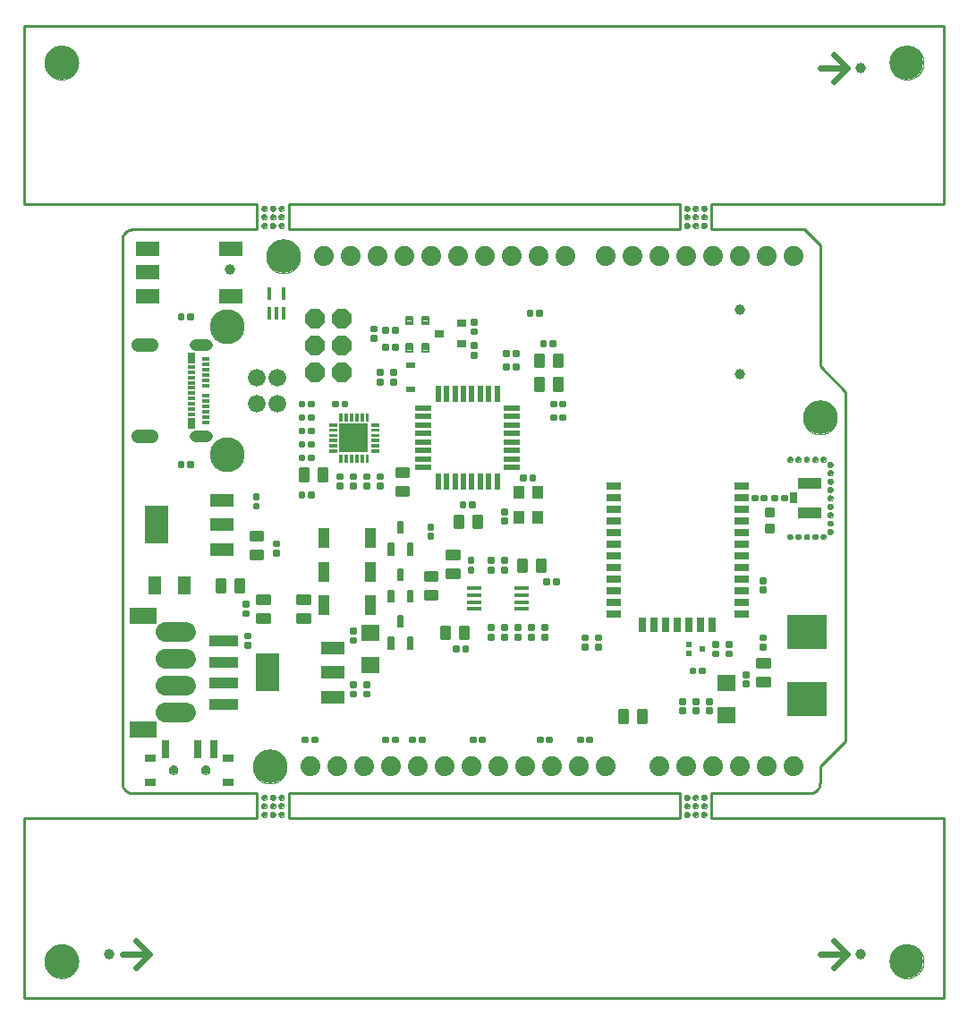
<source format=gts>
G75*
%MOIN*%
%OFA0B0*%
%FSLAX25Y25*%
%IPPOS*%
%LPD*%
%AMOC8*
5,1,8,0,0,1.08239X$1,22.5*
%
%ADD10C,0.00000*%
%ADD11C,0.12598*%
%ADD12C,0.01000*%
%ADD13C,0.01969*%
%ADD14C,0.02400*%
%ADD15OC8,0.07400*%
%ADD16C,0.07400*%
%ADD17C,0.00750*%
%ADD18R,0.08661X0.05512*%
%ADD19C,0.06600*%
%ADD20C,0.13000*%
%ADD21C,0.01250*%
%ADD22R,0.05000X0.07000*%
%ADD23R,0.01575X0.04724*%
%ADD24R,0.02756X0.01181*%
%ADD25R,0.02756X0.03937*%
%ADD26C,0.04331*%
%ADD27C,0.05118*%
%ADD28C,0.00069*%
%ADD29R,0.10827X0.10827*%
%ADD30C,0.03937*%
%ADD31R,0.08800X0.04800*%
%ADD32R,0.08661X0.14173*%
%ADD33R,0.10787X0.03976*%
%ADD34R,0.10000X0.05906*%
%ADD35C,0.07400*%
%ADD36R,0.03937X0.07598*%
%ADD37C,0.00600*%
%ADD38R,0.15000X0.12500*%
%ADD39R,0.02756X0.07087*%
%ADD40R,0.04000X0.02756*%
%ADD41C,0.03200*%
%ADD42R,0.05512X0.02756*%
%ADD43R,0.02756X0.05512*%
%ADD44R,0.02165X0.06299*%
%ADD45R,0.06299X0.02165*%
%ADD46R,0.08661X0.04134*%
%ADD47R,0.03150X0.03937*%
%ADD48R,0.04331X0.04724*%
%ADD49R,0.05610X0.01772*%
%ADD50R,0.03543X0.03150*%
%ADD51R,0.03268X0.02480*%
%ADD52C,0.00875*%
%ADD53R,0.01870X0.01969*%
%ADD54R,0.06600X0.06000*%
D10*
X0008981Y0015280D02*
X0008983Y0015438D01*
X0008989Y0015596D01*
X0008999Y0015754D01*
X0009013Y0015912D01*
X0009031Y0016069D01*
X0009052Y0016226D01*
X0009078Y0016382D01*
X0009108Y0016538D01*
X0009141Y0016693D01*
X0009179Y0016846D01*
X0009220Y0016999D01*
X0009265Y0017151D01*
X0009314Y0017302D01*
X0009367Y0017451D01*
X0009423Y0017599D01*
X0009483Y0017745D01*
X0009547Y0017890D01*
X0009615Y0018033D01*
X0009686Y0018175D01*
X0009760Y0018315D01*
X0009838Y0018452D01*
X0009920Y0018588D01*
X0010004Y0018722D01*
X0010093Y0018853D01*
X0010184Y0018982D01*
X0010279Y0019109D01*
X0010376Y0019234D01*
X0010477Y0019356D01*
X0010581Y0019475D01*
X0010688Y0019592D01*
X0010798Y0019706D01*
X0010911Y0019817D01*
X0011026Y0019926D01*
X0011144Y0020031D01*
X0011265Y0020133D01*
X0011388Y0020233D01*
X0011514Y0020329D01*
X0011642Y0020422D01*
X0011772Y0020512D01*
X0011905Y0020598D01*
X0012040Y0020682D01*
X0012176Y0020761D01*
X0012315Y0020838D01*
X0012456Y0020910D01*
X0012598Y0020980D01*
X0012742Y0021045D01*
X0012888Y0021107D01*
X0013035Y0021165D01*
X0013184Y0021220D01*
X0013334Y0021271D01*
X0013485Y0021318D01*
X0013637Y0021361D01*
X0013790Y0021400D01*
X0013945Y0021436D01*
X0014100Y0021467D01*
X0014256Y0021495D01*
X0014412Y0021519D01*
X0014569Y0021539D01*
X0014727Y0021555D01*
X0014884Y0021567D01*
X0015043Y0021575D01*
X0015201Y0021579D01*
X0015359Y0021579D01*
X0015517Y0021575D01*
X0015676Y0021567D01*
X0015833Y0021555D01*
X0015991Y0021539D01*
X0016148Y0021519D01*
X0016304Y0021495D01*
X0016460Y0021467D01*
X0016615Y0021436D01*
X0016770Y0021400D01*
X0016923Y0021361D01*
X0017075Y0021318D01*
X0017226Y0021271D01*
X0017376Y0021220D01*
X0017525Y0021165D01*
X0017672Y0021107D01*
X0017818Y0021045D01*
X0017962Y0020980D01*
X0018104Y0020910D01*
X0018245Y0020838D01*
X0018384Y0020761D01*
X0018520Y0020682D01*
X0018655Y0020598D01*
X0018788Y0020512D01*
X0018918Y0020422D01*
X0019046Y0020329D01*
X0019172Y0020233D01*
X0019295Y0020133D01*
X0019416Y0020031D01*
X0019534Y0019926D01*
X0019649Y0019817D01*
X0019762Y0019706D01*
X0019872Y0019592D01*
X0019979Y0019475D01*
X0020083Y0019356D01*
X0020184Y0019234D01*
X0020281Y0019109D01*
X0020376Y0018982D01*
X0020467Y0018853D01*
X0020556Y0018722D01*
X0020640Y0018588D01*
X0020722Y0018452D01*
X0020800Y0018315D01*
X0020874Y0018175D01*
X0020945Y0018033D01*
X0021013Y0017890D01*
X0021077Y0017745D01*
X0021137Y0017599D01*
X0021193Y0017451D01*
X0021246Y0017302D01*
X0021295Y0017151D01*
X0021340Y0016999D01*
X0021381Y0016846D01*
X0021419Y0016693D01*
X0021452Y0016538D01*
X0021482Y0016382D01*
X0021508Y0016226D01*
X0021529Y0016069D01*
X0021547Y0015912D01*
X0021561Y0015754D01*
X0021571Y0015596D01*
X0021577Y0015438D01*
X0021579Y0015280D01*
X0021577Y0015122D01*
X0021571Y0014964D01*
X0021561Y0014806D01*
X0021547Y0014648D01*
X0021529Y0014491D01*
X0021508Y0014334D01*
X0021482Y0014178D01*
X0021452Y0014022D01*
X0021419Y0013867D01*
X0021381Y0013714D01*
X0021340Y0013561D01*
X0021295Y0013409D01*
X0021246Y0013258D01*
X0021193Y0013109D01*
X0021137Y0012961D01*
X0021077Y0012815D01*
X0021013Y0012670D01*
X0020945Y0012527D01*
X0020874Y0012385D01*
X0020800Y0012245D01*
X0020722Y0012108D01*
X0020640Y0011972D01*
X0020556Y0011838D01*
X0020467Y0011707D01*
X0020376Y0011578D01*
X0020281Y0011451D01*
X0020184Y0011326D01*
X0020083Y0011204D01*
X0019979Y0011085D01*
X0019872Y0010968D01*
X0019762Y0010854D01*
X0019649Y0010743D01*
X0019534Y0010634D01*
X0019416Y0010529D01*
X0019295Y0010427D01*
X0019172Y0010327D01*
X0019046Y0010231D01*
X0018918Y0010138D01*
X0018788Y0010048D01*
X0018655Y0009962D01*
X0018520Y0009878D01*
X0018384Y0009799D01*
X0018245Y0009722D01*
X0018104Y0009650D01*
X0017962Y0009580D01*
X0017818Y0009515D01*
X0017672Y0009453D01*
X0017525Y0009395D01*
X0017376Y0009340D01*
X0017226Y0009289D01*
X0017075Y0009242D01*
X0016923Y0009199D01*
X0016770Y0009160D01*
X0016615Y0009124D01*
X0016460Y0009093D01*
X0016304Y0009065D01*
X0016148Y0009041D01*
X0015991Y0009021D01*
X0015833Y0009005D01*
X0015676Y0008993D01*
X0015517Y0008985D01*
X0015359Y0008981D01*
X0015201Y0008981D01*
X0015043Y0008985D01*
X0014884Y0008993D01*
X0014727Y0009005D01*
X0014569Y0009021D01*
X0014412Y0009041D01*
X0014256Y0009065D01*
X0014100Y0009093D01*
X0013945Y0009124D01*
X0013790Y0009160D01*
X0013637Y0009199D01*
X0013485Y0009242D01*
X0013334Y0009289D01*
X0013184Y0009340D01*
X0013035Y0009395D01*
X0012888Y0009453D01*
X0012742Y0009515D01*
X0012598Y0009580D01*
X0012456Y0009650D01*
X0012315Y0009722D01*
X0012176Y0009799D01*
X0012040Y0009878D01*
X0011905Y0009962D01*
X0011772Y0010048D01*
X0011642Y0010138D01*
X0011514Y0010231D01*
X0011388Y0010327D01*
X0011265Y0010427D01*
X0011144Y0010529D01*
X0011026Y0010634D01*
X0010911Y0010743D01*
X0010798Y0010854D01*
X0010688Y0010968D01*
X0010581Y0011085D01*
X0010477Y0011204D01*
X0010376Y0011326D01*
X0010279Y0011451D01*
X0010184Y0011578D01*
X0010093Y0011707D01*
X0010004Y0011838D01*
X0009920Y0011972D01*
X0009838Y0012108D01*
X0009760Y0012245D01*
X0009686Y0012385D01*
X0009615Y0012527D01*
X0009547Y0012670D01*
X0009483Y0012815D01*
X0009423Y0012961D01*
X0009367Y0013109D01*
X0009314Y0013258D01*
X0009265Y0013409D01*
X0009220Y0013561D01*
X0009179Y0013714D01*
X0009141Y0013867D01*
X0009108Y0014022D01*
X0009078Y0014178D01*
X0009052Y0014334D01*
X0009031Y0014491D01*
X0009013Y0014648D01*
X0008999Y0014806D01*
X0008989Y0014964D01*
X0008983Y0015122D01*
X0008981Y0015280D01*
X0055317Y0086530D02*
X0055319Y0086610D01*
X0055325Y0086689D01*
X0055335Y0086768D01*
X0055349Y0086847D01*
X0055366Y0086925D01*
X0055388Y0087002D01*
X0055413Y0087077D01*
X0055443Y0087151D01*
X0055475Y0087224D01*
X0055512Y0087295D01*
X0055552Y0087364D01*
X0055595Y0087431D01*
X0055642Y0087496D01*
X0055691Y0087558D01*
X0055744Y0087618D01*
X0055800Y0087675D01*
X0055858Y0087730D01*
X0055919Y0087781D01*
X0055983Y0087829D01*
X0056049Y0087874D01*
X0056117Y0087916D01*
X0056187Y0087954D01*
X0056259Y0087988D01*
X0056332Y0088019D01*
X0056407Y0088047D01*
X0056484Y0088070D01*
X0056561Y0088090D01*
X0056639Y0088106D01*
X0056718Y0088118D01*
X0056797Y0088126D01*
X0056877Y0088130D01*
X0056957Y0088130D01*
X0057037Y0088126D01*
X0057116Y0088118D01*
X0057195Y0088106D01*
X0057273Y0088090D01*
X0057350Y0088070D01*
X0057427Y0088047D01*
X0057502Y0088019D01*
X0057575Y0087988D01*
X0057647Y0087954D01*
X0057717Y0087916D01*
X0057785Y0087874D01*
X0057851Y0087829D01*
X0057915Y0087781D01*
X0057976Y0087730D01*
X0058034Y0087675D01*
X0058090Y0087618D01*
X0058143Y0087558D01*
X0058192Y0087496D01*
X0058239Y0087431D01*
X0058282Y0087364D01*
X0058322Y0087295D01*
X0058359Y0087224D01*
X0058391Y0087151D01*
X0058421Y0087077D01*
X0058446Y0087002D01*
X0058468Y0086925D01*
X0058485Y0086847D01*
X0058499Y0086768D01*
X0058509Y0086689D01*
X0058515Y0086610D01*
X0058517Y0086530D01*
X0058515Y0086450D01*
X0058509Y0086371D01*
X0058499Y0086292D01*
X0058485Y0086213D01*
X0058468Y0086135D01*
X0058446Y0086058D01*
X0058421Y0085983D01*
X0058391Y0085909D01*
X0058359Y0085836D01*
X0058322Y0085765D01*
X0058282Y0085696D01*
X0058239Y0085629D01*
X0058192Y0085564D01*
X0058143Y0085502D01*
X0058090Y0085442D01*
X0058034Y0085385D01*
X0057976Y0085330D01*
X0057915Y0085279D01*
X0057851Y0085231D01*
X0057785Y0085186D01*
X0057717Y0085144D01*
X0057647Y0085106D01*
X0057575Y0085072D01*
X0057502Y0085041D01*
X0057427Y0085013D01*
X0057350Y0084990D01*
X0057273Y0084970D01*
X0057195Y0084954D01*
X0057116Y0084942D01*
X0057037Y0084934D01*
X0056957Y0084930D01*
X0056877Y0084930D01*
X0056797Y0084934D01*
X0056718Y0084942D01*
X0056639Y0084954D01*
X0056561Y0084970D01*
X0056484Y0084990D01*
X0056407Y0085013D01*
X0056332Y0085041D01*
X0056259Y0085072D01*
X0056187Y0085106D01*
X0056117Y0085144D01*
X0056049Y0085186D01*
X0055983Y0085231D01*
X0055919Y0085279D01*
X0055858Y0085330D01*
X0055800Y0085385D01*
X0055744Y0085442D01*
X0055691Y0085502D01*
X0055642Y0085564D01*
X0055595Y0085629D01*
X0055552Y0085696D01*
X0055512Y0085765D01*
X0055475Y0085836D01*
X0055443Y0085909D01*
X0055413Y0085983D01*
X0055388Y0086058D01*
X0055366Y0086135D01*
X0055349Y0086213D01*
X0055335Y0086292D01*
X0055325Y0086371D01*
X0055319Y0086450D01*
X0055317Y0086530D01*
X0067317Y0086530D02*
X0067319Y0086610D01*
X0067325Y0086689D01*
X0067335Y0086768D01*
X0067349Y0086847D01*
X0067366Y0086925D01*
X0067388Y0087002D01*
X0067413Y0087077D01*
X0067443Y0087151D01*
X0067475Y0087224D01*
X0067512Y0087295D01*
X0067552Y0087364D01*
X0067595Y0087431D01*
X0067642Y0087496D01*
X0067691Y0087558D01*
X0067744Y0087618D01*
X0067800Y0087675D01*
X0067858Y0087730D01*
X0067919Y0087781D01*
X0067983Y0087829D01*
X0068049Y0087874D01*
X0068117Y0087916D01*
X0068187Y0087954D01*
X0068259Y0087988D01*
X0068332Y0088019D01*
X0068407Y0088047D01*
X0068484Y0088070D01*
X0068561Y0088090D01*
X0068639Y0088106D01*
X0068718Y0088118D01*
X0068797Y0088126D01*
X0068877Y0088130D01*
X0068957Y0088130D01*
X0069037Y0088126D01*
X0069116Y0088118D01*
X0069195Y0088106D01*
X0069273Y0088090D01*
X0069350Y0088070D01*
X0069427Y0088047D01*
X0069502Y0088019D01*
X0069575Y0087988D01*
X0069647Y0087954D01*
X0069717Y0087916D01*
X0069785Y0087874D01*
X0069851Y0087829D01*
X0069915Y0087781D01*
X0069976Y0087730D01*
X0070034Y0087675D01*
X0070090Y0087618D01*
X0070143Y0087558D01*
X0070192Y0087496D01*
X0070239Y0087431D01*
X0070282Y0087364D01*
X0070322Y0087295D01*
X0070359Y0087224D01*
X0070391Y0087151D01*
X0070421Y0087077D01*
X0070446Y0087002D01*
X0070468Y0086925D01*
X0070485Y0086847D01*
X0070499Y0086768D01*
X0070509Y0086689D01*
X0070515Y0086610D01*
X0070517Y0086530D01*
X0070515Y0086450D01*
X0070509Y0086371D01*
X0070499Y0086292D01*
X0070485Y0086213D01*
X0070468Y0086135D01*
X0070446Y0086058D01*
X0070421Y0085983D01*
X0070391Y0085909D01*
X0070359Y0085836D01*
X0070322Y0085765D01*
X0070282Y0085696D01*
X0070239Y0085629D01*
X0070192Y0085564D01*
X0070143Y0085502D01*
X0070090Y0085442D01*
X0070034Y0085385D01*
X0069976Y0085330D01*
X0069915Y0085279D01*
X0069851Y0085231D01*
X0069785Y0085186D01*
X0069717Y0085144D01*
X0069647Y0085106D01*
X0069575Y0085072D01*
X0069502Y0085041D01*
X0069427Y0085013D01*
X0069350Y0084990D01*
X0069273Y0084970D01*
X0069195Y0084954D01*
X0069116Y0084942D01*
X0069037Y0084934D01*
X0068957Y0084930D01*
X0068877Y0084930D01*
X0068797Y0084934D01*
X0068718Y0084942D01*
X0068639Y0084954D01*
X0068561Y0084970D01*
X0068484Y0084990D01*
X0068407Y0085013D01*
X0068332Y0085041D01*
X0068259Y0085072D01*
X0068187Y0085106D01*
X0068117Y0085144D01*
X0068049Y0085186D01*
X0067983Y0085231D01*
X0067919Y0085279D01*
X0067858Y0085330D01*
X0067800Y0085385D01*
X0067744Y0085442D01*
X0067691Y0085502D01*
X0067642Y0085564D01*
X0067595Y0085629D01*
X0067552Y0085696D01*
X0067512Y0085765D01*
X0067475Y0085836D01*
X0067443Y0085909D01*
X0067413Y0085983D01*
X0067388Y0086058D01*
X0067366Y0086135D01*
X0067349Y0086213D01*
X0067335Y0086292D01*
X0067325Y0086371D01*
X0067319Y0086450D01*
X0067317Y0086530D01*
X0086618Y0087780D02*
X0086620Y0087938D01*
X0086626Y0088096D01*
X0086636Y0088254D01*
X0086650Y0088412D01*
X0086668Y0088569D01*
X0086689Y0088726D01*
X0086715Y0088882D01*
X0086745Y0089038D01*
X0086778Y0089193D01*
X0086816Y0089346D01*
X0086857Y0089499D01*
X0086902Y0089651D01*
X0086951Y0089802D01*
X0087004Y0089951D01*
X0087060Y0090099D01*
X0087120Y0090245D01*
X0087184Y0090390D01*
X0087252Y0090533D01*
X0087323Y0090675D01*
X0087397Y0090815D01*
X0087475Y0090952D01*
X0087557Y0091088D01*
X0087641Y0091222D01*
X0087730Y0091353D01*
X0087821Y0091482D01*
X0087916Y0091609D01*
X0088013Y0091734D01*
X0088114Y0091856D01*
X0088218Y0091975D01*
X0088325Y0092092D01*
X0088435Y0092206D01*
X0088548Y0092317D01*
X0088663Y0092426D01*
X0088781Y0092531D01*
X0088902Y0092633D01*
X0089025Y0092733D01*
X0089151Y0092829D01*
X0089279Y0092922D01*
X0089409Y0093012D01*
X0089542Y0093098D01*
X0089677Y0093182D01*
X0089813Y0093261D01*
X0089952Y0093338D01*
X0090093Y0093410D01*
X0090235Y0093480D01*
X0090379Y0093545D01*
X0090525Y0093607D01*
X0090672Y0093665D01*
X0090821Y0093720D01*
X0090971Y0093771D01*
X0091122Y0093818D01*
X0091274Y0093861D01*
X0091427Y0093900D01*
X0091582Y0093936D01*
X0091737Y0093967D01*
X0091893Y0093995D01*
X0092049Y0094019D01*
X0092206Y0094039D01*
X0092364Y0094055D01*
X0092521Y0094067D01*
X0092680Y0094075D01*
X0092838Y0094079D01*
X0092996Y0094079D01*
X0093154Y0094075D01*
X0093313Y0094067D01*
X0093470Y0094055D01*
X0093628Y0094039D01*
X0093785Y0094019D01*
X0093941Y0093995D01*
X0094097Y0093967D01*
X0094252Y0093936D01*
X0094407Y0093900D01*
X0094560Y0093861D01*
X0094712Y0093818D01*
X0094863Y0093771D01*
X0095013Y0093720D01*
X0095162Y0093665D01*
X0095309Y0093607D01*
X0095455Y0093545D01*
X0095599Y0093480D01*
X0095741Y0093410D01*
X0095882Y0093338D01*
X0096021Y0093261D01*
X0096157Y0093182D01*
X0096292Y0093098D01*
X0096425Y0093012D01*
X0096555Y0092922D01*
X0096683Y0092829D01*
X0096809Y0092733D01*
X0096932Y0092633D01*
X0097053Y0092531D01*
X0097171Y0092426D01*
X0097286Y0092317D01*
X0097399Y0092206D01*
X0097509Y0092092D01*
X0097616Y0091975D01*
X0097720Y0091856D01*
X0097821Y0091734D01*
X0097918Y0091609D01*
X0098013Y0091482D01*
X0098104Y0091353D01*
X0098193Y0091222D01*
X0098277Y0091088D01*
X0098359Y0090952D01*
X0098437Y0090815D01*
X0098511Y0090675D01*
X0098582Y0090533D01*
X0098650Y0090390D01*
X0098714Y0090245D01*
X0098774Y0090099D01*
X0098830Y0089951D01*
X0098883Y0089802D01*
X0098932Y0089651D01*
X0098977Y0089499D01*
X0099018Y0089346D01*
X0099056Y0089193D01*
X0099089Y0089038D01*
X0099119Y0088882D01*
X0099145Y0088726D01*
X0099166Y0088569D01*
X0099184Y0088412D01*
X0099198Y0088254D01*
X0099208Y0088096D01*
X0099214Y0087938D01*
X0099216Y0087780D01*
X0099214Y0087622D01*
X0099208Y0087464D01*
X0099198Y0087306D01*
X0099184Y0087148D01*
X0099166Y0086991D01*
X0099145Y0086834D01*
X0099119Y0086678D01*
X0099089Y0086522D01*
X0099056Y0086367D01*
X0099018Y0086214D01*
X0098977Y0086061D01*
X0098932Y0085909D01*
X0098883Y0085758D01*
X0098830Y0085609D01*
X0098774Y0085461D01*
X0098714Y0085315D01*
X0098650Y0085170D01*
X0098582Y0085027D01*
X0098511Y0084885D01*
X0098437Y0084745D01*
X0098359Y0084608D01*
X0098277Y0084472D01*
X0098193Y0084338D01*
X0098104Y0084207D01*
X0098013Y0084078D01*
X0097918Y0083951D01*
X0097821Y0083826D01*
X0097720Y0083704D01*
X0097616Y0083585D01*
X0097509Y0083468D01*
X0097399Y0083354D01*
X0097286Y0083243D01*
X0097171Y0083134D01*
X0097053Y0083029D01*
X0096932Y0082927D01*
X0096809Y0082827D01*
X0096683Y0082731D01*
X0096555Y0082638D01*
X0096425Y0082548D01*
X0096292Y0082462D01*
X0096157Y0082378D01*
X0096021Y0082299D01*
X0095882Y0082222D01*
X0095741Y0082150D01*
X0095599Y0082080D01*
X0095455Y0082015D01*
X0095309Y0081953D01*
X0095162Y0081895D01*
X0095013Y0081840D01*
X0094863Y0081789D01*
X0094712Y0081742D01*
X0094560Y0081699D01*
X0094407Y0081660D01*
X0094252Y0081624D01*
X0094097Y0081593D01*
X0093941Y0081565D01*
X0093785Y0081541D01*
X0093628Y0081521D01*
X0093470Y0081505D01*
X0093313Y0081493D01*
X0093154Y0081485D01*
X0092996Y0081481D01*
X0092838Y0081481D01*
X0092680Y0081485D01*
X0092521Y0081493D01*
X0092364Y0081505D01*
X0092206Y0081521D01*
X0092049Y0081541D01*
X0091893Y0081565D01*
X0091737Y0081593D01*
X0091582Y0081624D01*
X0091427Y0081660D01*
X0091274Y0081699D01*
X0091122Y0081742D01*
X0090971Y0081789D01*
X0090821Y0081840D01*
X0090672Y0081895D01*
X0090525Y0081953D01*
X0090379Y0082015D01*
X0090235Y0082080D01*
X0090093Y0082150D01*
X0089952Y0082222D01*
X0089813Y0082299D01*
X0089677Y0082378D01*
X0089542Y0082462D01*
X0089409Y0082548D01*
X0089279Y0082638D01*
X0089151Y0082731D01*
X0089025Y0082827D01*
X0088902Y0082927D01*
X0088781Y0083029D01*
X0088663Y0083134D01*
X0088548Y0083243D01*
X0088435Y0083354D01*
X0088325Y0083468D01*
X0088218Y0083585D01*
X0088114Y0083704D01*
X0088013Y0083826D01*
X0087916Y0083951D01*
X0087821Y0084078D01*
X0087730Y0084207D01*
X0087641Y0084338D01*
X0087557Y0084472D01*
X0087475Y0084608D01*
X0087397Y0084745D01*
X0087323Y0084885D01*
X0087252Y0085027D01*
X0087184Y0085170D01*
X0087120Y0085315D01*
X0087060Y0085461D01*
X0087004Y0085609D01*
X0086951Y0085758D01*
X0086902Y0085909D01*
X0086857Y0086061D01*
X0086816Y0086214D01*
X0086778Y0086367D01*
X0086745Y0086522D01*
X0086715Y0086678D01*
X0086689Y0086834D01*
X0086668Y0086991D01*
X0086650Y0087148D01*
X0086636Y0087306D01*
X0086626Y0087464D01*
X0086620Y0087622D01*
X0086618Y0087780D01*
X0089837Y0076303D02*
X0089839Y0076365D01*
X0089845Y0076428D01*
X0089855Y0076489D01*
X0089869Y0076550D01*
X0089886Y0076610D01*
X0089907Y0076669D01*
X0089933Y0076726D01*
X0089961Y0076781D01*
X0089993Y0076835D01*
X0090029Y0076886D01*
X0090067Y0076936D01*
X0090109Y0076982D01*
X0090153Y0077026D01*
X0090201Y0077067D01*
X0090250Y0077105D01*
X0090302Y0077139D01*
X0090356Y0077170D01*
X0090412Y0077198D01*
X0090470Y0077222D01*
X0090529Y0077243D01*
X0090589Y0077259D01*
X0090650Y0077272D01*
X0090712Y0077281D01*
X0090774Y0077286D01*
X0090837Y0077287D01*
X0090899Y0077284D01*
X0090961Y0077277D01*
X0091023Y0077266D01*
X0091083Y0077251D01*
X0091143Y0077233D01*
X0091201Y0077211D01*
X0091258Y0077185D01*
X0091313Y0077155D01*
X0091366Y0077122D01*
X0091417Y0077086D01*
X0091465Y0077047D01*
X0091511Y0077004D01*
X0091554Y0076959D01*
X0091594Y0076911D01*
X0091631Y0076861D01*
X0091665Y0076808D01*
X0091696Y0076754D01*
X0091722Y0076698D01*
X0091746Y0076640D01*
X0091765Y0076580D01*
X0091781Y0076520D01*
X0091793Y0076458D01*
X0091801Y0076397D01*
X0091805Y0076334D01*
X0091805Y0076272D01*
X0091801Y0076209D01*
X0091793Y0076148D01*
X0091781Y0076086D01*
X0091765Y0076026D01*
X0091746Y0075966D01*
X0091722Y0075908D01*
X0091696Y0075852D01*
X0091665Y0075798D01*
X0091631Y0075745D01*
X0091594Y0075695D01*
X0091554Y0075647D01*
X0091511Y0075602D01*
X0091465Y0075559D01*
X0091417Y0075520D01*
X0091366Y0075484D01*
X0091313Y0075451D01*
X0091258Y0075421D01*
X0091201Y0075395D01*
X0091143Y0075373D01*
X0091083Y0075355D01*
X0091023Y0075340D01*
X0090961Y0075329D01*
X0090899Y0075322D01*
X0090837Y0075319D01*
X0090774Y0075320D01*
X0090712Y0075325D01*
X0090650Y0075334D01*
X0090589Y0075347D01*
X0090529Y0075363D01*
X0090470Y0075384D01*
X0090412Y0075408D01*
X0090356Y0075436D01*
X0090302Y0075467D01*
X0090250Y0075501D01*
X0090201Y0075539D01*
X0090153Y0075580D01*
X0090109Y0075624D01*
X0090067Y0075670D01*
X0090029Y0075720D01*
X0089993Y0075771D01*
X0089961Y0075825D01*
X0089933Y0075880D01*
X0089907Y0075937D01*
X0089886Y0075996D01*
X0089869Y0076056D01*
X0089855Y0076117D01*
X0089845Y0076178D01*
X0089839Y0076241D01*
X0089837Y0076303D01*
X0089837Y0073104D02*
X0089839Y0073166D01*
X0089845Y0073229D01*
X0089855Y0073290D01*
X0089869Y0073351D01*
X0089886Y0073411D01*
X0089907Y0073470D01*
X0089933Y0073527D01*
X0089961Y0073582D01*
X0089993Y0073636D01*
X0090029Y0073687D01*
X0090067Y0073737D01*
X0090109Y0073783D01*
X0090153Y0073827D01*
X0090201Y0073868D01*
X0090250Y0073906D01*
X0090302Y0073940D01*
X0090356Y0073971D01*
X0090412Y0073999D01*
X0090470Y0074023D01*
X0090529Y0074044D01*
X0090589Y0074060D01*
X0090650Y0074073D01*
X0090712Y0074082D01*
X0090774Y0074087D01*
X0090837Y0074088D01*
X0090899Y0074085D01*
X0090961Y0074078D01*
X0091023Y0074067D01*
X0091083Y0074052D01*
X0091143Y0074034D01*
X0091201Y0074012D01*
X0091258Y0073986D01*
X0091313Y0073956D01*
X0091366Y0073923D01*
X0091417Y0073887D01*
X0091465Y0073848D01*
X0091511Y0073805D01*
X0091554Y0073760D01*
X0091594Y0073712D01*
X0091631Y0073662D01*
X0091665Y0073609D01*
X0091696Y0073555D01*
X0091722Y0073499D01*
X0091746Y0073441D01*
X0091765Y0073381D01*
X0091781Y0073321D01*
X0091793Y0073259D01*
X0091801Y0073198D01*
X0091805Y0073135D01*
X0091805Y0073073D01*
X0091801Y0073010D01*
X0091793Y0072949D01*
X0091781Y0072887D01*
X0091765Y0072827D01*
X0091746Y0072767D01*
X0091722Y0072709D01*
X0091696Y0072653D01*
X0091665Y0072599D01*
X0091631Y0072546D01*
X0091594Y0072496D01*
X0091554Y0072448D01*
X0091511Y0072403D01*
X0091465Y0072360D01*
X0091417Y0072321D01*
X0091366Y0072285D01*
X0091313Y0072252D01*
X0091258Y0072222D01*
X0091201Y0072196D01*
X0091143Y0072174D01*
X0091083Y0072156D01*
X0091023Y0072141D01*
X0090961Y0072130D01*
X0090899Y0072123D01*
X0090837Y0072120D01*
X0090774Y0072121D01*
X0090712Y0072126D01*
X0090650Y0072135D01*
X0090589Y0072148D01*
X0090529Y0072164D01*
X0090470Y0072185D01*
X0090412Y0072209D01*
X0090356Y0072237D01*
X0090302Y0072268D01*
X0090250Y0072302D01*
X0090201Y0072340D01*
X0090153Y0072381D01*
X0090109Y0072425D01*
X0090067Y0072471D01*
X0090029Y0072521D01*
X0089993Y0072572D01*
X0089961Y0072626D01*
X0089933Y0072681D01*
X0089907Y0072738D01*
X0089886Y0072797D01*
X0089869Y0072857D01*
X0089855Y0072918D01*
X0089845Y0072979D01*
X0089839Y0073042D01*
X0089837Y0073104D01*
X0089837Y0069906D02*
X0089839Y0069968D01*
X0089845Y0070031D01*
X0089855Y0070092D01*
X0089869Y0070153D01*
X0089886Y0070213D01*
X0089907Y0070272D01*
X0089933Y0070329D01*
X0089961Y0070384D01*
X0089993Y0070438D01*
X0090029Y0070489D01*
X0090067Y0070539D01*
X0090109Y0070585D01*
X0090153Y0070629D01*
X0090201Y0070670D01*
X0090250Y0070708D01*
X0090302Y0070742D01*
X0090356Y0070773D01*
X0090412Y0070801D01*
X0090470Y0070825D01*
X0090529Y0070846D01*
X0090589Y0070862D01*
X0090650Y0070875D01*
X0090712Y0070884D01*
X0090774Y0070889D01*
X0090837Y0070890D01*
X0090899Y0070887D01*
X0090961Y0070880D01*
X0091023Y0070869D01*
X0091083Y0070854D01*
X0091143Y0070836D01*
X0091201Y0070814D01*
X0091258Y0070788D01*
X0091313Y0070758D01*
X0091366Y0070725D01*
X0091417Y0070689D01*
X0091465Y0070650D01*
X0091511Y0070607D01*
X0091554Y0070562D01*
X0091594Y0070514D01*
X0091631Y0070464D01*
X0091665Y0070411D01*
X0091696Y0070357D01*
X0091722Y0070301D01*
X0091746Y0070243D01*
X0091765Y0070183D01*
X0091781Y0070123D01*
X0091793Y0070061D01*
X0091801Y0070000D01*
X0091805Y0069937D01*
X0091805Y0069875D01*
X0091801Y0069812D01*
X0091793Y0069751D01*
X0091781Y0069689D01*
X0091765Y0069629D01*
X0091746Y0069569D01*
X0091722Y0069511D01*
X0091696Y0069455D01*
X0091665Y0069401D01*
X0091631Y0069348D01*
X0091594Y0069298D01*
X0091554Y0069250D01*
X0091511Y0069205D01*
X0091465Y0069162D01*
X0091417Y0069123D01*
X0091366Y0069087D01*
X0091313Y0069054D01*
X0091258Y0069024D01*
X0091201Y0068998D01*
X0091143Y0068976D01*
X0091083Y0068958D01*
X0091023Y0068943D01*
X0090961Y0068932D01*
X0090899Y0068925D01*
X0090837Y0068922D01*
X0090774Y0068923D01*
X0090712Y0068928D01*
X0090650Y0068937D01*
X0090589Y0068950D01*
X0090529Y0068966D01*
X0090470Y0068987D01*
X0090412Y0069011D01*
X0090356Y0069039D01*
X0090302Y0069070D01*
X0090250Y0069104D01*
X0090201Y0069142D01*
X0090153Y0069183D01*
X0090109Y0069227D01*
X0090067Y0069273D01*
X0090029Y0069323D01*
X0089993Y0069374D01*
X0089961Y0069428D01*
X0089933Y0069483D01*
X0089907Y0069540D01*
X0089886Y0069599D01*
X0089869Y0069659D01*
X0089855Y0069720D01*
X0089845Y0069781D01*
X0089839Y0069844D01*
X0089837Y0069906D01*
X0093036Y0069906D02*
X0093038Y0069968D01*
X0093044Y0070031D01*
X0093054Y0070092D01*
X0093068Y0070153D01*
X0093085Y0070213D01*
X0093106Y0070272D01*
X0093132Y0070329D01*
X0093160Y0070384D01*
X0093192Y0070438D01*
X0093228Y0070489D01*
X0093266Y0070539D01*
X0093308Y0070585D01*
X0093352Y0070629D01*
X0093400Y0070670D01*
X0093449Y0070708D01*
X0093501Y0070742D01*
X0093555Y0070773D01*
X0093611Y0070801D01*
X0093669Y0070825D01*
X0093728Y0070846D01*
X0093788Y0070862D01*
X0093849Y0070875D01*
X0093911Y0070884D01*
X0093973Y0070889D01*
X0094036Y0070890D01*
X0094098Y0070887D01*
X0094160Y0070880D01*
X0094222Y0070869D01*
X0094282Y0070854D01*
X0094342Y0070836D01*
X0094400Y0070814D01*
X0094457Y0070788D01*
X0094512Y0070758D01*
X0094565Y0070725D01*
X0094616Y0070689D01*
X0094664Y0070650D01*
X0094710Y0070607D01*
X0094753Y0070562D01*
X0094793Y0070514D01*
X0094830Y0070464D01*
X0094864Y0070411D01*
X0094895Y0070357D01*
X0094921Y0070301D01*
X0094945Y0070243D01*
X0094964Y0070183D01*
X0094980Y0070123D01*
X0094992Y0070061D01*
X0095000Y0070000D01*
X0095004Y0069937D01*
X0095004Y0069875D01*
X0095000Y0069812D01*
X0094992Y0069751D01*
X0094980Y0069689D01*
X0094964Y0069629D01*
X0094945Y0069569D01*
X0094921Y0069511D01*
X0094895Y0069455D01*
X0094864Y0069401D01*
X0094830Y0069348D01*
X0094793Y0069298D01*
X0094753Y0069250D01*
X0094710Y0069205D01*
X0094664Y0069162D01*
X0094616Y0069123D01*
X0094565Y0069087D01*
X0094512Y0069054D01*
X0094457Y0069024D01*
X0094400Y0068998D01*
X0094342Y0068976D01*
X0094282Y0068958D01*
X0094222Y0068943D01*
X0094160Y0068932D01*
X0094098Y0068925D01*
X0094036Y0068922D01*
X0093973Y0068923D01*
X0093911Y0068928D01*
X0093849Y0068937D01*
X0093788Y0068950D01*
X0093728Y0068966D01*
X0093669Y0068987D01*
X0093611Y0069011D01*
X0093555Y0069039D01*
X0093501Y0069070D01*
X0093449Y0069104D01*
X0093400Y0069142D01*
X0093352Y0069183D01*
X0093308Y0069227D01*
X0093266Y0069273D01*
X0093228Y0069323D01*
X0093192Y0069374D01*
X0093160Y0069428D01*
X0093132Y0069483D01*
X0093106Y0069540D01*
X0093085Y0069599D01*
X0093068Y0069659D01*
X0093054Y0069720D01*
X0093044Y0069781D01*
X0093038Y0069844D01*
X0093036Y0069906D01*
X0093036Y0073104D02*
X0093038Y0073166D01*
X0093044Y0073229D01*
X0093054Y0073290D01*
X0093068Y0073351D01*
X0093085Y0073411D01*
X0093106Y0073470D01*
X0093132Y0073527D01*
X0093160Y0073582D01*
X0093192Y0073636D01*
X0093228Y0073687D01*
X0093266Y0073737D01*
X0093308Y0073783D01*
X0093352Y0073827D01*
X0093400Y0073868D01*
X0093449Y0073906D01*
X0093501Y0073940D01*
X0093555Y0073971D01*
X0093611Y0073999D01*
X0093669Y0074023D01*
X0093728Y0074044D01*
X0093788Y0074060D01*
X0093849Y0074073D01*
X0093911Y0074082D01*
X0093973Y0074087D01*
X0094036Y0074088D01*
X0094098Y0074085D01*
X0094160Y0074078D01*
X0094222Y0074067D01*
X0094282Y0074052D01*
X0094342Y0074034D01*
X0094400Y0074012D01*
X0094457Y0073986D01*
X0094512Y0073956D01*
X0094565Y0073923D01*
X0094616Y0073887D01*
X0094664Y0073848D01*
X0094710Y0073805D01*
X0094753Y0073760D01*
X0094793Y0073712D01*
X0094830Y0073662D01*
X0094864Y0073609D01*
X0094895Y0073555D01*
X0094921Y0073499D01*
X0094945Y0073441D01*
X0094964Y0073381D01*
X0094980Y0073321D01*
X0094992Y0073259D01*
X0095000Y0073198D01*
X0095004Y0073135D01*
X0095004Y0073073D01*
X0095000Y0073010D01*
X0094992Y0072949D01*
X0094980Y0072887D01*
X0094964Y0072827D01*
X0094945Y0072767D01*
X0094921Y0072709D01*
X0094895Y0072653D01*
X0094864Y0072599D01*
X0094830Y0072546D01*
X0094793Y0072496D01*
X0094753Y0072448D01*
X0094710Y0072403D01*
X0094664Y0072360D01*
X0094616Y0072321D01*
X0094565Y0072285D01*
X0094512Y0072252D01*
X0094457Y0072222D01*
X0094400Y0072196D01*
X0094342Y0072174D01*
X0094282Y0072156D01*
X0094222Y0072141D01*
X0094160Y0072130D01*
X0094098Y0072123D01*
X0094036Y0072120D01*
X0093973Y0072121D01*
X0093911Y0072126D01*
X0093849Y0072135D01*
X0093788Y0072148D01*
X0093728Y0072164D01*
X0093669Y0072185D01*
X0093611Y0072209D01*
X0093555Y0072237D01*
X0093501Y0072268D01*
X0093449Y0072302D01*
X0093400Y0072340D01*
X0093352Y0072381D01*
X0093308Y0072425D01*
X0093266Y0072471D01*
X0093228Y0072521D01*
X0093192Y0072572D01*
X0093160Y0072626D01*
X0093132Y0072681D01*
X0093106Y0072738D01*
X0093085Y0072797D01*
X0093068Y0072857D01*
X0093054Y0072918D01*
X0093044Y0072979D01*
X0093038Y0073042D01*
X0093036Y0073104D01*
X0093036Y0076303D02*
X0093038Y0076365D01*
X0093044Y0076428D01*
X0093054Y0076489D01*
X0093068Y0076550D01*
X0093085Y0076610D01*
X0093106Y0076669D01*
X0093132Y0076726D01*
X0093160Y0076781D01*
X0093192Y0076835D01*
X0093228Y0076886D01*
X0093266Y0076936D01*
X0093308Y0076982D01*
X0093352Y0077026D01*
X0093400Y0077067D01*
X0093449Y0077105D01*
X0093501Y0077139D01*
X0093555Y0077170D01*
X0093611Y0077198D01*
X0093669Y0077222D01*
X0093728Y0077243D01*
X0093788Y0077259D01*
X0093849Y0077272D01*
X0093911Y0077281D01*
X0093973Y0077286D01*
X0094036Y0077287D01*
X0094098Y0077284D01*
X0094160Y0077277D01*
X0094222Y0077266D01*
X0094282Y0077251D01*
X0094342Y0077233D01*
X0094400Y0077211D01*
X0094457Y0077185D01*
X0094512Y0077155D01*
X0094565Y0077122D01*
X0094616Y0077086D01*
X0094664Y0077047D01*
X0094710Y0077004D01*
X0094753Y0076959D01*
X0094793Y0076911D01*
X0094830Y0076861D01*
X0094864Y0076808D01*
X0094895Y0076754D01*
X0094921Y0076698D01*
X0094945Y0076640D01*
X0094964Y0076580D01*
X0094980Y0076520D01*
X0094992Y0076458D01*
X0095000Y0076397D01*
X0095004Y0076334D01*
X0095004Y0076272D01*
X0095000Y0076209D01*
X0094992Y0076148D01*
X0094980Y0076086D01*
X0094964Y0076026D01*
X0094945Y0075966D01*
X0094921Y0075908D01*
X0094895Y0075852D01*
X0094864Y0075798D01*
X0094830Y0075745D01*
X0094793Y0075695D01*
X0094753Y0075647D01*
X0094710Y0075602D01*
X0094664Y0075559D01*
X0094616Y0075520D01*
X0094565Y0075484D01*
X0094512Y0075451D01*
X0094457Y0075421D01*
X0094400Y0075395D01*
X0094342Y0075373D01*
X0094282Y0075355D01*
X0094222Y0075340D01*
X0094160Y0075329D01*
X0094098Y0075322D01*
X0094036Y0075319D01*
X0093973Y0075320D01*
X0093911Y0075325D01*
X0093849Y0075334D01*
X0093788Y0075347D01*
X0093728Y0075363D01*
X0093669Y0075384D01*
X0093611Y0075408D01*
X0093555Y0075436D01*
X0093501Y0075467D01*
X0093449Y0075501D01*
X0093400Y0075539D01*
X0093352Y0075580D01*
X0093308Y0075624D01*
X0093266Y0075670D01*
X0093228Y0075720D01*
X0093192Y0075771D01*
X0093160Y0075825D01*
X0093132Y0075880D01*
X0093106Y0075937D01*
X0093085Y0075996D01*
X0093068Y0076056D01*
X0093054Y0076117D01*
X0093044Y0076178D01*
X0093038Y0076241D01*
X0093036Y0076303D01*
X0096235Y0076303D02*
X0096237Y0076365D01*
X0096243Y0076428D01*
X0096253Y0076489D01*
X0096267Y0076550D01*
X0096284Y0076610D01*
X0096305Y0076669D01*
X0096331Y0076726D01*
X0096359Y0076781D01*
X0096391Y0076835D01*
X0096427Y0076886D01*
X0096465Y0076936D01*
X0096507Y0076982D01*
X0096551Y0077026D01*
X0096599Y0077067D01*
X0096648Y0077105D01*
X0096700Y0077139D01*
X0096754Y0077170D01*
X0096810Y0077198D01*
X0096868Y0077222D01*
X0096927Y0077243D01*
X0096987Y0077259D01*
X0097048Y0077272D01*
X0097110Y0077281D01*
X0097172Y0077286D01*
X0097235Y0077287D01*
X0097297Y0077284D01*
X0097359Y0077277D01*
X0097421Y0077266D01*
X0097481Y0077251D01*
X0097541Y0077233D01*
X0097599Y0077211D01*
X0097656Y0077185D01*
X0097711Y0077155D01*
X0097764Y0077122D01*
X0097815Y0077086D01*
X0097863Y0077047D01*
X0097909Y0077004D01*
X0097952Y0076959D01*
X0097992Y0076911D01*
X0098029Y0076861D01*
X0098063Y0076808D01*
X0098094Y0076754D01*
X0098120Y0076698D01*
X0098144Y0076640D01*
X0098163Y0076580D01*
X0098179Y0076520D01*
X0098191Y0076458D01*
X0098199Y0076397D01*
X0098203Y0076334D01*
X0098203Y0076272D01*
X0098199Y0076209D01*
X0098191Y0076148D01*
X0098179Y0076086D01*
X0098163Y0076026D01*
X0098144Y0075966D01*
X0098120Y0075908D01*
X0098094Y0075852D01*
X0098063Y0075798D01*
X0098029Y0075745D01*
X0097992Y0075695D01*
X0097952Y0075647D01*
X0097909Y0075602D01*
X0097863Y0075559D01*
X0097815Y0075520D01*
X0097764Y0075484D01*
X0097711Y0075451D01*
X0097656Y0075421D01*
X0097599Y0075395D01*
X0097541Y0075373D01*
X0097481Y0075355D01*
X0097421Y0075340D01*
X0097359Y0075329D01*
X0097297Y0075322D01*
X0097235Y0075319D01*
X0097172Y0075320D01*
X0097110Y0075325D01*
X0097048Y0075334D01*
X0096987Y0075347D01*
X0096927Y0075363D01*
X0096868Y0075384D01*
X0096810Y0075408D01*
X0096754Y0075436D01*
X0096700Y0075467D01*
X0096648Y0075501D01*
X0096599Y0075539D01*
X0096551Y0075580D01*
X0096507Y0075624D01*
X0096465Y0075670D01*
X0096427Y0075720D01*
X0096391Y0075771D01*
X0096359Y0075825D01*
X0096331Y0075880D01*
X0096305Y0075937D01*
X0096284Y0075996D01*
X0096267Y0076056D01*
X0096253Y0076117D01*
X0096243Y0076178D01*
X0096237Y0076241D01*
X0096235Y0076303D01*
X0096235Y0073104D02*
X0096237Y0073166D01*
X0096243Y0073229D01*
X0096253Y0073290D01*
X0096267Y0073351D01*
X0096284Y0073411D01*
X0096305Y0073470D01*
X0096331Y0073527D01*
X0096359Y0073582D01*
X0096391Y0073636D01*
X0096427Y0073687D01*
X0096465Y0073737D01*
X0096507Y0073783D01*
X0096551Y0073827D01*
X0096599Y0073868D01*
X0096648Y0073906D01*
X0096700Y0073940D01*
X0096754Y0073971D01*
X0096810Y0073999D01*
X0096868Y0074023D01*
X0096927Y0074044D01*
X0096987Y0074060D01*
X0097048Y0074073D01*
X0097110Y0074082D01*
X0097172Y0074087D01*
X0097235Y0074088D01*
X0097297Y0074085D01*
X0097359Y0074078D01*
X0097421Y0074067D01*
X0097481Y0074052D01*
X0097541Y0074034D01*
X0097599Y0074012D01*
X0097656Y0073986D01*
X0097711Y0073956D01*
X0097764Y0073923D01*
X0097815Y0073887D01*
X0097863Y0073848D01*
X0097909Y0073805D01*
X0097952Y0073760D01*
X0097992Y0073712D01*
X0098029Y0073662D01*
X0098063Y0073609D01*
X0098094Y0073555D01*
X0098120Y0073499D01*
X0098144Y0073441D01*
X0098163Y0073381D01*
X0098179Y0073321D01*
X0098191Y0073259D01*
X0098199Y0073198D01*
X0098203Y0073135D01*
X0098203Y0073073D01*
X0098199Y0073010D01*
X0098191Y0072949D01*
X0098179Y0072887D01*
X0098163Y0072827D01*
X0098144Y0072767D01*
X0098120Y0072709D01*
X0098094Y0072653D01*
X0098063Y0072599D01*
X0098029Y0072546D01*
X0097992Y0072496D01*
X0097952Y0072448D01*
X0097909Y0072403D01*
X0097863Y0072360D01*
X0097815Y0072321D01*
X0097764Y0072285D01*
X0097711Y0072252D01*
X0097656Y0072222D01*
X0097599Y0072196D01*
X0097541Y0072174D01*
X0097481Y0072156D01*
X0097421Y0072141D01*
X0097359Y0072130D01*
X0097297Y0072123D01*
X0097235Y0072120D01*
X0097172Y0072121D01*
X0097110Y0072126D01*
X0097048Y0072135D01*
X0096987Y0072148D01*
X0096927Y0072164D01*
X0096868Y0072185D01*
X0096810Y0072209D01*
X0096754Y0072237D01*
X0096700Y0072268D01*
X0096648Y0072302D01*
X0096599Y0072340D01*
X0096551Y0072381D01*
X0096507Y0072425D01*
X0096465Y0072471D01*
X0096427Y0072521D01*
X0096391Y0072572D01*
X0096359Y0072626D01*
X0096331Y0072681D01*
X0096305Y0072738D01*
X0096284Y0072797D01*
X0096267Y0072857D01*
X0096253Y0072918D01*
X0096243Y0072979D01*
X0096237Y0073042D01*
X0096235Y0073104D01*
X0096235Y0069906D02*
X0096237Y0069968D01*
X0096243Y0070031D01*
X0096253Y0070092D01*
X0096267Y0070153D01*
X0096284Y0070213D01*
X0096305Y0070272D01*
X0096331Y0070329D01*
X0096359Y0070384D01*
X0096391Y0070438D01*
X0096427Y0070489D01*
X0096465Y0070539D01*
X0096507Y0070585D01*
X0096551Y0070629D01*
X0096599Y0070670D01*
X0096648Y0070708D01*
X0096700Y0070742D01*
X0096754Y0070773D01*
X0096810Y0070801D01*
X0096868Y0070825D01*
X0096927Y0070846D01*
X0096987Y0070862D01*
X0097048Y0070875D01*
X0097110Y0070884D01*
X0097172Y0070889D01*
X0097235Y0070890D01*
X0097297Y0070887D01*
X0097359Y0070880D01*
X0097421Y0070869D01*
X0097481Y0070854D01*
X0097541Y0070836D01*
X0097599Y0070814D01*
X0097656Y0070788D01*
X0097711Y0070758D01*
X0097764Y0070725D01*
X0097815Y0070689D01*
X0097863Y0070650D01*
X0097909Y0070607D01*
X0097952Y0070562D01*
X0097992Y0070514D01*
X0098029Y0070464D01*
X0098063Y0070411D01*
X0098094Y0070357D01*
X0098120Y0070301D01*
X0098144Y0070243D01*
X0098163Y0070183D01*
X0098179Y0070123D01*
X0098191Y0070061D01*
X0098199Y0070000D01*
X0098203Y0069937D01*
X0098203Y0069875D01*
X0098199Y0069812D01*
X0098191Y0069751D01*
X0098179Y0069689D01*
X0098163Y0069629D01*
X0098144Y0069569D01*
X0098120Y0069511D01*
X0098094Y0069455D01*
X0098063Y0069401D01*
X0098029Y0069348D01*
X0097992Y0069298D01*
X0097952Y0069250D01*
X0097909Y0069205D01*
X0097863Y0069162D01*
X0097815Y0069123D01*
X0097764Y0069087D01*
X0097711Y0069054D01*
X0097656Y0069024D01*
X0097599Y0068998D01*
X0097541Y0068976D01*
X0097481Y0068958D01*
X0097421Y0068943D01*
X0097359Y0068932D01*
X0097297Y0068925D01*
X0097235Y0068922D01*
X0097172Y0068923D01*
X0097110Y0068928D01*
X0097048Y0068937D01*
X0096987Y0068950D01*
X0096927Y0068966D01*
X0096868Y0068987D01*
X0096810Y0069011D01*
X0096754Y0069039D01*
X0096700Y0069070D01*
X0096648Y0069104D01*
X0096599Y0069142D01*
X0096551Y0069183D01*
X0096507Y0069227D01*
X0096465Y0069273D01*
X0096427Y0069323D01*
X0096391Y0069374D01*
X0096359Y0069428D01*
X0096331Y0069483D01*
X0096305Y0069540D01*
X0096284Y0069599D01*
X0096267Y0069659D01*
X0096253Y0069720D01*
X0096243Y0069781D01*
X0096237Y0069844D01*
X0096235Y0069906D01*
X0247317Y0069906D02*
X0247319Y0069968D01*
X0247325Y0070031D01*
X0247335Y0070092D01*
X0247349Y0070153D01*
X0247366Y0070213D01*
X0247387Y0070272D01*
X0247413Y0070329D01*
X0247441Y0070384D01*
X0247473Y0070438D01*
X0247509Y0070489D01*
X0247547Y0070539D01*
X0247589Y0070585D01*
X0247633Y0070629D01*
X0247681Y0070670D01*
X0247730Y0070708D01*
X0247782Y0070742D01*
X0247836Y0070773D01*
X0247892Y0070801D01*
X0247950Y0070825D01*
X0248009Y0070846D01*
X0248069Y0070862D01*
X0248130Y0070875D01*
X0248192Y0070884D01*
X0248254Y0070889D01*
X0248317Y0070890D01*
X0248379Y0070887D01*
X0248441Y0070880D01*
X0248503Y0070869D01*
X0248563Y0070854D01*
X0248623Y0070836D01*
X0248681Y0070814D01*
X0248738Y0070788D01*
X0248793Y0070758D01*
X0248846Y0070725D01*
X0248897Y0070689D01*
X0248945Y0070650D01*
X0248991Y0070607D01*
X0249034Y0070562D01*
X0249074Y0070514D01*
X0249111Y0070464D01*
X0249145Y0070411D01*
X0249176Y0070357D01*
X0249202Y0070301D01*
X0249226Y0070243D01*
X0249245Y0070183D01*
X0249261Y0070123D01*
X0249273Y0070061D01*
X0249281Y0070000D01*
X0249285Y0069937D01*
X0249285Y0069875D01*
X0249281Y0069812D01*
X0249273Y0069751D01*
X0249261Y0069689D01*
X0249245Y0069629D01*
X0249226Y0069569D01*
X0249202Y0069511D01*
X0249176Y0069455D01*
X0249145Y0069401D01*
X0249111Y0069348D01*
X0249074Y0069298D01*
X0249034Y0069250D01*
X0248991Y0069205D01*
X0248945Y0069162D01*
X0248897Y0069123D01*
X0248846Y0069087D01*
X0248793Y0069054D01*
X0248738Y0069024D01*
X0248681Y0068998D01*
X0248623Y0068976D01*
X0248563Y0068958D01*
X0248503Y0068943D01*
X0248441Y0068932D01*
X0248379Y0068925D01*
X0248317Y0068922D01*
X0248254Y0068923D01*
X0248192Y0068928D01*
X0248130Y0068937D01*
X0248069Y0068950D01*
X0248009Y0068966D01*
X0247950Y0068987D01*
X0247892Y0069011D01*
X0247836Y0069039D01*
X0247782Y0069070D01*
X0247730Y0069104D01*
X0247681Y0069142D01*
X0247633Y0069183D01*
X0247589Y0069227D01*
X0247547Y0069273D01*
X0247509Y0069323D01*
X0247473Y0069374D01*
X0247441Y0069428D01*
X0247413Y0069483D01*
X0247387Y0069540D01*
X0247366Y0069599D01*
X0247349Y0069659D01*
X0247335Y0069720D01*
X0247325Y0069781D01*
X0247319Y0069844D01*
X0247317Y0069906D01*
X0247317Y0073104D02*
X0247319Y0073166D01*
X0247325Y0073229D01*
X0247335Y0073290D01*
X0247349Y0073351D01*
X0247366Y0073411D01*
X0247387Y0073470D01*
X0247413Y0073527D01*
X0247441Y0073582D01*
X0247473Y0073636D01*
X0247509Y0073687D01*
X0247547Y0073737D01*
X0247589Y0073783D01*
X0247633Y0073827D01*
X0247681Y0073868D01*
X0247730Y0073906D01*
X0247782Y0073940D01*
X0247836Y0073971D01*
X0247892Y0073999D01*
X0247950Y0074023D01*
X0248009Y0074044D01*
X0248069Y0074060D01*
X0248130Y0074073D01*
X0248192Y0074082D01*
X0248254Y0074087D01*
X0248317Y0074088D01*
X0248379Y0074085D01*
X0248441Y0074078D01*
X0248503Y0074067D01*
X0248563Y0074052D01*
X0248623Y0074034D01*
X0248681Y0074012D01*
X0248738Y0073986D01*
X0248793Y0073956D01*
X0248846Y0073923D01*
X0248897Y0073887D01*
X0248945Y0073848D01*
X0248991Y0073805D01*
X0249034Y0073760D01*
X0249074Y0073712D01*
X0249111Y0073662D01*
X0249145Y0073609D01*
X0249176Y0073555D01*
X0249202Y0073499D01*
X0249226Y0073441D01*
X0249245Y0073381D01*
X0249261Y0073321D01*
X0249273Y0073259D01*
X0249281Y0073198D01*
X0249285Y0073135D01*
X0249285Y0073073D01*
X0249281Y0073010D01*
X0249273Y0072949D01*
X0249261Y0072887D01*
X0249245Y0072827D01*
X0249226Y0072767D01*
X0249202Y0072709D01*
X0249176Y0072653D01*
X0249145Y0072599D01*
X0249111Y0072546D01*
X0249074Y0072496D01*
X0249034Y0072448D01*
X0248991Y0072403D01*
X0248945Y0072360D01*
X0248897Y0072321D01*
X0248846Y0072285D01*
X0248793Y0072252D01*
X0248738Y0072222D01*
X0248681Y0072196D01*
X0248623Y0072174D01*
X0248563Y0072156D01*
X0248503Y0072141D01*
X0248441Y0072130D01*
X0248379Y0072123D01*
X0248317Y0072120D01*
X0248254Y0072121D01*
X0248192Y0072126D01*
X0248130Y0072135D01*
X0248069Y0072148D01*
X0248009Y0072164D01*
X0247950Y0072185D01*
X0247892Y0072209D01*
X0247836Y0072237D01*
X0247782Y0072268D01*
X0247730Y0072302D01*
X0247681Y0072340D01*
X0247633Y0072381D01*
X0247589Y0072425D01*
X0247547Y0072471D01*
X0247509Y0072521D01*
X0247473Y0072572D01*
X0247441Y0072626D01*
X0247413Y0072681D01*
X0247387Y0072738D01*
X0247366Y0072797D01*
X0247349Y0072857D01*
X0247335Y0072918D01*
X0247325Y0072979D01*
X0247319Y0073042D01*
X0247317Y0073104D01*
X0247317Y0076303D02*
X0247319Y0076365D01*
X0247325Y0076428D01*
X0247335Y0076489D01*
X0247349Y0076550D01*
X0247366Y0076610D01*
X0247387Y0076669D01*
X0247413Y0076726D01*
X0247441Y0076781D01*
X0247473Y0076835D01*
X0247509Y0076886D01*
X0247547Y0076936D01*
X0247589Y0076982D01*
X0247633Y0077026D01*
X0247681Y0077067D01*
X0247730Y0077105D01*
X0247782Y0077139D01*
X0247836Y0077170D01*
X0247892Y0077198D01*
X0247950Y0077222D01*
X0248009Y0077243D01*
X0248069Y0077259D01*
X0248130Y0077272D01*
X0248192Y0077281D01*
X0248254Y0077286D01*
X0248317Y0077287D01*
X0248379Y0077284D01*
X0248441Y0077277D01*
X0248503Y0077266D01*
X0248563Y0077251D01*
X0248623Y0077233D01*
X0248681Y0077211D01*
X0248738Y0077185D01*
X0248793Y0077155D01*
X0248846Y0077122D01*
X0248897Y0077086D01*
X0248945Y0077047D01*
X0248991Y0077004D01*
X0249034Y0076959D01*
X0249074Y0076911D01*
X0249111Y0076861D01*
X0249145Y0076808D01*
X0249176Y0076754D01*
X0249202Y0076698D01*
X0249226Y0076640D01*
X0249245Y0076580D01*
X0249261Y0076520D01*
X0249273Y0076458D01*
X0249281Y0076397D01*
X0249285Y0076334D01*
X0249285Y0076272D01*
X0249281Y0076209D01*
X0249273Y0076148D01*
X0249261Y0076086D01*
X0249245Y0076026D01*
X0249226Y0075966D01*
X0249202Y0075908D01*
X0249176Y0075852D01*
X0249145Y0075798D01*
X0249111Y0075745D01*
X0249074Y0075695D01*
X0249034Y0075647D01*
X0248991Y0075602D01*
X0248945Y0075559D01*
X0248897Y0075520D01*
X0248846Y0075484D01*
X0248793Y0075451D01*
X0248738Y0075421D01*
X0248681Y0075395D01*
X0248623Y0075373D01*
X0248563Y0075355D01*
X0248503Y0075340D01*
X0248441Y0075329D01*
X0248379Y0075322D01*
X0248317Y0075319D01*
X0248254Y0075320D01*
X0248192Y0075325D01*
X0248130Y0075334D01*
X0248069Y0075347D01*
X0248009Y0075363D01*
X0247950Y0075384D01*
X0247892Y0075408D01*
X0247836Y0075436D01*
X0247782Y0075467D01*
X0247730Y0075501D01*
X0247681Y0075539D01*
X0247633Y0075580D01*
X0247589Y0075624D01*
X0247547Y0075670D01*
X0247509Y0075720D01*
X0247473Y0075771D01*
X0247441Y0075825D01*
X0247413Y0075880D01*
X0247387Y0075937D01*
X0247366Y0075996D01*
X0247349Y0076056D01*
X0247335Y0076117D01*
X0247325Y0076178D01*
X0247319Y0076241D01*
X0247317Y0076303D01*
X0250516Y0076303D02*
X0250518Y0076365D01*
X0250524Y0076428D01*
X0250534Y0076489D01*
X0250548Y0076550D01*
X0250565Y0076610D01*
X0250586Y0076669D01*
X0250612Y0076726D01*
X0250640Y0076781D01*
X0250672Y0076835D01*
X0250708Y0076886D01*
X0250746Y0076936D01*
X0250788Y0076982D01*
X0250832Y0077026D01*
X0250880Y0077067D01*
X0250929Y0077105D01*
X0250981Y0077139D01*
X0251035Y0077170D01*
X0251091Y0077198D01*
X0251149Y0077222D01*
X0251208Y0077243D01*
X0251268Y0077259D01*
X0251329Y0077272D01*
X0251391Y0077281D01*
X0251453Y0077286D01*
X0251516Y0077287D01*
X0251578Y0077284D01*
X0251640Y0077277D01*
X0251702Y0077266D01*
X0251762Y0077251D01*
X0251822Y0077233D01*
X0251880Y0077211D01*
X0251937Y0077185D01*
X0251992Y0077155D01*
X0252045Y0077122D01*
X0252096Y0077086D01*
X0252144Y0077047D01*
X0252190Y0077004D01*
X0252233Y0076959D01*
X0252273Y0076911D01*
X0252310Y0076861D01*
X0252344Y0076808D01*
X0252375Y0076754D01*
X0252401Y0076698D01*
X0252425Y0076640D01*
X0252444Y0076580D01*
X0252460Y0076520D01*
X0252472Y0076458D01*
X0252480Y0076397D01*
X0252484Y0076334D01*
X0252484Y0076272D01*
X0252480Y0076209D01*
X0252472Y0076148D01*
X0252460Y0076086D01*
X0252444Y0076026D01*
X0252425Y0075966D01*
X0252401Y0075908D01*
X0252375Y0075852D01*
X0252344Y0075798D01*
X0252310Y0075745D01*
X0252273Y0075695D01*
X0252233Y0075647D01*
X0252190Y0075602D01*
X0252144Y0075559D01*
X0252096Y0075520D01*
X0252045Y0075484D01*
X0251992Y0075451D01*
X0251937Y0075421D01*
X0251880Y0075395D01*
X0251822Y0075373D01*
X0251762Y0075355D01*
X0251702Y0075340D01*
X0251640Y0075329D01*
X0251578Y0075322D01*
X0251516Y0075319D01*
X0251453Y0075320D01*
X0251391Y0075325D01*
X0251329Y0075334D01*
X0251268Y0075347D01*
X0251208Y0075363D01*
X0251149Y0075384D01*
X0251091Y0075408D01*
X0251035Y0075436D01*
X0250981Y0075467D01*
X0250929Y0075501D01*
X0250880Y0075539D01*
X0250832Y0075580D01*
X0250788Y0075624D01*
X0250746Y0075670D01*
X0250708Y0075720D01*
X0250672Y0075771D01*
X0250640Y0075825D01*
X0250612Y0075880D01*
X0250586Y0075937D01*
X0250565Y0075996D01*
X0250548Y0076056D01*
X0250534Y0076117D01*
X0250524Y0076178D01*
X0250518Y0076241D01*
X0250516Y0076303D01*
X0250516Y0073104D02*
X0250518Y0073166D01*
X0250524Y0073229D01*
X0250534Y0073290D01*
X0250548Y0073351D01*
X0250565Y0073411D01*
X0250586Y0073470D01*
X0250612Y0073527D01*
X0250640Y0073582D01*
X0250672Y0073636D01*
X0250708Y0073687D01*
X0250746Y0073737D01*
X0250788Y0073783D01*
X0250832Y0073827D01*
X0250880Y0073868D01*
X0250929Y0073906D01*
X0250981Y0073940D01*
X0251035Y0073971D01*
X0251091Y0073999D01*
X0251149Y0074023D01*
X0251208Y0074044D01*
X0251268Y0074060D01*
X0251329Y0074073D01*
X0251391Y0074082D01*
X0251453Y0074087D01*
X0251516Y0074088D01*
X0251578Y0074085D01*
X0251640Y0074078D01*
X0251702Y0074067D01*
X0251762Y0074052D01*
X0251822Y0074034D01*
X0251880Y0074012D01*
X0251937Y0073986D01*
X0251992Y0073956D01*
X0252045Y0073923D01*
X0252096Y0073887D01*
X0252144Y0073848D01*
X0252190Y0073805D01*
X0252233Y0073760D01*
X0252273Y0073712D01*
X0252310Y0073662D01*
X0252344Y0073609D01*
X0252375Y0073555D01*
X0252401Y0073499D01*
X0252425Y0073441D01*
X0252444Y0073381D01*
X0252460Y0073321D01*
X0252472Y0073259D01*
X0252480Y0073198D01*
X0252484Y0073135D01*
X0252484Y0073073D01*
X0252480Y0073010D01*
X0252472Y0072949D01*
X0252460Y0072887D01*
X0252444Y0072827D01*
X0252425Y0072767D01*
X0252401Y0072709D01*
X0252375Y0072653D01*
X0252344Y0072599D01*
X0252310Y0072546D01*
X0252273Y0072496D01*
X0252233Y0072448D01*
X0252190Y0072403D01*
X0252144Y0072360D01*
X0252096Y0072321D01*
X0252045Y0072285D01*
X0251992Y0072252D01*
X0251937Y0072222D01*
X0251880Y0072196D01*
X0251822Y0072174D01*
X0251762Y0072156D01*
X0251702Y0072141D01*
X0251640Y0072130D01*
X0251578Y0072123D01*
X0251516Y0072120D01*
X0251453Y0072121D01*
X0251391Y0072126D01*
X0251329Y0072135D01*
X0251268Y0072148D01*
X0251208Y0072164D01*
X0251149Y0072185D01*
X0251091Y0072209D01*
X0251035Y0072237D01*
X0250981Y0072268D01*
X0250929Y0072302D01*
X0250880Y0072340D01*
X0250832Y0072381D01*
X0250788Y0072425D01*
X0250746Y0072471D01*
X0250708Y0072521D01*
X0250672Y0072572D01*
X0250640Y0072626D01*
X0250612Y0072681D01*
X0250586Y0072738D01*
X0250565Y0072797D01*
X0250548Y0072857D01*
X0250534Y0072918D01*
X0250524Y0072979D01*
X0250518Y0073042D01*
X0250516Y0073104D01*
X0250516Y0069906D02*
X0250518Y0069968D01*
X0250524Y0070031D01*
X0250534Y0070092D01*
X0250548Y0070153D01*
X0250565Y0070213D01*
X0250586Y0070272D01*
X0250612Y0070329D01*
X0250640Y0070384D01*
X0250672Y0070438D01*
X0250708Y0070489D01*
X0250746Y0070539D01*
X0250788Y0070585D01*
X0250832Y0070629D01*
X0250880Y0070670D01*
X0250929Y0070708D01*
X0250981Y0070742D01*
X0251035Y0070773D01*
X0251091Y0070801D01*
X0251149Y0070825D01*
X0251208Y0070846D01*
X0251268Y0070862D01*
X0251329Y0070875D01*
X0251391Y0070884D01*
X0251453Y0070889D01*
X0251516Y0070890D01*
X0251578Y0070887D01*
X0251640Y0070880D01*
X0251702Y0070869D01*
X0251762Y0070854D01*
X0251822Y0070836D01*
X0251880Y0070814D01*
X0251937Y0070788D01*
X0251992Y0070758D01*
X0252045Y0070725D01*
X0252096Y0070689D01*
X0252144Y0070650D01*
X0252190Y0070607D01*
X0252233Y0070562D01*
X0252273Y0070514D01*
X0252310Y0070464D01*
X0252344Y0070411D01*
X0252375Y0070357D01*
X0252401Y0070301D01*
X0252425Y0070243D01*
X0252444Y0070183D01*
X0252460Y0070123D01*
X0252472Y0070061D01*
X0252480Y0070000D01*
X0252484Y0069937D01*
X0252484Y0069875D01*
X0252480Y0069812D01*
X0252472Y0069751D01*
X0252460Y0069689D01*
X0252444Y0069629D01*
X0252425Y0069569D01*
X0252401Y0069511D01*
X0252375Y0069455D01*
X0252344Y0069401D01*
X0252310Y0069348D01*
X0252273Y0069298D01*
X0252233Y0069250D01*
X0252190Y0069205D01*
X0252144Y0069162D01*
X0252096Y0069123D01*
X0252045Y0069087D01*
X0251992Y0069054D01*
X0251937Y0069024D01*
X0251880Y0068998D01*
X0251822Y0068976D01*
X0251762Y0068958D01*
X0251702Y0068943D01*
X0251640Y0068932D01*
X0251578Y0068925D01*
X0251516Y0068922D01*
X0251453Y0068923D01*
X0251391Y0068928D01*
X0251329Y0068937D01*
X0251268Y0068950D01*
X0251208Y0068966D01*
X0251149Y0068987D01*
X0251091Y0069011D01*
X0251035Y0069039D01*
X0250981Y0069070D01*
X0250929Y0069104D01*
X0250880Y0069142D01*
X0250832Y0069183D01*
X0250788Y0069227D01*
X0250746Y0069273D01*
X0250708Y0069323D01*
X0250672Y0069374D01*
X0250640Y0069428D01*
X0250612Y0069483D01*
X0250586Y0069540D01*
X0250565Y0069599D01*
X0250548Y0069659D01*
X0250534Y0069720D01*
X0250524Y0069781D01*
X0250518Y0069844D01*
X0250516Y0069906D01*
X0253715Y0069906D02*
X0253717Y0069968D01*
X0253723Y0070031D01*
X0253733Y0070092D01*
X0253747Y0070153D01*
X0253764Y0070213D01*
X0253785Y0070272D01*
X0253811Y0070329D01*
X0253839Y0070384D01*
X0253871Y0070438D01*
X0253907Y0070489D01*
X0253945Y0070539D01*
X0253987Y0070585D01*
X0254031Y0070629D01*
X0254079Y0070670D01*
X0254128Y0070708D01*
X0254180Y0070742D01*
X0254234Y0070773D01*
X0254290Y0070801D01*
X0254348Y0070825D01*
X0254407Y0070846D01*
X0254467Y0070862D01*
X0254528Y0070875D01*
X0254590Y0070884D01*
X0254652Y0070889D01*
X0254715Y0070890D01*
X0254777Y0070887D01*
X0254839Y0070880D01*
X0254901Y0070869D01*
X0254961Y0070854D01*
X0255021Y0070836D01*
X0255079Y0070814D01*
X0255136Y0070788D01*
X0255191Y0070758D01*
X0255244Y0070725D01*
X0255295Y0070689D01*
X0255343Y0070650D01*
X0255389Y0070607D01*
X0255432Y0070562D01*
X0255472Y0070514D01*
X0255509Y0070464D01*
X0255543Y0070411D01*
X0255574Y0070357D01*
X0255600Y0070301D01*
X0255624Y0070243D01*
X0255643Y0070183D01*
X0255659Y0070123D01*
X0255671Y0070061D01*
X0255679Y0070000D01*
X0255683Y0069937D01*
X0255683Y0069875D01*
X0255679Y0069812D01*
X0255671Y0069751D01*
X0255659Y0069689D01*
X0255643Y0069629D01*
X0255624Y0069569D01*
X0255600Y0069511D01*
X0255574Y0069455D01*
X0255543Y0069401D01*
X0255509Y0069348D01*
X0255472Y0069298D01*
X0255432Y0069250D01*
X0255389Y0069205D01*
X0255343Y0069162D01*
X0255295Y0069123D01*
X0255244Y0069087D01*
X0255191Y0069054D01*
X0255136Y0069024D01*
X0255079Y0068998D01*
X0255021Y0068976D01*
X0254961Y0068958D01*
X0254901Y0068943D01*
X0254839Y0068932D01*
X0254777Y0068925D01*
X0254715Y0068922D01*
X0254652Y0068923D01*
X0254590Y0068928D01*
X0254528Y0068937D01*
X0254467Y0068950D01*
X0254407Y0068966D01*
X0254348Y0068987D01*
X0254290Y0069011D01*
X0254234Y0069039D01*
X0254180Y0069070D01*
X0254128Y0069104D01*
X0254079Y0069142D01*
X0254031Y0069183D01*
X0253987Y0069227D01*
X0253945Y0069273D01*
X0253907Y0069323D01*
X0253871Y0069374D01*
X0253839Y0069428D01*
X0253811Y0069483D01*
X0253785Y0069540D01*
X0253764Y0069599D01*
X0253747Y0069659D01*
X0253733Y0069720D01*
X0253723Y0069781D01*
X0253717Y0069844D01*
X0253715Y0069906D01*
X0253715Y0073104D02*
X0253717Y0073166D01*
X0253723Y0073229D01*
X0253733Y0073290D01*
X0253747Y0073351D01*
X0253764Y0073411D01*
X0253785Y0073470D01*
X0253811Y0073527D01*
X0253839Y0073582D01*
X0253871Y0073636D01*
X0253907Y0073687D01*
X0253945Y0073737D01*
X0253987Y0073783D01*
X0254031Y0073827D01*
X0254079Y0073868D01*
X0254128Y0073906D01*
X0254180Y0073940D01*
X0254234Y0073971D01*
X0254290Y0073999D01*
X0254348Y0074023D01*
X0254407Y0074044D01*
X0254467Y0074060D01*
X0254528Y0074073D01*
X0254590Y0074082D01*
X0254652Y0074087D01*
X0254715Y0074088D01*
X0254777Y0074085D01*
X0254839Y0074078D01*
X0254901Y0074067D01*
X0254961Y0074052D01*
X0255021Y0074034D01*
X0255079Y0074012D01*
X0255136Y0073986D01*
X0255191Y0073956D01*
X0255244Y0073923D01*
X0255295Y0073887D01*
X0255343Y0073848D01*
X0255389Y0073805D01*
X0255432Y0073760D01*
X0255472Y0073712D01*
X0255509Y0073662D01*
X0255543Y0073609D01*
X0255574Y0073555D01*
X0255600Y0073499D01*
X0255624Y0073441D01*
X0255643Y0073381D01*
X0255659Y0073321D01*
X0255671Y0073259D01*
X0255679Y0073198D01*
X0255683Y0073135D01*
X0255683Y0073073D01*
X0255679Y0073010D01*
X0255671Y0072949D01*
X0255659Y0072887D01*
X0255643Y0072827D01*
X0255624Y0072767D01*
X0255600Y0072709D01*
X0255574Y0072653D01*
X0255543Y0072599D01*
X0255509Y0072546D01*
X0255472Y0072496D01*
X0255432Y0072448D01*
X0255389Y0072403D01*
X0255343Y0072360D01*
X0255295Y0072321D01*
X0255244Y0072285D01*
X0255191Y0072252D01*
X0255136Y0072222D01*
X0255079Y0072196D01*
X0255021Y0072174D01*
X0254961Y0072156D01*
X0254901Y0072141D01*
X0254839Y0072130D01*
X0254777Y0072123D01*
X0254715Y0072120D01*
X0254652Y0072121D01*
X0254590Y0072126D01*
X0254528Y0072135D01*
X0254467Y0072148D01*
X0254407Y0072164D01*
X0254348Y0072185D01*
X0254290Y0072209D01*
X0254234Y0072237D01*
X0254180Y0072268D01*
X0254128Y0072302D01*
X0254079Y0072340D01*
X0254031Y0072381D01*
X0253987Y0072425D01*
X0253945Y0072471D01*
X0253907Y0072521D01*
X0253871Y0072572D01*
X0253839Y0072626D01*
X0253811Y0072681D01*
X0253785Y0072738D01*
X0253764Y0072797D01*
X0253747Y0072857D01*
X0253733Y0072918D01*
X0253723Y0072979D01*
X0253717Y0073042D01*
X0253715Y0073104D01*
X0253715Y0076303D02*
X0253717Y0076365D01*
X0253723Y0076428D01*
X0253733Y0076489D01*
X0253747Y0076550D01*
X0253764Y0076610D01*
X0253785Y0076669D01*
X0253811Y0076726D01*
X0253839Y0076781D01*
X0253871Y0076835D01*
X0253907Y0076886D01*
X0253945Y0076936D01*
X0253987Y0076982D01*
X0254031Y0077026D01*
X0254079Y0077067D01*
X0254128Y0077105D01*
X0254180Y0077139D01*
X0254234Y0077170D01*
X0254290Y0077198D01*
X0254348Y0077222D01*
X0254407Y0077243D01*
X0254467Y0077259D01*
X0254528Y0077272D01*
X0254590Y0077281D01*
X0254652Y0077286D01*
X0254715Y0077287D01*
X0254777Y0077284D01*
X0254839Y0077277D01*
X0254901Y0077266D01*
X0254961Y0077251D01*
X0255021Y0077233D01*
X0255079Y0077211D01*
X0255136Y0077185D01*
X0255191Y0077155D01*
X0255244Y0077122D01*
X0255295Y0077086D01*
X0255343Y0077047D01*
X0255389Y0077004D01*
X0255432Y0076959D01*
X0255472Y0076911D01*
X0255509Y0076861D01*
X0255543Y0076808D01*
X0255574Y0076754D01*
X0255600Y0076698D01*
X0255624Y0076640D01*
X0255643Y0076580D01*
X0255659Y0076520D01*
X0255671Y0076458D01*
X0255679Y0076397D01*
X0255683Y0076334D01*
X0255683Y0076272D01*
X0255679Y0076209D01*
X0255671Y0076148D01*
X0255659Y0076086D01*
X0255643Y0076026D01*
X0255624Y0075966D01*
X0255600Y0075908D01*
X0255574Y0075852D01*
X0255543Y0075798D01*
X0255509Y0075745D01*
X0255472Y0075695D01*
X0255432Y0075647D01*
X0255389Y0075602D01*
X0255343Y0075559D01*
X0255295Y0075520D01*
X0255244Y0075484D01*
X0255191Y0075451D01*
X0255136Y0075421D01*
X0255079Y0075395D01*
X0255021Y0075373D01*
X0254961Y0075355D01*
X0254901Y0075340D01*
X0254839Y0075329D01*
X0254777Y0075322D01*
X0254715Y0075319D01*
X0254652Y0075320D01*
X0254590Y0075325D01*
X0254528Y0075334D01*
X0254467Y0075347D01*
X0254407Y0075363D01*
X0254348Y0075384D01*
X0254290Y0075408D01*
X0254234Y0075436D01*
X0254180Y0075467D01*
X0254128Y0075501D01*
X0254079Y0075539D01*
X0254031Y0075580D01*
X0253987Y0075624D01*
X0253945Y0075670D01*
X0253907Y0075720D01*
X0253871Y0075771D01*
X0253839Y0075825D01*
X0253811Y0075880D01*
X0253785Y0075937D01*
X0253764Y0075996D01*
X0253747Y0076056D01*
X0253733Y0076117D01*
X0253723Y0076178D01*
X0253717Y0076241D01*
X0253715Y0076303D01*
X0323941Y0015280D02*
X0323943Y0015438D01*
X0323949Y0015596D01*
X0323959Y0015754D01*
X0323973Y0015912D01*
X0323991Y0016069D01*
X0324012Y0016226D01*
X0324038Y0016382D01*
X0324068Y0016538D01*
X0324101Y0016693D01*
X0324139Y0016846D01*
X0324180Y0016999D01*
X0324225Y0017151D01*
X0324274Y0017302D01*
X0324327Y0017451D01*
X0324383Y0017599D01*
X0324443Y0017745D01*
X0324507Y0017890D01*
X0324575Y0018033D01*
X0324646Y0018175D01*
X0324720Y0018315D01*
X0324798Y0018452D01*
X0324880Y0018588D01*
X0324964Y0018722D01*
X0325053Y0018853D01*
X0325144Y0018982D01*
X0325239Y0019109D01*
X0325336Y0019234D01*
X0325437Y0019356D01*
X0325541Y0019475D01*
X0325648Y0019592D01*
X0325758Y0019706D01*
X0325871Y0019817D01*
X0325986Y0019926D01*
X0326104Y0020031D01*
X0326225Y0020133D01*
X0326348Y0020233D01*
X0326474Y0020329D01*
X0326602Y0020422D01*
X0326732Y0020512D01*
X0326865Y0020598D01*
X0327000Y0020682D01*
X0327136Y0020761D01*
X0327275Y0020838D01*
X0327416Y0020910D01*
X0327558Y0020980D01*
X0327702Y0021045D01*
X0327848Y0021107D01*
X0327995Y0021165D01*
X0328144Y0021220D01*
X0328294Y0021271D01*
X0328445Y0021318D01*
X0328597Y0021361D01*
X0328750Y0021400D01*
X0328905Y0021436D01*
X0329060Y0021467D01*
X0329216Y0021495D01*
X0329372Y0021519D01*
X0329529Y0021539D01*
X0329687Y0021555D01*
X0329844Y0021567D01*
X0330003Y0021575D01*
X0330161Y0021579D01*
X0330319Y0021579D01*
X0330477Y0021575D01*
X0330636Y0021567D01*
X0330793Y0021555D01*
X0330951Y0021539D01*
X0331108Y0021519D01*
X0331264Y0021495D01*
X0331420Y0021467D01*
X0331575Y0021436D01*
X0331730Y0021400D01*
X0331883Y0021361D01*
X0332035Y0021318D01*
X0332186Y0021271D01*
X0332336Y0021220D01*
X0332485Y0021165D01*
X0332632Y0021107D01*
X0332778Y0021045D01*
X0332922Y0020980D01*
X0333064Y0020910D01*
X0333205Y0020838D01*
X0333344Y0020761D01*
X0333480Y0020682D01*
X0333615Y0020598D01*
X0333748Y0020512D01*
X0333878Y0020422D01*
X0334006Y0020329D01*
X0334132Y0020233D01*
X0334255Y0020133D01*
X0334376Y0020031D01*
X0334494Y0019926D01*
X0334609Y0019817D01*
X0334722Y0019706D01*
X0334832Y0019592D01*
X0334939Y0019475D01*
X0335043Y0019356D01*
X0335144Y0019234D01*
X0335241Y0019109D01*
X0335336Y0018982D01*
X0335427Y0018853D01*
X0335516Y0018722D01*
X0335600Y0018588D01*
X0335682Y0018452D01*
X0335760Y0018315D01*
X0335834Y0018175D01*
X0335905Y0018033D01*
X0335973Y0017890D01*
X0336037Y0017745D01*
X0336097Y0017599D01*
X0336153Y0017451D01*
X0336206Y0017302D01*
X0336255Y0017151D01*
X0336300Y0016999D01*
X0336341Y0016846D01*
X0336379Y0016693D01*
X0336412Y0016538D01*
X0336442Y0016382D01*
X0336468Y0016226D01*
X0336489Y0016069D01*
X0336507Y0015912D01*
X0336521Y0015754D01*
X0336531Y0015596D01*
X0336537Y0015438D01*
X0336539Y0015280D01*
X0336537Y0015122D01*
X0336531Y0014964D01*
X0336521Y0014806D01*
X0336507Y0014648D01*
X0336489Y0014491D01*
X0336468Y0014334D01*
X0336442Y0014178D01*
X0336412Y0014022D01*
X0336379Y0013867D01*
X0336341Y0013714D01*
X0336300Y0013561D01*
X0336255Y0013409D01*
X0336206Y0013258D01*
X0336153Y0013109D01*
X0336097Y0012961D01*
X0336037Y0012815D01*
X0335973Y0012670D01*
X0335905Y0012527D01*
X0335834Y0012385D01*
X0335760Y0012245D01*
X0335682Y0012108D01*
X0335600Y0011972D01*
X0335516Y0011838D01*
X0335427Y0011707D01*
X0335336Y0011578D01*
X0335241Y0011451D01*
X0335144Y0011326D01*
X0335043Y0011204D01*
X0334939Y0011085D01*
X0334832Y0010968D01*
X0334722Y0010854D01*
X0334609Y0010743D01*
X0334494Y0010634D01*
X0334376Y0010529D01*
X0334255Y0010427D01*
X0334132Y0010327D01*
X0334006Y0010231D01*
X0333878Y0010138D01*
X0333748Y0010048D01*
X0333615Y0009962D01*
X0333480Y0009878D01*
X0333344Y0009799D01*
X0333205Y0009722D01*
X0333064Y0009650D01*
X0332922Y0009580D01*
X0332778Y0009515D01*
X0332632Y0009453D01*
X0332485Y0009395D01*
X0332336Y0009340D01*
X0332186Y0009289D01*
X0332035Y0009242D01*
X0331883Y0009199D01*
X0331730Y0009160D01*
X0331575Y0009124D01*
X0331420Y0009093D01*
X0331264Y0009065D01*
X0331108Y0009041D01*
X0330951Y0009021D01*
X0330793Y0009005D01*
X0330636Y0008993D01*
X0330477Y0008985D01*
X0330319Y0008981D01*
X0330161Y0008981D01*
X0330003Y0008985D01*
X0329844Y0008993D01*
X0329687Y0009005D01*
X0329529Y0009021D01*
X0329372Y0009041D01*
X0329216Y0009065D01*
X0329060Y0009093D01*
X0328905Y0009124D01*
X0328750Y0009160D01*
X0328597Y0009199D01*
X0328445Y0009242D01*
X0328294Y0009289D01*
X0328144Y0009340D01*
X0327995Y0009395D01*
X0327848Y0009453D01*
X0327702Y0009515D01*
X0327558Y0009580D01*
X0327416Y0009650D01*
X0327275Y0009722D01*
X0327136Y0009799D01*
X0327000Y0009878D01*
X0326865Y0009962D01*
X0326732Y0010048D01*
X0326602Y0010138D01*
X0326474Y0010231D01*
X0326348Y0010327D01*
X0326225Y0010427D01*
X0326104Y0010529D01*
X0325986Y0010634D01*
X0325871Y0010743D01*
X0325758Y0010854D01*
X0325648Y0010968D01*
X0325541Y0011085D01*
X0325437Y0011204D01*
X0325336Y0011326D01*
X0325239Y0011451D01*
X0325144Y0011578D01*
X0325053Y0011707D01*
X0324964Y0011838D01*
X0324880Y0011972D01*
X0324798Y0012108D01*
X0324720Y0012245D01*
X0324646Y0012385D01*
X0324575Y0012527D01*
X0324507Y0012670D01*
X0324443Y0012815D01*
X0324383Y0012961D01*
X0324327Y0013109D01*
X0324274Y0013258D01*
X0324225Y0013409D01*
X0324180Y0013561D01*
X0324139Y0013714D01*
X0324101Y0013867D01*
X0324068Y0014022D01*
X0324038Y0014178D01*
X0324012Y0014334D01*
X0323991Y0014491D01*
X0323973Y0014648D01*
X0323959Y0014806D01*
X0323949Y0014964D01*
X0323943Y0015122D01*
X0323941Y0015280D01*
X0298183Y0173405D02*
X0298185Y0173467D01*
X0298191Y0173530D01*
X0298201Y0173591D01*
X0298215Y0173652D01*
X0298232Y0173712D01*
X0298253Y0173771D01*
X0298279Y0173828D01*
X0298307Y0173883D01*
X0298339Y0173937D01*
X0298375Y0173988D01*
X0298413Y0174038D01*
X0298455Y0174084D01*
X0298499Y0174128D01*
X0298547Y0174169D01*
X0298596Y0174207D01*
X0298648Y0174241D01*
X0298702Y0174272D01*
X0298758Y0174300D01*
X0298816Y0174324D01*
X0298875Y0174345D01*
X0298935Y0174361D01*
X0298996Y0174374D01*
X0299058Y0174383D01*
X0299120Y0174388D01*
X0299183Y0174389D01*
X0299245Y0174386D01*
X0299307Y0174379D01*
X0299369Y0174368D01*
X0299429Y0174353D01*
X0299489Y0174335D01*
X0299547Y0174313D01*
X0299604Y0174287D01*
X0299659Y0174257D01*
X0299712Y0174224D01*
X0299763Y0174188D01*
X0299811Y0174149D01*
X0299857Y0174106D01*
X0299900Y0174061D01*
X0299940Y0174013D01*
X0299977Y0173963D01*
X0300011Y0173910D01*
X0300042Y0173856D01*
X0300068Y0173800D01*
X0300092Y0173742D01*
X0300111Y0173682D01*
X0300127Y0173622D01*
X0300139Y0173560D01*
X0300147Y0173499D01*
X0300151Y0173436D01*
X0300151Y0173374D01*
X0300147Y0173311D01*
X0300139Y0173250D01*
X0300127Y0173188D01*
X0300111Y0173128D01*
X0300092Y0173068D01*
X0300068Y0173010D01*
X0300042Y0172954D01*
X0300011Y0172900D01*
X0299977Y0172847D01*
X0299940Y0172797D01*
X0299900Y0172749D01*
X0299857Y0172704D01*
X0299811Y0172661D01*
X0299763Y0172622D01*
X0299712Y0172586D01*
X0299659Y0172553D01*
X0299604Y0172523D01*
X0299547Y0172497D01*
X0299489Y0172475D01*
X0299429Y0172457D01*
X0299369Y0172442D01*
X0299307Y0172431D01*
X0299245Y0172424D01*
X0299183Y0172421D01*
X0299120Y0172422D01*
X0299058Y0172427D01*
X0298996Y0172436D01*
X0298935Y0172449D01*
X0298875Y0172465D01*
X0298816Y0172486D01*
X0298758Y0172510D01*
X0298702Y0172538D01*
X0298648Y0172569D01*
X0298596Y0172603D01*
X0298547Y0172641D01*
X0298499Y0172682D01*
X0298455Y0172726D01*
X0298413Y0172772D01*
X0298375Y0172822D01*
X0298339Y0172873D01*
X0298307Y0172927D01*
X0298279Y0172982D01*
X0298253Y0173039D01*
X0298232Y0173098D01*
X0298215Y0173158D01*
X0298201Y0173219D01*
X0298191Y0173280D01*
X0298185Y0173343D01*
X0298183Y0173405D01*
X0295058Y0173405D02*
X0295060Y0173467D01*
X0295066Y0173530D01*
X0295076Y0173591D01*
X0295090Y0173652D01*
X0295107Y0173712D01*
X0295128Y0173771D01*
X0295154Y0173828D01*
X0295182Y0173883D01*
X0295214Y0173937D01*
X0295250Y0173988D01*
X0295288Y0174038D01*
X0295330Y0174084D01*
X0295374Y0174128D01*
X0295422Y0174169D01*
X0295471Y0174207D01*
X0295523Y0174241D01*
X0295577Y0174272D01*
X0295633Y0174300D01*
X0295691Y0174324D01*
X0295750Y0174345D01*
X0295810Y0174361D01*
X0295871Y0174374D01*
X0295933Y0174383D01*
X0295995Y0174388D01*
X0296058Y0174389D01*
X0296120Y0174386D01*
X0296182Y0174379D01*
X0296244Y0174368D01*
X0296304Y0174353D01*
X0296364Y0174335D01*
X0296422Y0174313D01*
X0296479Y0174287D01*
X0296534Y0174257D01*
X0296587Y0174224D01*
X0296638Y0174188D01*
X0296686Y0174149D01*
X0296732Y0174106D01*
X0296775Y0174061D01*
X0296815Y0174013D01*
X0296852Y0173963D01*
X0296886Y0173910D01*
X0296917Y0173856D01*
X0296943Y0173800D01*
X0296967Y0173742D01*
X0296986Y0173682D01*
X0297002Y0173622D01*
X0297014Y0173560D01*
X0297022Y0173499D01*
X0297026Y0173436D01*
X0297026Y0173374D01*
X0297022Y0173311D01*
X0297014Y0173250D01*
X0297002Y0173188D01*
X0296986Y0173128D01*
X0296967Y0173068D01*
X0296943Y0173010D01*
X0296917Y0172954D01*
X0296886Y0172900D01*
X0296852Y0172847D01*
X0296815Y0172797D01*
X0296775Y0172749D01*
X0296732Y0172704D01*
X0296686Y0172661D01*
X0296638Y0172622D01*
X0296587Y0172586D01*
X0296534Y0172553D01*
X0296479Y0172523D01*
X0296422Y0172497D01*
X0296364Y0172475D01*
X0296304Y0172457D01*
X0296244Y0172442D01*
X0296182Y0172431D01*
X0296120Y0172424D01*
X0296058Y0172421D01*
X0295995Y0172422D01*
X0295933Y0172427D01*
X0295871Y0172436D01*
X0295810Y0172449D01*
X0295750Y0172465D01*
X0295691Y0172486D01*
X0295633Y0172510D01*
X0295577Y0172538D01*
X0295523Y0172569D01*
X0295471Y0172603D01*
X0295422Y0172641D01*
X0295374Y0172682D01*
X0295330Y0172726D01*
X0295288Y0172772D01*
X0295250Y0172822D01*
X0295214Y0172873D01*
X0295182Y0172927D01*
X0295154Y0172982D01*
X0295128Y0173039D01*
X0295107Y0173098D01*
X0295090Y0173158D01*
X0295076Y0173219D01*
X0295066Y0173280D01*
X0295060Y0173343D01*
X0295058Y0173405D01*
X0291933Y0173405D02*
X0291935Y0173467D01*
X0291941Y0173530D01*
X0291951Y0173591D01*
X0291965Y0173652D01*
X0291982Y0173712D01*
X0292003Y0173771D01*
X0292029Y0173828D01*
X0292057Y0173883D01*
X0292089Y0173937D01*
X0292125Y0173988D01*
X0292163Y0174038D01*
X0292205Y0174084D01*
X0292249Y0174128D01*
X0292297Y0174169D01*
X0292346Y0174207D01*
X0292398Y0174241D01*
X0292452Y0174272D01*
X0292508Y0174300D01*
X0292566Y0174324D01*
X0292625Y0174345D01*
X0292685Y0174361D01*
X0292746Y0174374D01*
X0292808Y0174383D01*
X0292870Y0174388D01*
X0292933Y0174389D01*
X0292995Y0174386D01*
X0293057Y0174379D01*
X0293119Y0174368D01*
X0293179Y0174353D01*
X0293239Y0174335D01*
X0293297Y0174313D01*
X0293354Y0174287D01*
X0293409Y0174257D01*
X0293462Y0174224D01*
X0293513Y0174188D01*
X0293561Y0174149D01*
X0293607Y0174106D01*
X0293650Y0174061D01*
X0293690Y0174013D01*
X0293727Y0173963D01*
X0293761Y0173910D01*
X0293792Y0173856D01*
X0293818Y0173800D01*
X0293842Y0173742D01*
X0293861Y0173682D01*
X0293877Y0173622D01*
X0293889Y0173560D01*
X0293897Y0173499D01*
X0293901Y0173436D01*
X0293901Y0173374D01*
X0293897Y0173311D01*
X0293889Y0173250D01*
X0293877Y0173188D01*
X0293861Y0173128D01*
X0293842Y0173068D01*
X0293818Y0173010D01*
X0293792Y0172954D01*
X0293761Y0172900D01*
X0293727Y0172847D01*
X0293690Y0172797D01*
X0293650Y0172749D01*
X0293607Y0172704D01*
X0293561Y0172661D01*
X0293513Y0172622D01*
X0293462Y0172586D01*
X0293409Y0172553D01*
X0293354Y0172523D01*
X0293297Y0172497D01*
X0293239Y0172475D01*
X0293179Y0172457D01*
X0293119Y0172442D01*
X0293057Y0172431D01*
X0292995Y0172424D01*
X0292933Y0172421D01*
X0292870Y0172422D01*
X0292808Y0172427D01*
X0292746Y0172436D01*
X0292685Y0172449D01*
X0292625Y0172465D01*
X0292566Y0172486D01*
X0292508Y0172510D01*
X0292452Y0172538D01*
X0292398Y0172569D01*
X0292346Y0172603D01*
X0292297Y0172641D01*
X0292249Y0172682D01*
X0292205Y0172726D01*
X0292163Y0172772D01*
X0292125Y0172822D01*
X0292089Y0172873D01*
X0292057Y0172927D01*
X0292029Y0172982D01*
X0292003Y0173039D01*
X0291982Y0173098D01*
X0291965Y0173158D01*
X0291951Y0173219D01*
X0291941Y0173280D01*
X0291935Y0173343D01*
X0291933Y0173405D01*
X0288808Y0173405D02*
X0288810Y0173467D01*
X0288816Y0173530D01*
X0288826Y0173591D01*
X0288840Y0173652D01*
X0288857Y0173712D01*
X0288878Y0173771D01*
X0288904Y0173828D01*
X0288932Y0173883D01*
X0288964Y0173937D01*
X0289000Y0173988D01*
X0289038Y0174038D01*
X0289080Y0174084D01*
X0289124Y0174128D01*
X0289172Y0174169D01*
X0289221Y0174207D01*
X0289273Y0174241D01*
X0289327Y0174272D01*
X0289383Y0174300D01*
X0289441Y0174324D01*
X0289500Y0174345D01*
X0289560Y0174361D01*
X0289621Y0174374D01*
X0289683Y0174383D01*
X0289745Y0174388D01*
X0289808Y0174389D01*
X0289870Y0174386D01*
X0289932Y0174379D01*
X0289994Y0174368D01*
X0290054Y0174353D01*
X0290114Y0174335D01*
X0290172Y0174313D01*
X0290229Y0174287D01*
X0290284Y0174257D01*
X0290337Y0174224D01*
X0290388Y0174188D01*
X0290436Y0174149D01*
X0290482Y0174106D01*
X0290525Y0174061D01*
X0290565Y0174013D01*
X0290602Y0173963D01*
X0290636Y0173910D01*
X0290667Y0173856D01*
X0290693Y0173800D01*
X0290717Y0173742D01*
X0290736Y0173682D01*
X0290752Y0173622D01*
X0290764Y0173560D01*
X0290772Y0173499D01*
X0290776Y0173436D01*
X0290776Y0173374D01*
X0290772Y0173311D01*
X0290764Y0173250D01*
X0290752Y0173188D01*
X0290736Y0173128D01*
X0290717Y0173068D01*
X0290693Y0173010D01*
X0290667Y0172954D01*
X0290636Y0172900D01*
X0290602Y0172847D01*
X0290565Y0172797D01*
X0290525Y0172749D01*
X0290482Y0172704D01*
X0290436Y0172661D01*
X0290388Y0172622D01*
X0290337Y0172586D01*
X0290284Y0172553D01*
X0290229Y0172523D01*
X0290172Y0172497D01*
X0290114Y0172475D01*
X0290054Y0172457D01*
X0289994Y0172442D01*
X0289932Y0172431D01*
X0289870Y0172424D01*
X0289808Y0172421D01*
X0289745Y0172422D01*
X0289683Y0172427D01*
X0289621Y0172436D01*
X0289560Y0172449D01*
X0289500Y0172465D01*
X0289441Y0172486D01*
X0289383Y0172510D01*
X0289327Y0172538D01*
X0289273Y0172569D01*
X0289221Y0172603D01*
X0289172Y0172641D01*
X0289124Y0172682D01*
X0289080Y0172726D01*
X0289038Y0172772D01*
X0289000Y0172822D01*
X0288964Y0172873D01*
X0288932Y0172927D01*
X0288904Y0172982D01*
X0288878Y0173039D01*
X0288857Y0173098D01*
X0288840Y0173158D01*
X0288826Y0173219D01*
X0288816Y0173280D01*
X0288810Y0173343D01*
X0288808Y0173405D01*
X0285683Y0173405D02*
X0285685Y0173467D01*
X0285691Y0173530D01*
X0285701Y0173591D01*
X0285715Y0173652D01*
X0285732Y0173712D01*
X0285753Y0173771D01*
X0285779Y0173828D01*
X0285807Y0173883D01*
X0285839Y0173937D01*
X0285875Y0173988D01*
X0285913Y0174038D01*
X0285955Y0174084D01*
X0285999Y0174128D01*
X0286047Y0174169D01*
X0286096Y0174207D01*
X0286148Y0174241D01*
X0286202Y0174272D01*
X0286258Y0174300D01*
X0286316Y0174324D01*
X0286375Y0174345D01*
X0286435Y0174361D01*
X0286496Y0174374D01*
X0286558Y0174383D01*
X0286620Y0174388D01*
X0286683Y0174389D01*
X0286745Y0174386D01*
X0286807Y0174379D01*
X0286869Y0174368D01*
X0286929Y0174353D01*
X0286989Y0174335D01*
X0287047Y0174313D01*
X0287104Y0174287D01*
X0287159Y0174257D01*
X0287212Y0174224D01*
X0287263Y0174188D01*
X0287311Y0174149D01*
X0287357Y0174106D01*
X0287400Y0174061D01*
X0287440Y0174013D01*
X0287477Y0173963D01*
X0287511Y0173910D01*
X0287542Y0173856D01*
X0287568Y0173800D01*
X0287592Y0173742D01*
X0287611Y0173682D01*
X0287627Y0173622D01*
X0287639Y0173560D01*
X0287647Y0173499D01*
X0287651Y0173436D01*
X0287651Y0173374D01*
X0287647Y0173311D01*
X0287639Y0173250D01*
X0287627Y0173188D01*
X0287611Y0173128D01*
X0287592Y0173068D01*
X0287568Y0173010D01*
X0287542Y0172954D01*
X0287511Y0172900D01*
X0287477Y0172847D01*
X0287440Y0172797D01*
X0287400Y0172749D01*
X0287357Y0172704D01*
X0287311Y0172661D01*
X0287263Y0172622D01*
X0287212Y0172586D01*
X0287159Y0172553D01*
X0287104Y0172523D01*
X0287047Y0172497D01*
X0286989Y0172475D01*
X0286929Y0172457D01*
X0286869Y0172442D01*
X0286807Y0172431D01*
X0286745Y0172424D01*
X0286683Y0172421D01*
X0286620Y0172422D01*
X0286558Y0172427D01*
X0286496Y0172436D01*
X0286435Y0172449D01*
X0286375Y0172465D01*
X0286316Y0172486D01*
X0286258Y0172510D01*
X0286202Y0172538D01*
X0286148Y0172569D01*
X0286096Y0172603D01*
X0286047Y0172641D01*
X0285999Y0172682D01*
X0285955Y0172726D01*
X0285913Y0172772D01*
X0285875Y0172822D01*
X0285839Y0172873D01*
X0285807Y0172927D01*
X0285779Y0172982D01*
X0285753Y0173039D01*
X0285732Y0173098D01*
X0285715Y0173158D01*
X0285701Y0173219D01*
X0285691Y0173280D01*
X0285685Y0173343D01*
X0285683Y0173405D01*
X0300683Y0175280D02*
X0300685Y0175342D01*
X0300691Y0175405D01*
X0300701Y0175466D01*
X0300715Y0175527D01*
X0300732Y0175587D01*
X0300753Y0175646D01*
X0300779Y0175703D01*
X0300807Y0175758D01*
X0300839Y0175812D01*
X0300875Y0175863D01*
X0300913Y0175913D01*
X0300955Y0175959D01*
X0300999Y0176003D01*
X0301047Y0176044D01*
X0301096Y0176082D01*
X0301148Y0176116D01*
X0301202Y0176147D01*
X0301258Y0176175D01*
X0301316Y0176199D01*
X0301375Y0176220D01*
X0301435Y0176236D01*
X0301496Y0176249D01*
X0301558Y0176258D01*
X0301620Y0176263D01*
X0301683Y0176264D01*
X0301745Y0176261D01*
X0301807Y0176254D01*
X0301869Y0176243D01*
X0301929Y0176228D01*
X0301989Y0176210D01*
X0302047Y0176188D01*
X0302104Y0176162D01*
X0302159Y0176132D01*
X0302212Y0176099D01*
X0302263Y0176063D01*
X0302311Y0176024D01*
X0302357Y0175981D01*
X0302400Y0175936D01*
X0302440Y0175888D01*
X0302477Y0175838D01*
X0302511Y0175785D01*
X0302542Y0175731D01*
X0302568Y0175675D01*
X0302592Y0175617D01*
X0302611Y0175557D01*
X0302627Y0175497D01*
X0302639Y0175435D01*
X0302647Y0175374D01*
X0302651Y0175311D01*
X0302651Y0175249D01*
X0302647Y0175186D01*
X0302639Y0175125D01*
X0302627Y0175063D01*
X0302611Y0175003D01*
X0302592Y0174943D01*
X0302568Y0174885D01*
X0302542Y0174829D01*
X0302511Y0174775D01*
X0302477Y0174722D01*
X0302440Y0174672D01*
X0302400Y0174624D01*
X0302357Y0174579D01*
X0302311Y0174536D01*
X0302263Y0174497D01*
X0302212Y0174461D01*
X0302159Y0174428D01*
X0302104Y0174398D01*
X0302047Y0174372D01*
X0301989Y0174350D01*
X0301929Y0174332D01*
X0301869Y0174317D01*
X0301807Y0174306D01*
X0301745Y0174299D01*
X0301683Y0174296D01*
X0301620Y0174297D01*
X0301558Y0174302D01*
X0301496Y0174311D01*
X0301435Y0174324D01*
X0301375Y0174340D01*
X0301316Y0174361D01*
X0301258Y0174385D01*
X0301202Y0174413D01*
X0301148Y0174444D01*
X0301096Y0174478D01*
X0301047Y0174516D01*
X0300999Y0174557D01*
X0300955Y0174601D01*
X0300913Y0174647D01*
X0300875Y0174697D01*
X0300839Y0174748D01*
X0300807Y0174802D01*
X0300779Y0174857D01*
X0300753Y0174914D01*
X0300732Y0174973D01*
X0300715Y0175033D01*
X0300701Y0175094D01*
X0300691Y0175155D01*
X0300685Y0175218D01*
X0300683Y0175280D01*
X0300683Y0178405D02*
X0300685Y0178467D01*
X0300691Y0178530D01*
X0300701Y0178591D01*
X0300715Y0178652D01*
X0300732Y0178712D01*
X0300753Y0178771D01*
X0300779Y0178828D01*
X0300807Y0178883D01*
X0300839Y0178937D01*
X0300875Y0178988D01*
X0300913Y0179038D01*
X0300955Y0179084D01*
X0300999Y0179128D01*
X0301047Y0179169D01*
X0301096Y0179207D01*
X0301148Y0179241D01*
X0301202Y0179272D01*
X0301258Y0179300D01*
X0301316Y0179324D01*
X0301375Y0179345D01*
X0301435Y0179361D01*
X0301496Y0179374D01*
X0301558Y0179383D01*
X0301620Y0179388D01*
X0301683Y0179389D01*
X0301745Y0179386D01*
X0301807Y0179379D01*
X0301869Y0179368D01*
X0301929Y0179353D01*
X0301989Y0179335D01*
X0302047Y0179313D01*
X0302104Y0179287D01*
X0302159Y0179257D01*
X0302212Y0179224D01*
X0302263Y0179188D01*
X0302311Y0179149D01*
X0302357Y0179106D01*
X0302400Y0179061D01*
X0302440Y0179013D01*
X0302477Y0178963D01*
X0302511Y0178910D01*
X0302542Y0178856D01*
X0302568Y0178800D01*
X0302592Y0178742D01*
X0302611Y0178682D01*
X0302627Y0178622D01*
X0302639Y0178560D01*
X0302647Y0178499D01*
X0302651Y0178436D01*
X0302651Y0178374D01*
X0302647Y0178311D01*
X0302639Y0178250D01*
X0302627Y0178188D01*
X0302611Y0178128D01*
X0302592Y0178068D01*
X0302568Y0178010D01*
X0302542Y0177954D01*
X0302511Y0177900D01*
X0302477Y0177847D01*
X0302440Y0177797D01*
X0302400Y0177749D01*
X0302357Y0177704D01*
X0302311Y0177661D01*
X0302263Y0177622D01*
X0302212Y0177586D01*
X0302159Y0177553D01*
X0302104Y0177523D01*
X0302047Y0177497D01*
X0301989Y0177475D01*
X0301929Y0177457D01*
X0301869Y0177442D01*
X0301807Y0177431D01*
X0301745Y0177424D01*
X0301683Y0177421D01*
X0301620Y0177422D01*
X0301558Y0177427D01*
X0301496Y0177436D01*
X0301435Y0177449D01*
X0301375Y0177465D01*
X0301316Y0177486D01*
X0301258Y0177510D01*
X0301202Y0177538D01*
X0301148Y0177569D01*
X0301096Y0177603D01*
X0301047Y0177641D01*
X0300999Y0177682D01*
X0300955Y0177726D01*
X0300913Y0177772D01*
X0300875Y0177822D01*
X0300839Y0177873D01*
X0300807Y0177927D01*
X0300779Y0177982D01*
X0300753Y0178039D01*
X0300732Y0178098D01*
X0300715Y0178158D01*
X0300701Y0178219D01*
X0300691Y0178280D01*
X0300685Y0178343D01*
X0300683Y0178405D01*
X0300683Y0181530D02*
X0300685Y0181592D01*
X0300691Y0181655D01*
X0300701Y0181716D01*
X0300715Y0181777D01*
X0300732Y0181837D01*
X0300753Y0181896D01*
X0300779Y0181953D01*
X0300807Y0182008D01*
X0300839Y0182062D01*
X0300875Y0182113D01*
X0300913Y0182163D01*
X0300955Y0182209D01*
X0300999Y0182253D01*
X0301047Y0182294D01*
X0301096Y0182332D01*
X0301148Y0182366D01*
X0301202Y0182397D01*
X0301258Y0182425D01*
X0301316Y0182449D01*
X0301375Y0182470D01*
X0301435Y0182486D01*
X0301496Y0182499D01*
X0301558Y0182508D01*
X0301620Y0182513D01*
X0301683Y0182514D01*
X0301745Y0182511D01*
X0301807Y0182504D01*
X0301869Y0182493D01*
X0301929Y0182478D01*
X0301989Y0182460D01*
X0302047Y0182438D01*
X0302104Y0182412D01*
X0302159Y0182382D01*
X0302212Y0182349D01*
X0302263Y0182313D01*
X0302311Y0182274D01*
X0302357Y0182231D01*
X0302400Y0182186D01*
X0302440Y0182138D01*
X0302477Y0182088D01*
X0302511Y0182035D01*
X0302542Y0181981D01*
X0302568Y0181925D01*
X0302592Y0181867D01*
X0302611Y0181807D01*
X0302627Y0181747D01*
X0302639Y0181685D01*
X0302647Y0181624D01*
X0302651Y0181561D01*
X0302651Y0181499D01*
X0302647Y0181436D01*
X0302639Y0181375D01*
X0302627Y0181313D01*
X0302611Y0181253D01*
X0302592Y0181193D01*
X0302568Y0181135D01*
X0302542Y0181079D01*
X0302511Y0181025D01*
X0302477Y0180972D01*
X0302440Y0180922D01*
X0302400Y0180874D01*
X0302357Y0180829D01*
X0302311Y0180786D01*
X0302263Y0180747D01*
X0302212Y0180711D01*
X0302159Y0180678D01*
X0302104Y0180648D01*
X0302047Y0180622D01*
X0301989Y0180600D01*
X0301929Y0180582D01*
X0301869Y0180567D01*
X0301807Y0180556D01*
X0301745Y0180549D01*
X0301683Y0180546D01*
X0301620Y0180547D01*
X0301558Y0180552D01*
X0301496Y0180561D01*
X0301435Y0180574D01*
X0301375Y0180590D01*
X0301316Y0180611D01*
X0301258Y0180635D01*
X0301202Y0180663D01*
X0301148Y0180694D01*
X0301096Y0180728D01*
X0301047Y0180766D01*
X0300999Y0180807D01*
X0300955Y0180851D01*
X0300913Y0180897D01*
X0300875Y0180947D01*
X0300839Y0180998D01*
X0300807Y0181052D01*
X0300779Y0181107D01*
X0300753Y0181164D01*
X0300732Y0181223D01*
X0300715Y0181283D01*
X0300701Y0181344D01*
X0300691Y0181405D01*
X0300685Y0181468D01*
X0300683Y0181530D01*
X0300683Y0184655D02*
X0300685Y0184717D01*
X0300691Y0184780D01*
X0300701Y0184841D01*
X0300715Y0184902D01*
X0300732Y0184962D01*
X0300753Y0185021D01*
X0300779Y0185078D01*
X0300807Y0185133D01*
X0300839Y0185187D01*
X0300875Y0185238D01*
X0300913Y0185288D01*
X0300955Y0185334D01*
X0300999Y0185378D01*
X0301047Y0185419D01*
X0301096Y0185457D01*
X0301148Y0185491D01*
X0301202Y0185522D01*
X0301258Y0185550D01*
X0301316Y0185574D01*
X0301375Y0185595D01*
X0301435Y0185611D01*
X0301496Y0185624D01*
X0301558Y0185633D01*
X0301620Y0185638D01*
X0301683Y0185639D01*
X0301745Y0185636D01*
X0301807Y0185629D01*
X0301869Y0185618D01*
X0301929Y0185603D01*
X0301989Y0185585D01*
X0302047Y0185563D01*
X0302104Y0185537D01*
X0302159Y0185507D01*
X0302212Y0185474D01*
X0302263Y0185438D01*
X0302311Y0185399D01*
X0302357Y0185356D01*
X0302400Y0185311D01*
X0302440Y0185263D01*
X0302477Y0185213D01*
X0302511Y0185160D01*
X0302542Y0185106D01*
X0302568Y0185050D01*
X0302592Y0184992D01*
X0302611Y0184932D01*
X0302627Y0184872D01*
X0302639Y0184810D01*
X0302647Y0184749D01*
X0302651Y0184686D01*
X0302651Y0184624D01*
X0302647Y0184561D01*
X0302639Y0184500D01*
X0302627Y0184438D01*
X0302611Y0184378D01*
X0302592Y0184318D01*
X0302568Y0184260D01*
X0302542Y0184204D01*
X0302511Y0184150D01*
X0302477Y0184097D01*
X0302440Y0184047D01*
X0302400Y0183999D01*
X0302357Y0183954D01*
X0302311Y0183911D01*
X0302263Y0183872D01*
X0302212Y0183836D01*
X0302159Y0183803D01*
X0302104Y0183773D01*
X0302047Y0183747D01*
X0301989Y0183725D01*
X0301929Y0183707D01*
X0301869Y0183692D01*
X0301807Y0183681D01*
X0301745Y0183674D01*
X0301683Y0183671D01*
X0301620Y0183672D01*
X0301558Y0183677D01*
X0301496Y0183686D01*
X0301435Y0183699D01*
X0301375Y0183715D01*
X0301316Y0183736D01*
X0301258Y0183760D01*
X0301202Y0183788D01*
X0301148Y0183819D01*
X0301096Y0183853D01*
X0301047Y0183891D01*
X0300999Y0183932D01*
X0300955Y0183976D01*
X0300913Y0184022D01*
X0300875Y0184072D01*
X0300839Y0184123D01*
X0300807Y0184177D01*
X0300779Y0184232D01*
X0300753Y0184289D01*
X0300732Y0184348D01*
X0300715Y0184408D01*
X0300701Y0184469D01*
X0300691Y0184530D01*
X0300685Y0184593D01*
X0300683Y0184655D01*
X0300683Y0187780D02*
X0300685Y0187842D01*
X0300691Y0187905D01*
X0300701Y0187966D01*
X0300715Y0188027D01*
X0300732Y0188087D01*
X0300753Y0188146D01*
X0300779Y0188203D01*
X0300807Y0188258D01*
X0300839Y0188312D01*
X0300875Y0188363D01*
X0300913Y0188413D01*
X0300955Y0188459D01*
X0300999Y0188503D01*
X0301047Y0188544D01*
X0301096Y0188582D01*
X0301148Y0188616D01*
X0301202Y0188647D01*
X0301258Y0188675D01*
X0301316Y0188699D01*
X0301375Y0188720D01*
X0301435Y0188736D01*
X0301496Y0188749D01*
X0301558Y0188758D01*
X0301620Y0188763D01*
X0301683Y0188764D01*
X0301745Y0188761D01*
X0301807Y0188754D01*
X0301869Y0188743D01*
X0301929Y0188728D01*
X0301989Y0188710D01*
X0302047Y0188688D01*
X0302104Y0188662D01*
X0302159Y0188632D01*
X0302212Y0188599D01*
X0302263Y0188563D01*
X0302311Y0188524D01*
X0302357Y0188481D01*
X0302400Y0188436D01*
X0302440Y0188388D01*
X0302477Y0188338D01*
X0302511Y0188285D01*
X0302542Y0188231D01*
X0302568Y0188175D01*
X0302592Y0188117D01*
X0302611Y0188057D01*
X0302627Y0187997D01*
X0302639Y0187935D01*
X0302647Y0187874D01*
X0302651Y0187811D01*
X0302651Y0187749D01*
X0302647Y0187686D01*
X0302639Y0187625D01*
X0302627Y0187563D01*
X0302611Y0187503D01*
X0302592Y0187443D01*
X0302568Y0187385D01*
X0302542Y0187329D01*
X0302511Y0187275D01*
X0302477Y0187222D01*
X0302440Y0187172D01*
X0302400Y0187124D01*
X0302357Y0187079D01*
X0302311Y0187036D01*
X0302263Y0186997D01*
X0302212Y0186961D01*
X0302159Y0186928D01*
X0302104Y0186898D01*
X0302047Y0186872D01*
X0301989Y0186850D01*
X0301929Y0186832D01*
X0301869Y0186817D01*
X0301807Y0186806D01*
X0301745Y0186799D01*
X0301683Y0186796D01*
X0301620Y0186797D01*
X0301558Y0186802D01*
X0301496Y0186811D01*
X0301435Y0186824D01*
X0301375Y0186840D01*
X0301316Y0186861D01*
X0301258Y0186885D01*
X0301202Y0186913D01*
X0301148Y0186944D01*
X0301096Y0186978D01*
X0301047Y0187016D01*
X0300999Y0187057D01*
X0300955Y0187101D01*
X0300913Y0187147D01*
X0300875Y0187197D01*
X0300839Y0187248D01*
X0300807Y0187302D01*
X0300779Y0187357D01*
X0300753Y0187414D01*
X0300732Y0187473D01*
X0300715Y0187533D01*
X0300701Y0187594D01*
X0300691Y0187655D01*
X0300685Y0187718D01*
X0300683Y0187780D01*
X0300683Y0190905D02*
X0300685Y0190967D01*
X0300691Y0191030D01*
X0300701Y0191091D01*
X0300715Y0191152D01*
X0300732Y0191212D01*
X0300753Y0191271D01*
X0300779Y0191328D01*
X0300807Y0191383D01*
X0300839Y0191437D01*
X0300875Y0191488D01*
X0300913Y0191538D01*
X0300955Y0191584D01*
X0300999Y0191628D01*
X0301047Y0191669D01*
X0301096Y0191707D01*
X0301148Y0191741D01*
X0301202Y0191772D01*
X0301258Y0191800D01*
X0301316Y0191824D01*
X0301375Y0191845D01*
X0301435Y0191861D01*
X0301496Y0191874D01*
X0301558Y0191883D01*
X0301620Y0191888D01*
X0301683Y0191889D01*
X0301745Y0191886D01*
X0301807Y0191879D01*
X0301869Y0191868D01*
X0301929Y0191853D01*
X0301989Y0191835D01*
X0302047Y0191813D01*
X0302104Y0191787D01*
X0302159Y0191757D01*
X0302212Y0191724D01*
X0302263Y0191688D01*
X0302311Y0191649D01*
X0302357Y0191606D01*
X0302400Y0191561D01*
X0302440Y0191513D01*
X0302477Y0191463D01*
X0302511Y0191410D01*
X0302542Y0191356D01*
X0302568Y0191300D01*
X0302592Y0191242D01*
X0302611Y0191182D01*
X0302627Y0191122D01*
X0302639Y0191060D01*
X0302647Y0190999D01*
X0302651Y0190936D01*
X0302651Y0190874D01*
X0302647Y0190811D01*
X0302639Y0190750D01*
X0302627Y0190688D01*
X0302611Y0190628D01*
X0302592Y0190568D01*
X0302568Y0190510D01*
X0302542Y0190454D01*
X0302511Y0190400D01*
X0302477Y0190347D01*
X0302440Y0190297D01*
X0302400Y0190249D01*
X0302357Y0190204D01*
X0302311Y0190161D01*
X0302263Y0190122D01*
X0302212Y0190086D01*
X0302159Y0190053D01*
X0302104Y0190023D01*
X0302047Y0189997D01*
X0301989Y0189975D01*
X0301929Y0189957D01*
X0301869Y0189942D01*
X0301807Y0189931D01*
X0301745Y0189924D01*
X0301683Y0189921D01*
X0301620Y0189922D01*
X0301558Y0189927D01*
X0301496Y0189936D01*
X0301435Y0189949D01*
X0301375Y0189965D01*
X0301316Y0189986D01*
X0301258Y0190010D01*
X0301202Y0190038D01*
X0301148Y0190069D01*
X0301096Y0190103D01*
X0301047Y0190141D01*
X0300999Y0190182D01*
X0300955Y0190226D01*
X0300913Y0190272D01*
X0300875Y0190322D01*
X0300839Y0190373D01*
X0300807Y0190427D01*
X0300779Y0190482D01*
X0300753Y0190539D01*
X0300732Y0190598D01*
X0300715Y0190658D01*
X0300701Y0190719D01*
X0300691Y0190780D01*
X0300685Y0190843D01*
X0300683Y0190905D01*
X0300683Y0194030D02*
X0300685Y0194092D01*
X0300691Y0194155D01*
X0300701Y0194216D01*
X0300715Y0194277D01*
X0300732Y0194337D01*
X0300753Y0194396D01*
X0300779Y0194453D01*
X0300807Y0194508D01*
X0300839Y0194562D01*
X0300875Y0194613D01*
X0300913Y0194663D01*
X0300955Y0194709D01*
X0300999Y0194753D01*
X0301047Y0194794D01*
X0301096Y0194832D01*
X0301148Y0194866D01*
X0301202Y0194897D01*
X0301258Y0194925D01*
X0301316Y0194949D01*
X0301375Y0194970D01*
X0301435Y0194986D01*
X0301496Y0194999D01*
X0301558Y0195008D01*
X0301620Y0195013D01*
X0301683Y0195014D01*
X0301745Y0195011D01*
X0301807Y0195004D01*
X0301869Y0194993D01*
X0301929Y0194978D01*
X0301989Y0194960D01*
X0302047Y0194938D01*
X0302104Y0194912D01*
X0302159Y0194882D01*
X0302212Y0194849D01*
X0302263Y0194813D01*
X0302311Y0194774D01*
X0302357Y0194731D01*
X0302400Y0194686D01*
X0302440Y0194638D01*
X0302477Y0194588D01*
X0302511Y0194535D01*
X0302542Y0194481D01*
X0302568Y0194425D01*
X0302592Y0194367D01*
X0302611Y0194307D01*
X0302627Y0194247D01*
X0302639Y0194185D01*
X0302647Y0194124D01*
X0302651Y0194061D01*
X0302651Y0193999D01*
X0302647Y0193936D01*
X0302639Y0193875D01*
X0302627Y0193813D01*
X0302611Y0193753D01*
X0302592Y0193693D01*
X0302568Y0193635D01*
X0302542Y0193579D01*
X0302511Y0193525D01*
X0302477Y0193472D01*
X0302440Y0193422D01*
X0302400Y0193374D01*
X0302357Y0193329D01*
X0302311Y0193286D01*
X0302263Y0193247D01*
X0302212Y0193211D01*
X0302159Y0193178D01*
X0302104Y0193148D01*
X0302047Y0193122D01*
X0301989Y0193100D01*
X0301929Y0193082D01*
X0301869Y0193067D01*
X0301807Y0193056D01*
X0301745Y0193049D01*
X0301683Y0193046D01*
X0301620Y0193047D01*
X0301558Y0193052D01*
X0301496Y0193061D01*
X0301435Y0193074D01*
X0301375Y0193090D01*
X0301316Y0193111D01*
X0301258Y0193135D01*
X0301202Y0193163D01*
X0301148Y0193194D01*
X0301096Y0193228D01*
X0301047Y0193266D01*
X0300999Y0193307D01*
X0300955Y0193351D01*
X0300913Y0193397D01*
X0300875Y0193447D01*
X0300839Y0193498D01*
X0300807Y0193552D01*
X0300779Y0193607D01*
X0300753Y0193664D01*
X0300732Y0193723D01*
X0300715Y0193783D01*
X0300701Y0193844D01*
X0300691Y0193905D01*
X0300685Y0193968D01*
X0300683Y0194030D01*
X0300683Y0197155D02*
X0300685Y0197217D01*
X0300691Y0197280D01*
X0300701Y0197341D01*
X0300715Y0197402D01*
X0300732Y0197462D01*
X0300753Y0197521D01*
X0300779Y0197578D01*
X0300807Y0197633D01*
X0300839Y0197687D01*
X0300875Y0197738D01*
X0300913Y0197788D01*
X0300955Y0197834D01*
X0300999Y0197878D01*
X0301047Y0197919D01*
X0301096Y0197957D01*
X0301148Y0197991D01*
X0301202Y0198022D01*
X0301258Y0198050D01*
X0301316Y0198074D01*
X0301375Y0198095D01*
X0301435Y0198111D01*
X0301496Y0198124D01*
X0301558Y0198133D01*
X0301620Y0198138D01*
X0301683Y0198139D01*
X0301745Y0198136D01*
X0301807Y0198129D01*
X0301869Y0198118D01*
X0301929Y0198103D01*
X0301989Y0198085D01*
X0302047Y0198063D01*
X0302104Y0198037D01*
X0302159Y0198007D01*
X0302212Y0197974D01*
X0302263Y0197938D01*
X0302311Y0197899D01*
X0302357Y0197856D01*
X0302400Y0197811D01*
X0302440Y0197763D01*
X0302477Y0197713D01*
X0302511Y0197660D01*
X0302542Y0197606D01*
X0302568Y0197550D01*
X0302592Y0197492D01*
X0302611Y0197432D01*
X0302627Y0197372D01*
X0302639Y0197310D01*
X0302647Y0197249D01*
X0302651Y0197186D01*
X0302651Y0197124D01*
X0302647Y0197061D01*
X0302639Y0197000D01*
X0302627Y0196938D01*
X0302611Y0196878D01*
X0302592Y0196818D01*
X0302568Y0196760D01*
X0302542Y0196704D01*
X0302511Y0196650D01*
X0302477Y0196597D01*
X0302440Y0196547D01*
X0302400Y0196499D01*
X0302357Y0196454D01*
X0302311Y0196411D01*
X0302263Y0196372D01*
X0302212Y0196336D01*
X0302159Y0196303D01*
X0302104Y0196273D01*
X0302047Y0196247D01*
X0301989Y0196225D01*
X0301929Y0196207D01*
X0301869Y0196192D01*
X0301807Y0196181D01*
X0301745Y0196174D01*
X0301683Y0196171D01*
X0301620Y0196172D01*
X0301558Y0196177D01*
X0301496Y0196186D01*
X0301435Y0196199D01*
X0301375Y0196215D01*
X0301316Y0196236D01*
X0301258Y0196260D01*
X0301202Y0196288D01*
X0301148Y0196319D01*
X0301096Y0196353D01*
X0301047Y0196391D01*
X0300999Y0196432D01*
X0300955Y0196476D01*
X0300913Y0196522D01*
X0300875Y0196572D01*
X0300839Y0196623D01*
X0300807Y0196677D01*
X0300779Y0196732D01*
X0300753Y0196789D01*
X0300732Y0196848D01*
X0300715Y0196908D01*
X0300701Y0196969D01*
X0300691Y0197030D01*
X0300685Y0197093D01*
X0300683Y0197155D01*
X0300683Y0200280D02*
X0300685Y0200342D01*
X0300691Y0200405D01*
X0300701Y0200466D01*
X0300715Y0200527D01*
X0300732Y0200587D01*
X0300753Y0200646D01*
X0300779Y0200703D01*
X0300807Y0200758D01*
X0300839Y0200812D01*
X0300875Y0200863D01*
X0300913Y0200913D01*
X0300955Y0200959D01*
X0300999Y0201003D01*
X0301047Y0201044D01*
X0301096Y0201082D01*
X0301148Y0201116D01*
X0301202Y0201147D01*
X0301258Y0201175D01*
X0301316Y0201199D01*
X0301375Y0201220D01*
X0301435Y0201236D01*
X0301496Y0201249D01*
X0301558Y0201258D01*
X0301620Y0201263D01*
X0301683Y0201264D01*
X0301745Y0201261D01*
X0301807Y0201254D01*
X0301869Y0201243D01*
X0301929Y0201228D01*
X0301989Y0201210D01*
X0302047Y0201188D01*
X0302104Y0201162D01*
X0302159Y0201132D01*
X0302212Y0201099D01*
X0302263Y0201063D01*
X0302311Y0201024D01*
X0302357Y0200981D01*
X0302400Y0200936D01*
X0302440Y0200888D01*
X0302477Y0200838D01*
X0302511Y0200785D01*
X0302542Y0200731D01*
X0302568Y0200675D01*
X0302592Y0200617D01*
X0302611Y0200557D01*
X0302627Y0200497D01*
X0302639Y0200435D01*
X0302647Y0200374D01*
X0302651Y0200311D01*
X0302651Y0200249D01*
X0302647Y0200186D01*
X0302639Y0200125D01*
X0302627Y0200063D01*
X0302611Y0200003D01*
X0302592Y0199943D01*
X0302568Y0199885D01*
X0302542Y0199829D01*
X0302511Y0199775D01*
X0302477Y0199722D01*
X0302440Y0199672D01*
X0302400Y0199624D01*
X0302357Y0199579D01*
X0302311Y0199536D01*
X0302263Y0199497D01*
X0302212Y0199461D01*
X0302159Y0199428D01*
X0302104Y0199398D01*
X0302047Y0199372D01*
X0301989Y0199350D01*
X0301929Y0199332D01*
X0301869Y0199317D01*
X0301807Y0199306D01*
X0301745Y0199299D01*
X0301683Y0199296D01*
X0301620Y0199297D01*
X0301558Y0199302D01*
X0301496Y0199311D01*
X0301435Y0199324D01*
X0301375Y0199340D01*
X0301316Y0199361D01*
X0301258Y0199385D01*
X0301202Y0199413D01*
X0301148Y0199444D01*
X0301096Y0199478D01*
X0301047Y0199516D01*
X0300999Y0199557D01*
X0300955Y0199601D01*
X0300913Y0199647D01*
X0300875Y0199697D01*
X0300839Y0199748D01*
X0300807Y0199802D01*
X0300779Y0199857D01*
X0300753Y0199914D01*
X0300732Y0199973D01*
X0300715Y0200033D01*
X0300701Y0200094D01*
X0300691Y0200155D01*
X0300685Y0200218D01*
X0300683Y0200280D01*
X0298183Y0202155D02*
X0298185Y0202217D01*
X0298191Y0202280D01*
X0298201Y0202341D01*
X0298215Y0202402D01*
X0298232Y0202462D01*
X0298253Y0202521D01*
X0298279Y0202578D01*
X0298307Y0202633D01*
X0298339Y0202687D01*
X0298375Y0202738D01*
X0298413Y0202788D01*
X0298455Y0202834D01*
X0298499Y0202878D01*
X0298547Y0202919D01*
X0298596Y0202957D01*
X0298648Y0202991D01*
X0298702Y0203022D01*
X0298758Y0203050D01*
X0298816Y0203074D01*
X0298875Y0203095D01*
X0298935Y0203111D01*
X0298996Y0203124D01*
X0299058Y0203133D01*
X0299120Y0203138D01*
X0299183Y0203139D01*
X0299245Y0203136D01*
X0299307Y0203129D01*
X0299369Y0203118D01*
X0299429Y0203103D01*
X0299489Y0203085D01*
X0299547Y0203063D01*
X0299604Y0203037D01*
X0299659Y0203007D01*
X0299712Y0202974D01*
X0299763Y0202938D01*
X0299811Y0202899D01*
X0299857Y0202856D01*
X0299900Y0202811D01*
X0299940Y0202763D01*
X0299977Y0202713D01*
X0300011Y0202660D01*
X0300042Y0202606D01*
X0300068Y0202550D01*
X0300092Y0202492D01*
X0300111Y0202432D01*
X0300127Y0202372D01*
X0300139Y0202310D01*
X0300147Y0202249D01*
X0300151Y0202186D01*
X0300151Y0202124D01*
X0300147Y0202061D01*
X0300139Y0202000D01*
X0300127Y0201938D01*
X0300111Y0201878D01*
X0300092Y0201818D01*
X0300068Y0201760D01*
X0300042Y0201704D01*
X0300011Y0201650D01*
X0299977Y0201597D01*
X0299940Y0201547D01*
X0299900Y0201499D01*
X0299857Y0201454D01*
X0299811Y0201411D01*
X0299763Y0201372D01*
X0299712Y0201336D01*
X0299659Y0201303D01*
X0299604Y0201273D01*
X0299547Y0201247D01*
X0299489Y0201225D01*
X0299429Y0201207D01*
X0299369Y0201192D01*
X0299307Y0201181D01*
X0299245Y0201174D01*
X0299183Y0201171D01*
X0299120Y0201172D01*
X0299058Y0201177D01*
X0298996Y0201186D01*
X0298935Y0201199D01*
X0298875Y0201215D01*
X0298816Y0201236D01*
X0298758Y0201260D01*
X0298702Y0201288D01*
X0298648Y0201319D01*
X0298596Y0201353D01*
X0298547Y0201391D01*
X0298499Y0201432D01*
X0298455Y0201476D01*
X0298413Y0201522D01*
X0298375Y0201572D01*
X0298339Y0201623D01*
X0298307Y0201677D01*
X0298279Y0201732D01*
X0298253Y0201789D01*
X0298232Y0201848D01*
X0298215Y0201908D01*
X0298201Y0201969D01*
X0298191Y0202030D01*
X0298185Y0202093D01*
X0298183Y0202155D01*
X0295058Y0202155D02*
X0295060Y0202217D01*
X0295066Y0202280D01*
X0295076Y0202341D01*
X0295090Y0202402D01*
X0295107Y0202462D01*
X0295128Y0202521D01*
X0295154Y0202578D01*
X0295182Y0202633D01*
X0295214Y0202687D01*
X0295250Y0202738D01*
X0295288Y0202788D01*
X0295330Y0202834D01*
X0295374Y0202878D01*
X0295422Y0202919D01*
X0295471Y0202957D01*
X0295523Y0202991D01*
X0295577Y0203022D01*
X0295633Y0203050D01*
X0295691Y0203074D01*
X0295750Y0203095D01*
X0295810Y0203111D01*
X0295871Y0203124D01*
X0295933Y0203133D01*
X0295995Y0203138D01*
X0296058Y0203139D01*
X0296120Y0203136D01*
X0296182Y0203129D01*
X0296244Y0203118D01*
X0296304Y0203103D01*
X0296364Y0203085D01*
X0296422Y0203063D01*
X0296479Y0203037D01*
X0296534Y0203007D01*
X0296587Y0202974D01*
X0296638Y0202938D01*
X0296686Y0202899D01*
X0296732Y0202856D01*
X0296775Y0202811D01*
X0296815Y0202763D01*
X0296852Y0202713D01*
X0296886Y0202660D01*
X0296917Y0202606D01*
X0296943Y0202550D01*
X0296967Y0202492D01*
X0296986Y0202432D01*
X0297002Y0202372D01*
X0297014Y0202310D01*
X0297022Y0202249D01*
X0297026Y0202186D01*
X0297026Y0202124D01*
X0297022Y0202061D01*
X0297014Y0202000D01*
X0297002Y0201938D01*
X0296986Y0201878D01*
X0296967Y0201818D01*
X0296943Y0201760D01*
X0296917Y0201704D01*
X0296886Y0201650D01*
X0296852Y0201597D01*
X0296815Y0201547D01*
X0296775Y0201499D01*
X0296732Y0201454D01*
X0296686Y0201411D01*
X0296638Y0201372D01*
X0296587Y0201336D01*
X0296534Y0201303D01*
X0296479Y0201273D01*
X0296422Y0201247D01*
X0296364Y0201225D01*
X0296304Y0201207D01*
X0296244Y0201192D01*
X0296182Y0201181D01*
X0296120Y0201174D01*
X0296058Y0201171D01*
X0295995Y0201172D01*
X0295933Y0201177D01*
X0295871Y0201186D01*
X0295810Y0201199D01*
X0295750Y0201215D01*
X0295691Y0201236D01*
X0295633Y0201260D01*
X0295577Y0201288D01*
X0295523Y0201319D01*
X0295471Y0201353D01*
X0295422Y0201391D01*
X0295374Y0201432D01*
X0295330Y0201476D01*
X0295288Y0201522D01*
X0295250Y0201572D01*
X0295214Y0201623D01*
X0295182Y0201677D01*
X0295154Y0201732D01*
X0295128Y0201789D01*
X0295107Y0201848D01*
X0295090Y0201908D01*
X0295076Y0201969D01*
X0295066Y0202030D01*
X0295060Y0202093D01*
X0295058Y0202155D01*
X0291933Y0202155D02*
X0291935Y0202217D01*
X0291941Y0202280D01*
X0291951Y0202341D01*
X0291965Y0202402D01*
X0291982Y0202462D01*
X0292003Y0202521D01*
X0292029Y0202578D01*
X0292057Y0202633D01*
X0292089Y0202687D01*
X0292125Y0202738D01*
X0292163Y0202788D01*
X0292205Y0202834D01*
X0292249Y0202878D01*
X0292297Y0202919D01*
X0292346Y0202957D01*
X0292398Y0202991D01*
X0292452Y0203022D01*
X0292508Y0203050D01*
X0292566Y0203074D01*
X0292625Y0203095D01*
X0292685Y0203111D01*
X0292746Y0203124D01*
X0292808Y0203133D01*
X0292870Y0203138D01*
X0292933Y0203139D01*
X0292995Y0203136D01*
X0293057Y0203129D01*
X0293119Y0203118D01*
X0293179Y0203103D01*
X0293239Y0203085D01*
X0293297Y0203063D01*
X0293354Y0203037D01*
X0293409Y0203007D01*
X0293462Y0202974D01*
X0293513Y0202938D01*
X0293561Y0202899D01*
X0293607Y0202856D01*
X0293650Y0202811D01*
X0293690Y0202763D01*
X0293727Y0202713D01*
X0293761Y0202660D01*
X0293792Y0202606D01*
X0293818Y0202550D01*
X0293842Y0202492D01*
X0293861Y0202432D01*
X0293877Y0202372D01*
X0293889Y0202310D01*
X0293897Y0202249D01*
X0293901Y0202186D01*
X0293901Y0202124D01*
X0293897Y0202061D01*
X0293889Y0202000D01*
X0293877Y0201938D01*
X0293861Y0201878D01*
X0293842Y0201818D01*
X0293818Y0201760D01*
X0293792Y0201704D01*
X0293761Y0201650D01*
X0293727Y0201597D01*
X0293690Y0201547D01*
X0293650Y0201499D01*
X0293607Y0201454D01*
X0293561Y0201411D01*
X0293513Y0201372D01*
X0293462Y0201336D01*
X0293409Y0201303D01*
X0293354Y0201273D01*
X0293297Y0201247D01*
X0293239Y0201225D01*
X0293179Y0201207D01*
X0293119Y0201192D01*
X0293057Y0201181D01*
X0292995Y0201174D01*
X0292933Y0201171D01*
X0292870Y0201172D01*
X0292808Y0201177D01*
X0292746Y0201186D01*
X0292685Y0201199D01*
X0292625Y0201215D01*
X0292566Y0201236D01*
X0292508Y0201260D01*
X0292452Y0201288D01*
X0292398Y0201319D01*
X0292346Y0201353D01*
X0292297Y0201391D01*
X0292249Y0201432D01*
X0292205Y0201476D01*
X0292163Y0201522D01*
X0292125Y0201572D01*
X0292089Y0201623D01*
X0292057Y0201677D01*
X0292029Y0201732D01*
X0292003Y0201789D01*
X0291982Y0201848D01*
X0291965Y0201908D01*
X0291951Y0201969D01*
X0291941Y0202030D01*
X0291935Y0202093D01*
X0291933Y0202155D01*
X0288808Y0202155D02*
X0288810Y0202217D01*
X0288816Y0202280D01*
X0288826Y0202341D01*
X0288840Y0202402D01*
X0288857Y0202462D01*
X0288878Y0202521D01*
X0288904Y0202578D01*
X0288932Y0202633D01*
X0288964Y0202687D01*
X0289000Y0202738D01*
X0289038Y0202788D01*
X0289080Y0202834D01*
X0289124Y0202878D01*
X0289172Y0202919D01*
X0289221Y0202957D01*
X0289273Y0202991D01*
X0289327Y0203022D01*
X0289383Y0203050D01*
X0289441Y0203074D01*
X0289500Y0203095D01*
X0289560Y0203111D01*
X0289621Y0203124D01*
X0289683Y0203133D01*
X0289745Y0203138D01*
X0289808Y0203139D01*
X0289870Y0203136D01*
X0289932Y0203129D01*
X0289994Y0203118D01*
X0290054Y0203103D01*
X0290114Y0203085D01*
X0290172Y0203063D01*
X0290229Y0203037D01*
X0290284Y0203007D01*
X0290337Y0202974D01*
X0290388Y0202938D01*
X0290436Y0202899D01*
X0290482Y0202856D01*
X0290525Y0202811D01*
X0290565Y0202763D01*
X0290602Y0202713D01*
X0290636Y0202660D01*
X0290667Y0202606D01*
X0290693Y0202550D01*
X0290717Y0202492D01*
X0290736Y0202432D01*
X0290752Y0202372D01*
X0290764Y0202310D01*
X0290772Y0202249D01*
X0290776Y0202186D01*
X0290776Y0202124D01*
X0290772Y0202061D01*
X0290764Y0202000D01*
X0290752Y0201938D01*
X0290736Y0201878D01*
X0290717Y0201818D01*
X0290693Y0201760D01*
X0290667Y0201704D01*
X0290636Y0201650D01*
X0290602Y0201597D01*
X0290565Y0201547D01*
X0290525Y0201499D01*
X0290482Y0201454D01*
X0290436Y0201411D01*
X0290388Y0201372D01*
X0290337Y0201336D01*
X0290284Y0201303D01*
X0290229Y0201273D01*
X0290172Y0201247D01*
X0290114Y0201225D01*
X0290054Y0201207D01*
X0289994Y0201192D01*
X0289932Y0201181D01*
X0289870Y0201174D01*
X0289808Y0201171D01*
X0289745Y0201172D01*
X0289683Y0201177D01*
X0289621Y0201186D01*
X0289560Y0201199D01*
X0289500Y0201215D01*
X0289441Y0201236D01*
X0289383Y0201260D01*
X0289327Y0201288D01*
X0289273Y0201319D01*
X0289221Y0201353D01*
X0289172Y0201391D01*
X0289124Y0201432D01*
X0289080Y0201476D01*
X0289038Y0201522D01*
X0289000Y0201572D01*
X0288964Y0201623D01*
X0288932Y0201677D01*
X0288904Y0201732D01*
X0288878Y0201789D01*
X0288857Y0201848D01*
X0288840Y0201908D01*
X0288826Y0201969D01*
X0288816Y0202030D01*
X0288810Y0202093D01*
X0288808Y0202155D01*
X0285683Y0202155D02*
X0285685Y0202217D01*
X0285691Y0202280D01*
X0285701Y0202341D01*
X0285715Y0202402D01*
X0285732Y0202462D01*
X0285753Y0202521D01*
X0285779Y0202578D01*
X0285807Y0202633D01*
X0285839Y0202687D01*
X0285875Y0202738D01*
X0285913Y0202788D01*
X0285955Y0202834D01*
X0285999Y0202878D01*
X0286047Y0202919D01*
X0286096Y0202957D01*
X0286148Y0202991D01*
X0286202Y0203022D01*
X0286258Y0203050D01*
X0286316Y0203074D01*
X0286375Y0203095D01*
X0286435Y0203111D01*
X0286496Y0203124D01*
X0286558Y0203133D01*
X0286620Y0203138D01*
X0286683Y0203139D01*
X0286745Y0203136D01*
X0286807Y0203129D01*
X0286869Y0203118D01*
X0286929Y0203103D01*
X0286989Y0203085D01*
X0287047Y0203063D01*
X0287104Y0203037D01*
X0287159Y0203007D01*
X0287212Y0202974D01*
X0287263Y0202938D01*
X0287311Y0202899D01*
X0287357Y0202856D01*
X0287400Y0202811D01*
X0287440Y0202763D01*
X0287477Y0202713D01*
X0287511Y0202660D01*
X0287542Y0202606D01*
X0287568Y0202550D01*
X0287592Y0202492D01*
X0287611Y0202432D01*
X0287627Y0202372D01*
X0287639Y0202310D01*
X0287647Y0202249D01*
X0287651Y0202186D01*
X0287651Y0202124D01*
X0287647Y0202061D01*
X0287639Y0202000D01*
X0287627Y0201938D01*
X0287611Y0201878D01*
X0287592Y0201818D01*
X0287568Y0201760D01*
X0287542Y0201704D01*
X0287511Y0201650D01*
X0287477Y0201597D01*
X0287440Y0201547D01*
X0287400Y0201499D01*
X0287357Y0201454D01*
X0287311Y0201411D01*
X0287263Y0201372D01*
X0287212Y0201336D01*
X0287159Y0201303D01*
X0287104Y0201273D01*
X0287047Y0201247D01*
X0286989Y0201225D01*
X0286929Y0201207D01*
X0286869Y0201192D01*
X0286807Y0201181D01*
X0286745Y0201174D01*
X0286683Y0201171D01*
X0286620Y0201172D01*
X0286558Y0201177D01*
X0286496Y0201186D01*
X0286435Y0201199D01*
X0286375Y0201215D01*
X0286316Y0201236D01*
X0286258Y0201260D01*
X0286202Y0201288D01*
X0286148Y0201319D01*
X0286096Y0201353D01*
X0286047Y0201391D01*
X0285999Y0201432D01*
X0285955Y0201476D01*
X0285913Y0201522D01*
X0285875Y0201572D01*
X0285839Y0201623D01*
X0285807Y0201677D01*
X0285779Y0201732D01*
X0285753Y0201789D01*
X0285732Y0201848D01*
X0285715Y0201908D01*
X0285701Y0201969D01*
X0285691Y0202030D01*
X0285685Y0202093D01*
X0285683Y0202155D01*
X0291618Y0217780D02*
X0291620Y0217938D01*
X0291626Y0218096D01*
X0291636Y0218254D01*
X0291650Y0218412D01*
X0291668Y0218569D01*
X0291689Y0218726D01*
X0291715Y0218882D01*
X0291745Y0219038D01*
X0291778Y0219193D01*
X0291816Y0219346D01*
X0291857Y0219499D01*
X0291902Y0219651D01*
X0291951Y0219802D01*
X0292004Y0219951D01*
X0292060Y0220099D01*
X0292120Y0220245D01*
X0292184Y0220390D01*
X0292252Y0220533D01*
X0292323Y0220675D01*
X0292397Y0220815D01*
X0292475Y0220952D01*
X0292557Y0221088D01*
X0292641Y0221222D01*
X0292730Y0221353D01*
X0292821Y0221482D01*
X0292916Y0221609D01*
X0293013Y0221734D01*
X0293114Y0221856D01*
X0293218Y0221975D01*
X0293325Y0222092D01*
X0293435Y0222206D01*
X0293548Y0222317D01*
X0293663Y0222426D01*
X0293781Y0222531D01*
X0293902Y0222633D01*
X0294025Y0222733D01*
X0294151Y0222829D01*
X0294279Y0222922D01*
X0294409Y0223012D01*
X0294542Y0223098D01*
X0294677Y0223182D01*
X0294813Y0223261D01*
X0294952Y0223338D01*
X0295093Y0223410D01*
X0295235Y0223480D01*
X0295379Y0223545D01*
X0295525Y0223607D01*
X0295672Y0223665D01*
X0295821Y0223720D01*
X0295971Y0223771D01*
X0296122Y0223818D01*
X0296274Y0223861D01*
X0296427Y0223900D01*
X0296582Y0223936D01*
X0296737Y0223967D01*
X0296893Y0223995D01*
X0297049Y0224019D01*
X0297206Y0224039D01*
X0297364Y0224055D01*
X0297521Y0224067D01*
X0297680Y0224075D01*
X0297838Y0224079D01*
X0297996Y0224079D01*
X0298154Y0224075D01*
X0298313Y0224067D01*
X0298470Y0224055D01*
X0298628Y0224039D01*
X0298785Y0224019D01*
X0298941Y0223995D01*
X0299097Y0223967D01*
X0299252Y0223936D01*
X0299407Y0223900D01*
X0299560Y0223861D01*
X0299712Y0223818D01*
X0299863Y0223771D01*
X0300013Y0223720D01*
X0300162Y0223665D01*
X0300309Y0223607D01*
X0300455Y0223545D01*
X0300599Y0223480D01*
X0300741Y0223410D01*
X0300882Y0223338D01*
X0301021Y0223261D01*
X0301157Y0223182D01*
X0301292Y0223098D01*
X0301425Y0223012D01*
X0301555Y0222922D01*
X0301683Y0222829D01*
X0301809Y0222733D01*
X0301932Y0222633D01*
X0302053Y0222531D01*
X0302171Y0222426D01*
X0302286Y0222317D01*
X0302399Y0222206D01*
X0302509Y0222092D01*
X0302616Y0221975D01*
X0302720Y0221856D01*
X0302821Y0221734D01*
X0302918Y0221609D01*
X0303013Y0221482D01*
X0303104Y0221353D01*
X0303193Y0221222D01*
X0303277Y0221088D01*
X0303359Y0220952D01*
X0303437Y0220815D01*
X0303511Y0220675D01*
X0303582Y0220533D01*
X0303650Y0220390D01*
X0303714Y0220245D01*
X0303774Y0220099D01*
X0303830Y0219951D01*
X0303883Y0219802D01*
X0303932Y0219651D01*
X0303977Y0219499D01*
X0304018Y0219346D01*
X0304056Y0219193D01*
X0304089Y0219038D01*
X0304119Y0218882D01*
X0304145Y0218726D01*
X0304166Y0218569D01*
X0304184Y0218412D01*
X0304198Y0218254D01*
X0304208Y0218096D01*
X0304214Y0217938D01*
X0304216Y0217780D01*
X0304214Y0217622D01*
X0304208Y0217464D01*
X0304198Y0217306D01*
X0304184Y0217148D01*
X0304166Y0216991D01*
X0304145Y0216834D01*
X0304119Y0216678D01*
X0304089Y0216522D01*
X0304056Y0216367D01*
X0304018Y0216214D01*
X0303977Y0216061D01*
X0303932Y0215909D01*
X0303883Y0215758D01*
X0303830Y0215609D01*
X0303774Y0215461D01*
X0303714Y0215315D01*
X0303650Y0215170D01*
X0303582Y0215027D01*
X0303511Y0214885D01*
X0303437Y0214745D01*
X0303359Y0214608D01*
X0303277Y0214472D01*
X0303193Y0214338D01*
X0303104Y0214207D01*
X0303013Y0214078D01*
X0302918Y0213951D01*
X0302821Y0213826D01*
X0302720Y0213704D01*
X0302616Y0213585D01*
X0302509Y0213468D01*
X0302399Y0213354D01*
X0302286Y0213243D01*
X0302171Y0213134D01*
X0302053Y0213029D01*
X0301932Y0212927D01*
X0301809Y0212827D01*
X0301683Y0212731D01*
X0301555Y0212638D01*
X0301425Y0212548D01*
X0301292Y0212462D01*
X0301157Y0212378D01*
X0301021Y0212299D01*
X0300882Y0212222D01*
X0300741Y0212150D01*
X0300599Y0212080D01*
X0300455Y0212015D01*
X0300309Y0211953D01*
X0300162Y0211895D01*
X0300013Y0211840D01*
X0299863Y0211789D01*
X0299712Y0211742D01*
X0299560Y0211699D01*
X0299407Y0211660D01*
X0299252Y0211624D01*
X0299097Y0211593D01*
X0298941Y0211565D01*
X0298785Y0211541D01*
X0298628Y0211521D01*
X0298470Y0211505D01*
X0298313Y0211493D01*
X0298154Y0211485D01*
X0297996Y0211481D01*
X0297838Y0211481D01*
X0297680Y0211485D01*
X0297521Y0211493D01*
X0297364Y0211505D01*
X0297206Y0211521D01*
X0297049Y0211541D01*
X0296893Y0211565D01*
X0296737Y0211593D01*
X0296582Y0211624D01*
X0296427Y0211660D01*
X0296274Y0211699D01*
X0296122Y0211742D01*
X0295971Y0211789D01*
X0295821Y0211840D01*
X0295672Y0211895D01*
X0295525Y0211953D01*
X0295379Y0212015D01*
X0295235Y0212080D01*
X0295093Y0212150D01*
X0294952Y0212222D01*
X0294813Y0212299D01*
X0294677Y0212378D01*
X0294542Y0212462D01*
X0294409Y0212548D01*
X0294279Y0212638D01*
X0294151Y0212731D01*
X0294025Y0212827D01*
X0293902Y0212927D01*
X0293781Y0213029D01*
X0293663Y0213134D01*
X0293548Y0213243D01*
X0293435Y0213354D01*
X0293325Y0213468D01*
X0293218Y0213585D01*
X0293114Y0213704D01*
X0293013Y0213826D01*
X0292916Y0213951D01*
X0292821Y0214078D01*
X0292730Y0214207D01*
X0292641Y0214338D01*
X0292557Y0214472D01*
X0292475Y0214608D01*
X0292397Y0214745D01*
X0292323Y0214885D01*
X0292252Y0215027D01*
X0292184Y0215170D01*
X0292120Y0215315D01*
X0292060Y0215461D01*
X0292004Y0215609D01*
X0291951Y0215758D01*
X0291902Y0215909D01*
X0291857Y0216061D01*
X0291816Y0216214D01*
X0291778Y0216367D01*
X0291745Y0216522D01*
X0291715Y0216678D01*
X0291689Y0216834D01*
X0291668Y0216991D01*
X0291650Y0217148D01*
X0291636Y0217306D01*
X0291626Y0217464D01*
X0291620Y0217622D01*
X0291618Y0217780D01*
X0253715Y0289271D02*
X0253717Y0289333D01*
X0253723Y0289396D01*
X0253733Y0289457D01*
X0253747Y0289518D01*
X0253764Y0289578D01*
X0253785Y0289637D01*
X0253811Y0289694D01*
X0253839Y0289749D01*
X0253871Y0289803D01*
X0253907Y0289854D01*
X0253945Y0289904D01*
X0253987Y0289950D01*
X0254031Y0289994D01*
X0254079Y0290035D01*
X0254128Y0290073D01*
X0254180Y0290107D01*
X0254234Y0290138D01*
X0254290Y0290166D01*
X0254348Y0290190D01*
X0254407Y0290211D01*
X0254467Y0290227D01*
X0254528Y0290240D01*
X0254590Y0290249D01*
X0254652Y0290254D01*
X0254715Y0290255D01*
X0254777Y0290252D01*
X0254839Y0290245D01*
X0254901Y0290234D01*
X0254961Y0290219D01*
X0255021Y0290201D01*
X0255079Y0290179D01*
X0255136Y0290153D01*
X0255191Y0290123D01*
X0255244Y0290090D01*
X0255295Y0290054D01*
X0255343Y0290015D01*
X0255389Y0289972D01*
X0255432Y0289927D01*
X0255472Y0289879D01*
X0255509Y0289829D01*
X0255543Y0289776D01*
X0255574Y0289722D01*
X0255600Y0289666D01*
X0255624Y0289608D01*
X0255643Y0289548D01*
X0255659Y0289488D01*
X0255671Y0289426D01*
X0255679Y0289365D01*
X0255683Y0289302D01*
X0255683Y0289240D01*
X0255679Y0289177D01*
X0255671Y0289116D01*
X0255659Y0289054D01*
X0255643Y0288994D01*
X0255624Y0288934D01*
X0255600Y0288876D01*
X0255574Y0288820D01*
X0255543Y0288766D01*
X0255509Y0288713D01*
X0255472Y0288663D01*
X0255432Y0288615D01*
X0255389Y0288570D01*
X0255343Y0288527D01*
X0255295Y0288488D01*
X0255244Y0288452D01*
X0255191Y0288419D01*
X0255136Y0288389D01*
X0255079Y0288363D01*
X0255021Y0288341D01*
X0254961Y0288323D01*
X0254901Y0288308D01*
X0254839Y0288297D01*
X0254777Y0288290D01*
X0254715Y0288287D01*
X0254652Y0288288D01*
X0254590Y0288293D01*
X0254528Y0288302D01*
X0254467Y0288315D01*
X0254407Y0288331D01*
X0254348Y0288352D01*
X0254290Y0288376D01*
X0254234Y0288404D01*
X0254180Y0288435D01*
X0254128Y0288469D01*
X0254079Y0288507D01*
X0254031Y0288548D01*
X0253987Y0288592D01*
X0253945Y0288638D01*
X0253907Y0288688D01*
X0253871Y0288739D01*
X0253839Y0288793D01*
X0253811Y0288848D01*
X0253785Y0288905D01*
X0253764Y0288964D01*
X0253747Y0289024D01*
X0253733Y0289085D01*
X0253723Y0289146D01*
X0253717Y0289209D01*
X0253715Y0289271D01*
X0250516Y0289271D02*
X0250518Y0289333D01*
X0250524Y0289396D01*
X0250534Y0289457D01*
X0250548Y0289518D01*
X0250565Y0289578D01*
X0250586Y0289637D01*
X0250612Y0289694D01*
X0250640Y0289749D01*
X0250672Y0289803D01*
X0250708Y0289854D01*
X0250746Y0289904D01*
X0250788Y0289950D01*
X0250832Y0289994D01*
X0250880Y0290035D01*
X0250929Y0290073D01*
X0250981Y0290107D01*
X0251035Y0290138D01*
X0251091Y0290166D01*
X0251149Y0290190D01*
X0251208Y0290211D01*
X0251268Y0290227D01*
X0251329Y0290240D01*
X0251391Y0290249D01*
X0251453Y0290254D01*
X0251516Y0290255D01*
X0251578Y0290252D01*
X0251640Y0290245D01*
X0251702Y0290234D01*
X0251762Y0290219D01*
X0251822Y0290201D01*
X0251880Y0290179D01*
X0251937Y0290153D01*
X0251992Y0290123D01*
X0252045Y0290090D01*
X0252096Y0290054D01*
X0252144Y0290015D01*
X0252190Y0289972D01*
X0252233Y0289927D01*
X0252273Y0289879D01*
X0252310Y0289829D01*
X0252344Y0289776D01*
X0252375Y0289722D01*
X0252401Y0289666D01*
X0252425Y0289608D01*
X0252444Y0289548D01*
X0252460Y0289488D01*
X0252472Y0289426D01*
X0252480Y0289365D01*
X0252484Y0289302D01*
X0252484Y0289240D01*
X0252480Y0289177D01*
X0252472Y0289116D01*
X0252460Y0289054D01*
X0252444Y0288994D01*
X0252425Y0288934D01*
X0252401Y0288876D01*
X0252375Y0288820D01*
X0252344Y0288766D01*
X0252310Y0288713D01*
X0252273Y0288663D01*
X0252233Y0288615D01*
X0252190Y0288570D01*
X0252144Y0288527D01*
X0252096Y0288488D01*
X0252045Y0288452D01*
X0251992Y0288419D01*
X0251937Y0288389D01*
X0251880Y0288363D01*
X0251822Y0288341D01*
X0251762Y0288323D01*
X0251702Y0288308D01*
X0251640Y0288297D01*
X0251578Y0288290D01*
X0251516Y0288287D01*
X0251453Y0288288D01*
X0251391Y0288293D01*
X0251329Y0288302D01*
X0251268Y0288315D01*
X0251208Y0288331D01*
X0251149Y0288352D01*
X0251091Y0288376D01*
X0251035Y0288404D01*
X0250981Y0288435D01*
X0250929Y0288469D01*
X0250880Y0288507D01*
X0250832Y0288548D01*
X0250788Y0288592D01*
X0250746Y0288638D01*
X0250708Y0288688D01*
X0250672Y0288739D01*
X0250640Y0288793D01*
X0250612Y0288848D01*
X0250586Y0288905D01*
X0250565Y0288964D01*
X0250548Y0289024D01*
X0250534Y0289085D01*
X0250524Y0289146D01*
X0250518Y0289209D01*
X0250516Y0289271D01*
X0247317Y0289271D02*
X0247319Y0289333D01*
X0247325Y0289396D01*
X0247335Y0289457D01*
X0247349Y0289518D01*
X0247366Y0289578D01*
X0247387Y0289637D01*
X0247413Y0289694D01*
X0247441Y0289749D01*
X0247473Y0289803D01*
X0247509Y0289854D01*
X0247547Y0289904D01*
X0247589Y0289950D01*
X0247633Y0289994D01*
X0247681Y0290035D01*
X0247730Y0290073D01*
X0247782Y0290107D01*
X0247836Y0290138D01*
X0247892Y0290166D01*
X0247950Y0290190D01*
X0248009Y0290211D01*
X0248069Y0290227D01*
X0248130Y0290240D01*
X0248192Y0290249D01*
X0248254Y0290254D01*
X0248317Y0290255D01*
X0248379Y0290252D01*
X0248441Y0290245D01*
X0248503Y0290234D01*
X0248563Y0290219D01*
X0248623Y0290201D01*
X0248681Y0290179D01*
X0248738Y0290153D01*
X0248793Y0290123D01*
X0248846Y0290090D01*
X0248897Y0290054D01*
X0248945Y0290015D01*
X0248991Y0289972D01*
X0249034Y0289927D01*
X0249074Y0289879D01*
X0249111Y0289829D01*
X0249145Y0289776D01*
X0249176Y0289722D01*
X0249202Y0289666D01*
X0249226Y0289608D01*
X0249245Y0289548D01*
X0249261Y0289488D01*
X0249273Y0289426D01*
X0249281Y0289365D01*
X0249285Y0289302D01*
X0249285Y0289240D01*
X0249281Y0289177D01*
X0249273Y0289116D01*
X0249261Y0289054D01*
X0249245Y0288994D01*
X0249226Y0288934D01*
X0249202Y0288876D01*
X0249176Y0288820D01*
X0249145Y0288766D01*
X0249111Y0288713D01*
X0249074Y0288663D01*
X0249034Y0288615D01*
X0248991Y0288570D01*
X0248945Y0288527D01*
X0248897Y0288488D01*
X0248846Y0288452D01*
X0248793Y0288419D01*
X0248738Y0288389D01*
X0248681Y0288363D01*
X0248623Y0288341D01*
X0248563Y0288323D01*
X0248503Y0288308D01*
X0248441Y0288297D01*
X0248379Y0288290D01*
X0248317Y0288287D01*
X0248254Y0288288D01*
X0248192Y0288293D01*
X0248130Y0288302D01*
X0248069Y0288315D01*
X0248009Y0288331D01*
X0247950Y0288352D01*
X0247892Y0288376D01*
X0247836Y0288404D01*
X0247782Y0288435D01*
X0247730Y0288469D01*
X0247681Y0288507D01*
X0247633Y0288548D01*
X0247589Y0288592D01*
X0247547Y0288638D01*
X0247509Y0288688D01*
X0247473Y0288739D01*
X0247441Y0288793D01*
X0247413Y0288848D01*
X0247387Y0288905D01*
X0247366Y0288964D01*
X0247349Y0289024D01*
X0247335Y0289085D01*
X0247325Y0289146D01*
X0247319Y0289209D01*
X0247317Y0289271D01*
X0247317Y0292469D02*
X0247319Y0292531D01*
X0247325Y0292594D01*
X0247335Y0292655D01*
X0247349Y0292716D01*
X0247366Y0292776D01*
X0247387Y0292835D01*
X0247413Y0292892D01*
X0247441Y0292947D01*
X0247473Y0293001D01*
X0247509Y0293052D01*
X0247547Y0293102D01*
X0247589Y0293148D01*
X0247633Y0293192D01*
X0247681Y0293233D01*
X0247730Y0293271D01*
X0247782Y0293305D01*
X0247836Y0293336D01*
X0247892Y0293364D01*
X0247950Y0293388D01*
X0248009Y0293409D01*
X0248069Y0293425D01*
X0248130Y0293438D01*
X0248192Y0293447D01*
X0248254Y0293452D01*
X0248317Y0293453D01*
X0248379Y0293450D01*
X0248441Y0293443D01*
X0248503Y0293432D01*
X0248563Y0293417D01*
X0248623Y0293399D01*
X0248681Y0293377D01*
X0248738Y0293351D01*
X0248793Y0293321D01*
X0248846Y0293288D01*
X0248897Y0293252D01*
X0248945Y0293213D01*
X0248991Y0293170D01*
X0249034Y0293125D01*
X0249074Y0293077D01*
X0249111Y0293027D01*
X0249145Y0292974D01*
X0249176Y0292920D01*
X0249202Y0292864D01*
X0249226Y0292806D01*
X0249245Y0292746D01*
X0249261Y0292686D01*
X0249273Y0292624D01*
X0249281Y0292563D01*
X0249285Y0292500D01*
X0249285Y0292438D01*
X0249281Y0292375D01*
X0249273Y0292314D01*
X0249261Y0292252D01*
X0249245Y0292192D01*
X0249226Y0292132D01*
X0249202Y0292074D01*
X0249176Y0292018D01*
X0249145Y0291964D01*
X0249111Y0291911D01*
X0249074Y0291861D01*
X0249034Y0291813D01*
X0248991Y0291768D01*
X0248945Y0291725D01*
X0248897Y0291686D01*
X0248846Y0291650D01*
X0248793Y0291617D01*
X0248738Y0291587D01*
X0248681Y0291561D01*
X0248623Y0291539D01*
X0248563Y0291521D01*
X0248503Y0291506D01*
X0248441Y0291495D01*
X0248379Y0291488D01*
X0248317Y0291485D01*
X0248254Y0291486D01*
X0248192Y0291491D01*
X0248130Y0291500D01*
X0248069Y0291513D01*
X0248009Y0291529D01*
X0247950Y0291550D01*
X0247892Y0291574D01*
X0247836Y0291602D01*
X0247782Y0291633D01*
X0247730Y0291667D01*
X0247681Y0291705D01*
X0247633Y0291746D01*
X0247589Y0291790D01*
X0247547Y0291836D01*
X0247509Y0291886D01*
X0247473Y0291937D01*
X0247441Y0291991D01*
X0247413Y0292046D01*
X0247387Y0292103D01*
X0247366Y0292162D01*
X0247349Y0292222D01*
X0247335Y0292283D01*
X0247325Y0292344D01*
X0247319Y0292407D01*
X0247317Y0292469D01*
X0247317Y0295668D02*
X0247319Y0295730D01*
X0247325Y0295793D01*
X0247335Y0295854D01*
X0247349Y0295915D01*
X0247366Y0295975D01*
X0247387Y0296034D01*
X0247413Y0296091D01*
X0247441Y0296146D01*
X0247473Y0296200D01*
X0247509Y0296251D01*
X0247547Y0296301D01*
X0247589Y0296347D01*
X0247633Y0296391D01*
X0247681Y0296432D01*
X0247730Y0296470D01*
X0247782Y0296504D01*
X0247836Y0296535D01*
X0247892Y0296563D01*
X0247950Y0296587D01*
X0248009Y0296608D01*
X0248069Y0296624D01*
X0248130Y0296637D01*
X0248192Y0296646D01*
X0248254Y0296651D01*
X0248317Y0296652D01*
X0248379Y0296649D01*
X0248441Y0296642D01*
X0248503Y0296631D01*
X0248563Y0296616D01*
X0248623Y0296598D01*
X0248681Y0296576D01*
X0248738Y0296550D01*
X0248793Y0296520D01*
X0248846Y0296487D01*
X0248897Y0296451D01*
X0248945Y0296412D01*
X0248991Y0296369D01*
X0249034Y0296324D01*
X0249074Y0296276D01*
X0249111Y0296226D01*
X0249145Y0296173D01*
X0249176Y0296119D01*
X0249202Y0296063D01*
X0249226Y0296005D01*
X0249245Y0295945D01*
X0249261Y0295885D01*
X0249273Y0295823D01*
X0249281Y0295762D01*
X0249285Y0295699D01*
X0249285Y0295637D01*
X0249281Y0295574D01*
X0249273Y0295513D01*
X0249261Y0295451D01*
X0249245Y0295391D01*
X0249226Y0295331D01*
X0249202Y0295273D01*
X0249176Y0295217D01*
X0249145Y0295163D01*
X0249111Y0295110D01*
X0249074Y0295060D01*
X0249034Y0295012D01*
X0248991Y0294967D01*
X0248945Y0294924D01*
X0248897Y0294885D01*
X0248846Y0294849D01*
X0248793Y0294816D01*
X0248738Y0294786D01*
X0248681Y0294760D01*
X0248623Y0294738D01*
X0248563Y0294720D01*
X0248503Y0294705D01*
X0248441Y0294694D01*
X0248379Y0294687D01*
X0248317Y0294684D01*
X0248254Y0294685D01*
X0248192Y0294690D01*
X0248130Y0294699D01*
X0248069Y0294712D01*
X0248009Y0294728D01*
X0247950Y0294749D01*
X0247892Y0294773D01*
X0247836Y0294801D01*
X0247782Y0294832D01*
X0247730Y0294866D01*
X0247681Y0294904D01*
X0247633Y0294945D01*
X0247589Y0294989D01*
X0247547Y0295035D01*
X0247509Y0295085D01*
X0247473Y0295136D01*
X0247441Y0295190D01*
X0247413Y0295245D01*
X0247387Y0295302D01*
X0247366Y0295361D01*
X0247349Y0295421D01*
X0247335Y0295482D01*
X0247325Y0295543D01*
X0247319Y0295606D01*
X0247317Y0295668D01*
X0250516Y0295668D02*
X0250518Y0295730D01*
X0250524Y0295793D01*
X0250534Y0295854D01*
X0250548Y0295915D01*
X0250565Y0295975D01*
X0250586Y0296034D01*
X0250612Y0296091D01*
X0250640Y0296146D01*
X0250672Y0296200D01*
X0250708Y0296251D01*
X0250746Y0296301D01*
X0250788Y0296347D01*
X0250832Y0296391D01*
X0250880Y0296432D01*
X0250929Y0296470D01*
X0250981Y0296504D01*
X0251035Y0296535D01*
X0251091Y0296563D01*
X0251149Y0296587D01*
X0251208Y0296608D01*
X0251268Y0296624D01*
X0251329Y0296637D01*
X0251391Y0296646D01*
X0251453Y0296651D01*
X0251516Y0296652D01*
X0251578Y0296649D01*
X0251640Y0296642D01*
X0251702Y0296631D01*
X0251762Y0296616D01*
X0251822Y0296598D01*
X0251880Y0296576D01*
X0251937Y0296550D01*
X0251992Y0296520D01*
X0252045Y0296487D01*
X0252096Y0296451D01*
X0252144Y0296412D01*
X0252190Y0296369D01*
X0252233Y0296324D01*
X0252273Y0296276D01*
X0252310Y0296226D01*
X0252344Y0296173D01*
X0252375Y0296119D01*
X0252401Y0296063D01*
X0252425Y0296005D01*
X0252444Y0295945D01*
X0252460Y0295885D01*
X0252472Y0295823D01*
X0252480Y0295762D01*
X0252484Y0295699D01*
X0252484Y0295637D01*
X0252480Y0295574D01*
X0252472Y0295513D01*
X0252460Y0295451D01*
X0252444Y0295391D01*
X0252425Y0295331D01*
X0252401Y0295273D01*
X0252375Y0295217D01*
X0252344Y0295163D01*
X0252310Y0295110D01*
X0252273Y0295060D01*
X0252233Y0295012D01*
X0252190Y0294967D01*
X0252144Y0294924D01*
X0252096Y0294885D01*
X0252045Y0294849D01*
X0251992Y0294816D01*
X0251937Y0294786D01*
X0251880Y0294760D01*
X0251822Y0294738D01*
X0251762Y0294720D01*
X0251702Y0294705D01*
X0251640Y0294694D01*
X0251578Y0294687D01*
X0251516Y0294684D01*
X0251453Y0294685D01*
X0251391Y0294690D01*
X0251329Y0294699D01*
X0251268Y0294712D01*
X0251208Y0294728D01*
X0251149Y0294749D01*
X0251091Y0294773D01*
X0251035Y0294801D01*
X0250981Y0294832D01*
X0250929Y0294866D01*
X0250880Y0294904D01*
X0250832Y0294945D01*
X0250788Y0294989D01*
X0250746Y0295035D01*
X0250708Y0295085D01*
X0250672Y0295136D01*
X0250640Y0295190D01*
X0250612Y0295245D01*
X0250586Y0295302D01*
X0250565Y0295361D01*
X0250548Y0295421D01*
X0250534Y0295482D01*
X0250524Y0295543D01*
X0250518Y0295606D01*
X0250516Y0295668D01*
X0250516Y0292469D02*
X0250518Y0292531D01*
X0250524Y0292594D01*
X0250534Y0292655D01*
X0250548Y0292716D01*
X0250565Y0292776D01*
X0250586Y0292835D01*
X0250612Y0292892D01*
X0250640Y0292947D01*
X0250672Y0293001D01*
X0250708Y0293052D01*
X0250746Y0293102D01*
X0250788Y0293148D01*
X0250832Y0293192D01*
X0250880Y0293233D01*
X0250929Y0293271D01*
X0250981Y0293305D01*
X0251035Y0293336D01*
X0251091Y0293364D01*
X0251149Y0293388D01*
X0251208Y0293409D01*
X0251268Y0293425D01*
X0251329Y0293438D01*
X0251391Y0293447D01*
X0251453Y0293452D01*
X0251516Y0293453D01*
X0251578Y0293450D01*
X0251640Y0293443D01*
X0251702Y0293432D01*
X0251762Y0293417D01*
X0251822Y0293399D01*
X0251880Y0293377D01*
X0251937Y0293351D01*
X0251992Y0293321D01*
X0252045Y0293288D01*
X0252096Y0293252D01*
X0252144Y0293213D01*
X0252190Y0293170D01*
X0252233Y0293125D01*
X0252273Y0293077D01*
X0252310Y0293027D01*
X0252344Y0292974D01*
X0252375Y0292920D01*
X0252401Y0292864D01*
X0252425Y0292806D01*
X0252444Y0292746D01*
X0252460Y0292686D01*
X0252472Y0292624D01*
X0252480Y0292563D01*
X0252484Y0292500D01*
X0252484Y0292438D01*
X0252480Y0292375D01*
X0252472Y0292314D01*
X0252460Y0292252D01*
X0252444Y0292192D01*
X0252425Y0292132D01*
X0252401Y0292074D01*
X0252375Y0292018D01*
X0252344Y0291964D01*
X0252310Y0291911D01*
X0252273Y0291861D01*
X0252233Y0291813D01*
X0252190Y0291768D01*
X0252144Y0291725D01*
X0252096Y0291686D01*
X0252045Y0291650D01*
X0251992Y0291617D01*
X0251937Y0291587D01*
X0251880Y0291561D01*
X0251822Y0291539D01*
X0251762Y0291521D01*
X0251702Y0291506D01*
X0251640Y0291495D01*
X0251578Y0291488D01*
X0251516Y0291485D01*
X0251453Y0291486D01*
X0251391Y0291491D01*
X0251329Y0291500D01*
X0251268Y0291513D01*
X0251208Y0291529D01*
X0251149Y0291550D01*
X0251091Y0291574D01*
X0251035Y0291602D01*
X0250981Y0291633D01*
X0250929Y0291667D01*
X0250880Y0291705D01*
X0250832Y0291746D01*
X0250788Y0291790D01*
X0250746Y0291836D01*
X0250708Y0291886D01*
X0250672Y0291937D01*
X0250640Y0291991D01*
X0250612Y0292046D01*
X0250586Y0292103D01*
X0250565Y0292162D01*
X0250548Y0292222D01*
X0250534Y0292283D01*
X0250524Y0292344D01*
X0250518Y0292407D01*
X0250516Y0292469D01*
X0253715Y0292469D02*
X0253717Y0292531D01*
X0253723Y0292594D01*
X0253733Y0292655D01*
X0253747Y0292716D01*
X0253764Y0292776D01*
X0253785Y0292835D01*
X0253811Y0292892D01*
X0253839Y0292947D01*
X0253871Y0293001D01*
X0253907Y0293052D01*
X0253945Y0293102D01*
X0253987Y0293148D01*
X0254031Y0293192D01*
X0254079Y0293233D01*
X0254128Y0293271D01*
X0254180Y0293305D01*
X0254234Y0293336D01*
X0254290Y0293364D01*
X0254348Y0293388D01*
X0254407Y0293409D01*
X0254467Y0293425D01*
X0254528Y0293438D01*
X0254590Y0293447D01*
X0254652Y0293452D01*
X0254715Y0293453D01*
X0254777Y0293450D01*
X0254839Y0293443D01*
X0254901Y0293432D01*
X0254961Y0293417D01*
X0255021Y0293399D01*
X0255079Y0293377D01*
X0255136Y0293351D01*
X0255191Y0293321D01*
X0255244Y0293288D01*
X0255295Y0293252D01*
X0255343Y0293213D01*
X0255389Y0293170D01*
X0255432Y0293125D01*
X0255472Y0293077D01*
X0255509Y0293027D01*
X0255543Y0292974D01*
X0255574Y0292920D01*
X0255600Y0292864D01*
X0255624Y0292806D01*
X0255643Y0292746D01*
X0255659Y0292686D01*
X0255671Y0292624D01*
X0255679Y0292563D01*
X0255683Y0292500D01*
X0255683Y0292438D01*
X0255679Y0292375D01*
X0255671Y0292314D01*
X0255659Y0292252D01*
X0255643Y0292192D01*
X0255624Y0292132D01*
X0255600Y0292074D01*
X0255574Y0292018D01*
X0255543Y0291964D01*
X0255509Y0291911D01*
X0255472Y0291861D01*
X0255432Y0291813D01*
X0255389Y0291768D01*
X0255343Y0291725D01*
X0255295Y0291686D01*
X0255244Y0291650D01*
X0255191Y0291617D01*
X0255136Y0291587D01*
X0255079Y0291561D01*
X0255021Y0291539D01*
X0254961Y0291521D01*
X0254901Y0291506D01*
X0254839Y0291495D01*
X0254777Y0291488D01*
X0254715Y0291485D01*
X0254652Y0291486D01*
X0254590Y0291491D01*
X0254528Y0291500D01*
X0254467Y0291513D01*
X0254407Y0291529D01*
X0254348Y0291550D01*
X0254290Y0291574D01*
X0254234Y0291602D01*
X0254180Y0291633D01*
X0254128Y0291667D01*
X0254079Y0291705D01*
X0254031Y0291746D01*
X0253987Y0291790D01*
X0253945Y0291836D01*
X0253907Y0291886D01*
X0253871Y0291937D01*
X0253839Y0291991D01*
X0253811Y0292046D01*
X0253785Y0292103D01*
X0253764Y0292162D01*
X0253747Y0292222D01*
X0253733Y0292283D01*
X0253723Y0292344D01*
X0253717Y0292407D01*
X0253715Y0292469D01*
X0253715Y0295668D02*
X0253717Y0295730D01*
X0253723Y0295793D01*
X0253733Y0295854D01*
X0253747Y0295915D01*
X0253764Y0295975D01*
X0253785Y0296034D01*
X0253811Y0296091D01*
X0253839Y0296146D01*
X0253871Y0296200D01*
X0253907Y0296251D01*
X0253945Y0296301D01*
X0253987Y0296347D01*
X0254031Y0296391D01*
X0254079Y0296432D01*
X0254128Y0296470D01*
X0254180Y0296504D01*
X0254234Y0296535D01*
X0254290Y0296563D01*
X0254348Y0296587D01*
X0254407Y0296608D01*
X0254467Y0296624D01*
X0254528Y0296637D01*
X0254590Y0296646D01*
X0254652Y0296651D01*
X0254715Y0296652D01*
X0254777Y0296649D01*
X0254839Y0296642D01*
X0254901Y0296631D01*
X0254961Y0296616D01*
X0255021Y0296598D01*
X0255079Y0296576D01*
X0255136Y0296550D01*
X0255191Y0296520D01*
X0255244Y0296487D01*
X0255295Y0296451D01*
X0255343Y0296412D01*
X0255389Y0296369D01*
X0255432Y0296324D01*
X0255472Y0296276D01*
X0255509Y0296226D01*
X0255543Y0296173D01*
X0255574Y0296119D01*
X0255600Y0296063D01*
X0255624Y0296005D01*
X0255643Y0295945D01*
X0255659Y0295885D01*
X0255671Y0295823D01*
X0255679Y0295762D01*
X0255683Y0295699D01*
X0255683Y0295637D01*
X0255679Y0295574D01*
X0255671Y0295513D01*
X0255659Y0295451D01*
X0255643Y0295391D01*
X0255624Y0295331D01*
X0255600Y0295273D01*
X0255574Y0295217D01*
X0255543Y0295163D01*
X0255509Y0295110D01*
X0255472Y0295060D01*
X0255432Y0295012D01*
X0255389Y0294967D01*
X0255343Y0294924D01*
X0255295Y0294885D01*
X0255244Y0294849D01*
X0255191Y0294816D01*
X0255136Y0294786D01*
X0255079Y0294760D01*
X0255021Y0294738D01*
X0254961Y0294720D01*
X0254901Y0294705D01*
X0254839Y0294694D01*
X0254777Y0294687D01*
X0254715Y0294684D01*
X0254652Y0294685D01*
X0254590Y0294690D01*
X0254528Y0294699D01*
X0254467Y0294712D01*
X0254407Y0294728D01*
X0254348Y0294749D01*
X0254290Y0294773D01*
X0254234Y0294801D01*
X0254180Y0294832D01*
X0254128Y0294866D01*
X0254079Y0294904D01*
X0254031Y0294945D01*
X0253987Y0294989D01*
X0253945Y0295035D01*
X0253907Y0295085D01*
X0253871Y0295136D01*
X0253839Y0295190D01*
X0253811Y0295245D01*
X0253785Y0295302D01*
X0253764Y0295361D01*
X0253747Y0295421D01*
X0253733Y0295482D01*
X0253723Y0295543D01*
X0253717Y0295606D01*
X0253715Y0295668D01*
X0323941Y0349925D02*
X0323943Y0350083D01*
X0323949Y0350241D01*
X0323959Y0350399D01*
X0323973Y0350557D01*
X0323991Y0350714D01*
X0324012Y0350871D01*
X0324038Y0351027D01*
X0324068Y0351183D01*
X0324101Y0351338D01*
X0324139Y0351491D01*
X0324180Y0351644D01*
X0324225Y0351796D01*
X0324274Y0351947D01*
X0324327Y0352096D01*
X0324383Y0352244D01*
X0324443Y0352390D01*
X0324507Y0352535D01*
X0324575Y0352678D01*
X0324646Y0352820D01*
X0324720Y0352960D01*
X0324798Y0353097D01*
X0324880Y0353233D01*
X0324964Y0353367D01*
X0325053Y0353498D01*
X0325144Y0353627D01*
X0325239Y0353754D01*
X0325336Y0353879D01*
X0325437Y0354001D01*
X0325541Y0354120D01*
X0325648Y0354237D01*
X0325758Y0354351D01*
X0325871Y0354462D01*
X0325986Y0354571D01*
X0326104Y0354676D01*
X0326225Y0354778D01*
X0326348Y0354878D01*
X0326474Y0354974D01*
X0326602Y0355067D01*
X0326732Y0355157D01*
X0326865Y0355243D01*
X0327000Y0355327D01*
X0327136Y0355406D01*
X0327275Y0355483D01*
X0327416Y0355555D01*
X0327558Y0355625D01*
X0327702Y0355690D01*
X0327848Y0355752D01*
X0327995Y0355810D01*
X0328144Y0355865D01*
X0328294Y0355916D01*
X0328445Y0355963D01*
X0328597Y0356006D01*
X0328750Y0356045D01*
X0328905Y0356081D01*
X0329060Y0356112D01*
X0329216Y0356140D01*
X0329372Y0356164D01*
X0329529Y0356184D01*
X0329687Y0356200D01*
X0329844Y0356212D01*
X0330003Y0356220D01*
X0330161Y0356224D01*
X0330319Y0356224D01*
X0330477Y0356220D01*
X0330636Y0356212D01*
X0330793Y0356200D01*
X0330951Y0356184D01*
X0331108Y0356164D01*
X0331264Y0356140D01*
X0331420Y0356112D01*
X0331575Y0356081D01*
X0331730Y0356045D01*
X0331883Y0356006D01*
X0332035Y0355963D01*
X0332186Y0355916D01*
X0332336Y0355865D01*
X0332485Y0355810D01*
X0332632Y0355752D01*
X0332778Y0355690D01*
X0332922Y0355625D01*
X0333064Y0355555D01*
X0333205Y0355483D01*
X0333344Y0355406D01*
X0333480Y0355327D01*
X0333615Y0355243D01*
X0333748Y0355157D01*
X0333878Y0355067D01*
X0334006Y0354974D01*
X0334132Y0354878D01*
X0334255Y0354778D01*
X0334376Y0354676D01*
X0334494Y0354571D01*
X0334609Y0354462D01*
X0334722Y0354351D01*
X0334832Y0354237D01*
X0334939Y0354120D01*
X0335043Y0354001D01*
X0335144Y0353879D01*
X0335241Y0353754D01*
X0335336Y0353627D01*
X0335427Y0353498D01*
X0335516Y0353367D01*
X0335600Y0353233D01*
X0335682Y0353097D01*
X0335760Y0352960D01*
X0335834Y0352820D01*
X0335905Y0352678D01*
X0335973Y0352535D01*
X0336037Y0352390D01*
X0336097Y0352244D01*
X0336153Y0352096D01*
X0336206Y0351947D01*
X0336255Y0351796D01*
X0336300Y0351644D01*
X0336341Y0351491D01*
X0336379Y0351338D01*
X0336412Y0351183D01*
X0336442Y0351027D01*
X0336468Y0350871D01*
X0336489Y0350714D01*
X0336507Y0350557D01*
X0336521Y0350399D01*
X0336531Y0350241D01*
X0336537Y0350083D01*
X0336539Y0349925D01*
X0336537Y0349767D01*
X0336531Y0349609D01*
X0336521Y0349451D01*
X0336507Y0349293D01*
X0336489Y0349136D01*
X0336468Y0348979D01*
X0336442Y0348823D01*
X0336412Y0348667D01*
X0336379Y0348512D01*
X0336341Y0348359D01*
X0336300Y0348206D01*
X0336255Y0348054D01*
X0336206Y0347903D01*
X0336153Y0347754D01*
X0336097Y0347606D01*
X0336037Y0347460D01*
X0335973Y0347315D01*
X0335905Y0347172D01*
X0335834Y0347030D01*
X0335760Y0346890D01*
X0335682Y0346753D01*
X0335600Y0346617D01*
X0335516Y0346483D01*
X0335427Y0346352D01*
X0335336Y0346223D01*
X0335241Y0346096D01*
X0335144Y0345971D01*
X0335043Y0345849D01*
X0334939Y0345730D01*
X0334832Y0345613D01*
X0334722Y0345499D01*
X0334609Y0345388D01*
X0334494Y0345279D01*
X0334376Y0345174D01*
X0334255Y0345072D01*
X0334132Y0344972D01*
X0334006Y0344876D01*
X0333878Y0344783D01*
X0333748Y0344693D01*
X0333615Y0344607D01*
X0333480Y0344523D01*
X0333344Y0344444D01*
X0333205Y0344367D01*
X0333064Y0344295D01*
X0332922Y0344225D01*
X0332778Y0344160D01*
X0332632Y0344098D01*
X0332485Y0344040D01*
X0332336Y0343985D01*
X0332186Y0343934D01*
X0332035Y0343887D01*
X0331883Y0343844D01*
X0331730Y0343805D01*
X0331575Y0343769D01*
X0331420Y0343738D01*
X0331264Y0343710D01*
X0331108Y0343686D01*
X0330951Y0343666D01*
X0330793Y0343650D01*
X0330636Y0343638D01*
X0330477Y0343630D01*
X0330319Y0343626D01*
X0330161Y0343626D01*
X0330003Y0343630D01*
X0329844Y0343638D01*
X0329687Y0343650D01*
X0329529Y0343666D01*
X0329372Y0343686D01*
X0329216Y0343710D01*
X0329060Y0343738D01*
X0328905Y0343769D01*
X0328750Y0343805D01*
X0328597Y0343844D01*
X0328445Y0343887D01*
X0328294Y0343934D01*
X0328144Y0343985D01*
X0327995Y0344040D01*
X0327848Y0344098D01*
X0327702Y0344160D01*
X0327558Y0344225D01*
X0327416Y0344295D01*
X0327275Y0344367D01*
X0327136Y0344444D01*
X0327000Y0344523D01*
X0326865Y0344607D01*
X0326732Y0344693D01*
X0326602Y0344783D01*
X0326474Y0344876D01*
X0326348Y0344972D01*
X0326225Y0345072D01*
X0326104Y0345174D01*
X0325986Y0345279D01*
X0325871Y0345388D01*
X0325758Y0345499D01*
X0325648Y0345613D01*
X0325541Y0345730D01*
X0325437Y0345849D01*
X0325336Y0345971D01*
X0325239Y0346096D01*
X0325144Y0346223D01*
X0325053Y0346352D01*
X0324964Y0346483D01*
X0324880Y0346617D01*
X0324798Y0346753D01*
X0324720Y0346890D01*
X0324646Y0347030D01*
X0324575Y0347172D01*
X0324507Y0347315D01*
X0324443Y0347460D01*
X0324383Y0347606D01*
X0324327Y0347754D01*
X0324274Y0347903D01*
X0324225Y0348054D01*
X0324180Y0348206D01*
X0324139Y0348359D01*
X0324101Y0348512D01*
X0324068Y0348667D01*
X0324038Y0348823D01*
X0324012Y0348979D01*
X0323991Y0349136D01*
X0323973Y0349293D01*
X0323959Y0349451D01*
X0323949Y0349609D01*
X0323943Y0349767D01*
X0323941Y0349925D01*
X0096235Y0295668D02*
X0096237Y0295730D01*
X0096243Y0295793D01*
X0096253Y0295854D01*
X0096267Y0295915D01*
X0096284Y0295975D01*
X0096305Y0296034D01*
X0096331Y0296091D01*
X0096359Y0296146D01*
X0096391Y0296200D01*
X0096427Y0296251D01*
X0096465Y0296301D01*
X0096507Y0296347D01*
X0096551Y0296391D01*
X0096599Y0296432D01*
X0096648Y0296470D01*
X0096700Y0296504D01*
X0096754Y0296535D01*
X0096810Y0296563D01*
X0096868Y0296587D01*
X0096927Y0296608D01*
X0096987Y0296624D01*
X0097048Y0296637D01*
X0097110Y0296646D01*
X0097172Y0296651D01*
X0097235Y0296652D01*
X0097297Y0296649D01*
X0097359Y0296642D01*
X0097421Y0296631D01*
X0097481Y0296616D01*
X0097541Y0296598D01*
X0097599Y0296576D01*
X0097656Y0296550D01*
X0097711Y0296520D01*
X0097764Y0296487D01*
X0097815Y0296451D01*
X0097863Y0296412D01*
X0097909Y0296369D01*
X0097952Y0296324D01*
X0097992Y0296276D01*
X0098029Y0296226D01*
X0098063Y0296173D01*
X0098094Y0296119D01*
X0098120Y0296063D01*
X0098144Y0296005D01*
X0098163Y0295945D01*
X0098179Y0295885D01*
X0098191Y0295823D01*
X0098199Y0295762D01*
X0098203Y0295699D01*
X0098203Y0295637D01*
X0098199Y0295574D01*
X0098191Y0295513D01*
X0098179Y0295451D01*
X0098163Y0295391D01*
X0098144Y0295331D01*
X0098120Y0295273D01*
X0098094Y0295217D01*
X0098063Y0295163D01*
X0098029Y0295110D01*
X0097992Y0295060D01*
X0097952Y0295012D01*
X0097909Y0294967D01*
X0097863Y0294924D01*
X0097815Y0294885D01*
X0097764Y0294849D01*
X0097711Y0294816D01*
X0097656Y0294786D01*
X0097599Y0294760D01*
X0097541Y0294738D01*
X0097481Y0294720D01*
X0097421Y0294705D01*
X0097359Y0294694D01*
X0097297Y0294687D01*
X0097235Y0294684D01*
X0097172Y0294685D01*
X0097110Y0294690D01*
X0097048Y0294699D01*
X0096987Y0294712D01*
X0096927Y0294728D01*
X0096868Y0294749D01*
X0096810Y0294773D01*
X0096754Y0294801D01*
X0096700Y0294832D01*
X0096648Y0294866D01*
X0096599Y0294904D01*
X0096551Y0294945D01*
X0096507Y0294989D01*
X0096465Y0295035D01*
X0096427Y0295085D01*
X0096391Y0295136D01*
X0096359Y0295190D01*
X0096331Y0295245D01*
X0096305Y0295302D01*
X0096284Y0295361D01*
X0096267Y0295421D01*
X0096253Y0295482D01*
X0096243Y0295543D01*
X0096237Y0295606D01*
X0096235Y0295668D01*
X0093036Y0295668D02*
X0093038Y0295730D01*
X0093044Y0295793D01*
X0093054Y0295854D01*
X0093068Y0295915D01*
X0093085Y0295975D01*
X0093106Y0296034D01*
X0093132Y0296091D01*
X0093160Y0296146D01*
X0093192Y0296200D01*
X0093228Y0296251D01*
X0093266Y0296301D01*
X0093308Y0296347D01*
X0093352Y0296391D01*
X0093400Y0296432D01*
X0093449Y0296470D01*
X0093501Y0296504D01*
X0093555Y0296535D01*
X0093611Y0296563D01*
X0093669Y0296587D01*
X0093728Y0296608D01*
X0093788Y0296624D01*
X0093849Y0296637D01*
X0093911Y0296646D01*
X0093973Y0296651D01*
X0094036Y0296652D01*
X0094098Y0296649D01*
X0094160Y0296642D01*
X0094222Y0296631D01*
X0094282Y0296616D01*
X0094342Y0296598D01*
X0094400Y0296576D01*
X0094457Y0296550D01*
X0094512Y0296520D01*
X0094565Y0296487D01*
X0094616Y0296451D01*
X0094664Y0296412D01*
X0094710Y0296369D01*
X0094753Y0296324D01*
X0094793Y0296276D01*
X0094830Y0296226D01*
X0094864Y0296173D01*
X0094895Y0296119D01*
X0094921Y0296063D01*
X0094945Y0296005D01*
X0094964Y0295945D01*
X0094980Y0295885D01*
X0094992Y0295823D01*
X0095000Y0295762D01*
X0095004Y0295699D01*
X0095004Y0295637D01*
X0095000Y0295574D01*
X0094992Y0295513D01*
X0094980Y0295451D01*
X0094964Y0295391D01*
X0094945Y0295331D01*
X0094921Y0295273D01*
X0094895Y0295217D01*
X0094864Y0295163D01*
X0094830Y0295110D01*
X0094793Y0295060D01*
X0094753Y0295012D01*
X0094710Y0294967D01*
X0094664Y0294924D01*
X0094616Y0294885D01*
X0094565Y0294849D01*
X0094512Y0294816D01*
X0094457Y0294786D01*
X0094400Y0294760D01*
X0094342Y0294738D01*
X0094282Y0294720D01*
X0094222Y0294705D01*
X0094160Y0294694D01*
X0094098Y0294687D01*
X0094036Y0294684D01*
X0093973Y0294685D01*
X0093911Y0294690D01*
X0093849Y0294699D01*
X0093788Y0294712D01*
X0093728Y0294728D01*
X0093669Y0294749D01*
X0093611Y0294773D01*
X0093555Y0294801D01*
X0093501Y0294832D01*
X0093449Y0294866D01*
X0093400Y0294904D01*
X0093352Y0294945D01*
X0093308Y0294989D01*
X0093266Y0295035D01*
X0093228Y0295085D01*
X0093192Y0295136D01*
X0093160Y0295190D01*
X0093132Y0295245D01*
X0093106Y0295302D01*
X0093085Y0295361D01*
X0093068Y0295421D01*
X0093054Y0295482D01*
X0093044Y0295543D01*
X0093038Y0295606D01*
X0093036Y0295668D01*
X0089837Y0295668D02*
X0089839Y0295730D01*
X0089845Y0295793D01*
X0089855Y0295854D01*
X0089869Y0295915D01*
X0089886Y0295975D01*
X0089907Y0296034D01*
X0089933Y0296091D01*
X0089961Y0296146D01*
X0089993Y0296200D01*
X0090029Y0296251D01*
X0090067Y0296301D01*
X0090109Y0296347D01*
X0090153Y0296391D01*
X0090201Y0296432D01*
X0090250Y0296470D01*
X0090302Y0296504D01*
X0090356Y0296535D01*
X0090412Y0296563D01*
X0090470Y0296587D01*
X0090529Y0296608D01*
X0090589Y0296624D01*
X0090650Y0296637D01*
X0090712Y0296646D01*
X0090774Y0296651D01*
X0090837Y0296652D01*
X0090899Y0296649D01*
X0090961Y0296642D01*
X0091023Y0296631D01*
X0091083Y0296616D01*
X0091143Y0296598D01*
X0091201Y0296576D01*
X0091258Y0296550D01*
X0091313Y0296520D01*
X0091366Y0296487D01*
X0091417Y0296451D01*
X0091465Y0296412D01*
X0091511Y0296369D01*
X0091554Y0296324D01*
X0091594Y0296276D01*
X0091631Y0296226D01*
X0091665Y0296173D01*
X0091696Y0296119D01*
X0091722Y0296063D01*
X0091746Y0296005D01*
X0091765Y0295945D01*
X0091781Y0295885D01*
X0091793Y0295823D01*
X0091801Y0295762D01*
X0091805Y0295699D01*
X0091805Y0295637D01*
X0091801Y0295574D01*
X0091793Y0295513D01*
X0091781Y0295451D01*
X0091765Y0295391D01*
X0091746Y0295331D01*
X0091722Y0295273D01*
X0091696Y0295217D01*
X0091665Y0295163D01*
X0091631Y0295110D01*
X0091594Y0295060D01*
X0091554Y0295012D01*
X0091511Y0294967D01*
X0091465Y0294924D01*
X0091417Y0294885D01*
X0091366Y0294849D01*
X0091313Y0294816D01*
X0091258Y0294786D01*
X0091201Y0294760D01*
X0091143Y0294738D01*
X0091083Y0294720D01*
X0091023Y0294705D01*
X0090961Y0294694D01*
X0090899Y0294687D01*
X0090837Y0294684D01*
X0090774Y0294685D01*
X0090712Y0294690D01*
X0090650Y0294699D01*
X0090589Y0294712D01*
X0090529Y0294728D01*
X0090470Y0294749D01*
X0090412Y0294773D01*
X0090356Y0294801D01*
X0090302Y0294832D01*
X0090250Y0294866D01*
X0090201Y0294904D01*
X0090153Y0294945D01*
X0090109Y0294989D01*
X0090067Y0295035D01*
X0090029Y0295085D01*
X0089993Y0295136D01*
X0089961Y0295190D01*
X0089933Y0295245D01*
X0089907Y0295302D01*
X0089886Y0295361D01*
X0089869Y0295421D01*
X0089855Y0295482D01*
X0089845Y0295543D01*
X0089839Y0295606D01*
X0089837Y0295668D01*
X0089837Y0292469D02*
X0089839Y0292531D01*
X0089845Y0292594D01*
X0089855Y0292655D01*
X0089869Y0292716D01*
X0089886Y0292776D01*
X0089907Y0292835D01*
X0089933Y0292892D01*
X0089961Y0292947D01*
X0089993Y0293001D01*
X0090029Y0293052D01*
X0090067Y0293102D01*
X0090109Y0293148D01*
X0090153Y0293192D01*
X0090201Y0293233D01*
X0090250Y0293271D01*
X0090302Y0293305D01*
X0090356Y0293336D01*
X0090412Y0293364D01*
X0090470Y0293388D01*
X0090529Y0293409D01*
X0090589Y0293425D01*
X0090650Y0293438D01*
X0090712Y0293447D01*
X0090774Y0293452D01*
X0090837Y0293453D01*
X0090899Y0293450D01*
X0090961Y0293443D01*
X0091023Y0293432D01*
X0091083Y0293417D01*
X0091143Y0293399D01*
X0091201Y0293377D01*
X0091258Y0293351D01*
X0091313Y0293321D01*
X0091366Y0293288D01*
X0091417Y0293252D01*
X0091465Y0293213D01*
X0091511Y0293170D01*
X0091554Y0293125D01*
X0091594Y0293077D01*
X0091631Y0293027D01*
X0091665Y0292974D01*
X0091696Y0292920D01*
X0091722Y0292864D01*
X0091746Y0292806D01*
X0091765Y0292746D01*
X0091781Y0292686D01*
X0091793Y0292624D01*
X0091801Y0292563D01*
X0091805Y0292500D01*
X0091805Y0292438D01*
X0091801Y0292375D01*
X0091793Y0292314D01*
X0091781Y0292252D01*
X0091765Y0292192D01*
X0091746Y0292132D01*
X0091722Y0292074D01*
X0091696Y0292018D01*
X0091665Y0291964D01*
X0091631Y0291911D01*
X0091594Y0291861D01*
X0091554Y0291813D01*
X0091511Y0291768D01*
X0091465Y0291725D01*
X0091417Y0291686D01*
X0091366Y0291650D01*
X0091313Y0291617D01*
X0091258Y0291587D01*
X0091201Y0291561D01*
X0091143Y0291539D01*
X0091083Y0291521D01*
X0091023Y0291506D01*
X0090961Y0291495D01*
X0090899Y0291488D01*
X0090837Y0291485D01*
X0090774Y0291486D01*
X0090712Y0291491D01*
X0090650Y0291500D01*
X0090589Y0291513D01*
X0090529Y0291529D01*
X0090470Y0291550D01*
X0090412Y0291574D01*
X0090356Y0291602D01*
X0090302Y0291633D01*
X0090250Y0291667D01*
X0090201Y0291705D01*
X0090153Y0291746D01*
X0090109Y0291790D01*
X0090067Y0291836D01*
X0090029Y0291886D01*
X0089993Y0291937D01*
X0089961Y0291991D01*
X0089933Y0292046D01*
X0089907Y0292103D01*
X0089886Y0292162D01*
X0089869Y0292222D01*
X0089855Y0292283D01*
X0089845Y0292344D01*
X0089839Y0292407D01*
X0089837Y0292469D01*
X0089837Y0289271D02*
X0089839Y0289333D01*
X0089845Y0289396D01*
X0089855Y0289457D01*
X0089869Y0289518D01*
X0089886Y0289578D01*
X0089907Y0289637D01*
X0089933Y0289694D01*
X0089961Y0289749D01*
X0089993Y0289803D01*
X0090029Y0289854D01*
X0090067Y0289904D01*
X0090109Y0289950D01*
X0090153Y0289994D01*
X0090201Y0290035D01*
X0090250Y0290073D01*
X0090302Y0290107D01*
X0090356Y0290138D01*
X0090412Y0290166D01*
X0090470Y0290190D01*
X0090529Y0290211D01*
X0090589Y0290227D01*
X0090650Y0290240D01*
X0090712Y0290249D01*
X0090774Y0290254D01*
X0090837Y0290255D01*
X0090899Y0290252D01*
X0090961Y0290245D01*
X0091023Y0290234D01*
X0091083Y0290219D01*
X0091143Y0290201D01*
X0091201Y0290179D01*
X0091258Y0290153D01*
X0091313Y0290123D01*
X0091366Y0290090D01*
X0091417Y0290054D01*
X0091465Y0290015D01*
X0091511Y0289972D01*
X0091554Y0289927D01*
X0091594Y0289879D01*
X0091631Y0289829D01*
X0091665Y0289776D01*
X0091696Y0289722D01*
X0091722Y0289666D01*
X0091746Y0289608D01*
X0091765Y0289548D01*
X0091781Y0289488D01*
X0091793Y0289426D01*
X0091801Y0289365D01*
X0091805Y0289302D01*
X0091805Y0289240D01*
X0091801Y0289177D01*
X0091793Y0289116D01*
X0091781Y0289054D01*
X0091765Y0288994D01*
X0091746Y0288934D01*
X0091722Y0288876D01*
X0091696Y0288820D01*
X0091665Y0288766D01*
X0091631Y0288713D01*
X0091594Y0288663D01*
X0091554Y0288615D01*
X0091511Y0288570D01*
X0091465Y0288527D01*
X0091417Y0288488D01*
X0091366Y0288452D01*
X0091313Y0288419D01*
X0091258Y0288389D01*
X0091201Y0288363D01*
X0091143Y0288341D01*
X0091083Y0288323D01*
X0091023Y0288308D01*
X0090961Y0288297D01*
X0090899Y0288290D01*
X0090837Y0288287D01*
X0090774Y0288288D01*
X0090712Y0288293D01*
X0090650Y0288302D01*
X0090589Y0288315D01*
X0090529Y0288331D01*
X0090470Y0288352D01*
X0090412Y0288376D01*
X0090356Y0288404D01*
X0090302Y0288435D01*
X0090250Y0288469D01*
X0090201Y0288507D01*
X0090153Y0288548D01*
X0090109Y0288592D01*
X0090067Y0288638D01*
X0090029Y0288688D01*
X0089993Y0288739D01*
X0089961Y0288793D01*
X0089933Y0288848D01*
X0089907Y0288905D01*
X0089886Y0288964D01*
X0089869Y0289024D01*
X0089855Y0289085D01*
X0089845Y0289146D01*
X0089839Y0289209D01*
X0089837Y0289271D01*
X0093036Y0289271D02*
X0093038Y0289333D01*
X0093044Y0289396D01*
X0093054Y0289457D01*
X0093068Y0289518D01*
X0093085Y0289578D01*
X0093106Y0289637D01*
X0093132Y0289694D01*
X0093160Y0289749D01*
X0093192Y0289803D01*
X0093228Y0289854D01*
X0093266Y0289904D01*
X0093308Y0289950D01*
X0093352Y0289994D01*
X0093400Y0290035D01*
X0093449Y0290073D01*
X0093501Y0290107D01*
X0093555Y0290138D01*
X0093611Y0290166D01*
X0093669Y0290190D01*
X0093728Y0290211D01*
X0093788Y0290227D01*
X0093849Y0290240D01*
X0093911Y0290249D01*
X0093973Y0290254D01*
X0094036Y0290255D01*
X0094098Y0290252D01*
X0094160Y0290245D01*
X0094222Y0290234D01*
X0094282Y0290219D01*
X0094342Y0290201D01*
X0094400Y0290179D01*
X0094457Y0290153D01*
X0094512Y0290123D01*
X0094565Y0290090D01*
X0094616Y0290054D01*
X0094664Y0290015D01*
X0094710Y0289972D01*
X0094753Y0289927D01*
X0094793Y0289879D01*
X0094830Y0289829D01*
X0094864Y0289776D01*
X0094895Y0289722D01*
X0094921Y0289666D01*
X0094945Y0289608D01*
X0094964Y0289548D01*
X0094980Y0289488D01*
X0094992Y0289426D01*
X0095000Y0289365D01*
X0095004Y0289302D01*
X0095004Y0289240D01*
X0095000Y0289177D01*
X0094992Y0289116D01*
X0094980Y0289054D01*
X0094964Y0288994D01*
X0094945Y0288934D01*
X0094921Y0288876D01*
X0094895Y0288820D01*
X0094864Y0288766D01*
X0094830Y0288713D01*
X0094793Y0288663D01*
X0094753Y0288615D01*
X0094710Y0288570D01*
X0094664Y0288527D01*
X0094616Y0288488D01*
X0094565Y0288452D01*
X0094512Y0288419D01*
X0094457Y0288389D01*
X0094400Y0288363D01*
X0094342Y0288341D01*
X0094282Y0288323D01*
X0094222Y0288308D01*
X0094160Y0288297D01*
X0094098Y0288290D01*
X0094036Y0288287D01*
X0093973Y0288288D01*
X0093911Y0288293D01*
X0093849Y0288302D01*
X0093788Y0288315D01*
X0093728Y0288331D01*
X0093669Y0288352D01*
X0093611Y0288376D01*
X0093555Y0288404D01*
X0093501Y0288435D01*
X0093449Y0288469D01*
X0093400Y0288507D01*
X0093352Y0288548D01*
X0093308Y0288592D01*
X0093266Y0288638D01*
X0093228Y0288688D01*
X0093192Y0288739D01*
X0093160Y0288793D01*
X0093132Y0288848D01*
X0093106Y0288905D01*
X0093085Y0288964D01*
X0093068Y0289024D01*
X0093054Y0289085D01*
X0093044Y0289146D01*
X0093038Y0289209D01*
X0093036Y0289271D01*
X0093036Y0292469D02*
X0093038Y0292531D01*
X0093044Y0292594D01*
X0093054Y0292655D01*
X0093068Y0292716D01*
X0093085Y0292776D01*
X0093106Y0292835D01*
X0093132Y0292892D01*
X0093160Y0292947D01*
X0093192Y0293001D01*
X0093228Y0293052D01*
X0093266Y0293102D01*
X0093308Y0293148D01*
X0093352Y0293192D01*
X0093400Y0293233D01*
X0093449Y0293271D01*
X0093501Y0293305D01*
X0093555Y0293336D01*
X0093611Y0293364D01*
X0093669Y0293388D01*
X0093728Y0293409D01*
X0093788Y0293425D01*
X0093849Y0293438D01*
X0093911Y0293447D01*
X0093973Y0293452D01*
X0094036Y0293453D01*
X0094098Y0293450D01*
X0094160Y0293443D01*
X0094222Y0293432D01*
X0094282Y0293417D01*
X0094342Y0293399D01*
X0094400Y0293377D01*
X0094457Y0293351D01*
X0094512Y0293321D01*
X0094565Y0293288D01*
X0094616Y0293252D01*
X0094664Y0293213D01*
X0094710Y0293170D01*
X0094753Y0293125D01*
X0094793Y0293077D01*
X0094830Y0293027D01*
X0094864Y0292974D01*
X0094895Y0292920D01*
X0094921Y0292864D01*
X0094945Y0292806D01*
X0094964Y0292746D01*
X0094980Y0292686D01*
X0094992Y0292624D01*
X0095000Y0292563D01*
X0095004Y0292500D01*
X0095004Y0292438D01*
X0095000Y0292375D01*
X0094992Y0292314D01*
X0094980Y0292252D01*
X0094964Y0292192D01*
X0094945Y0292132D01*
X0094921Y0292074D01*
X0094895Y0292018D01*
X0094864Y0291964D01*
X0094830Y0291911D01*
X0094793Y0291861D01*
X0094753Y0291813D01*
X0094710Y0291768D01*
X0094664Y0291725D01*
X0094616Y0291686D01*
X0094565Y0291650D01*
X0094512Y0291617D01*
X0094457Y0291587D01*
X0094400Y0291561D01*
X0094342Y0291539D01*
X0094282Y0291521D01*
X0094222Y0291506D01*
X0094160Y0291495D01*
X0094098Y0291488D01*
X0094036Y0291485D01*
X0093973Y0291486D01*
X0093911Y0291491D01*
X0093849Y0291500D01*
X0093788Y0291513D01*
X0093728Y0291529D01*
X0093669Y0291550D01*
X0093611Y0291574D01*
X0093555Y0291602D01*
X0093501Y0291633D01*
X0093449Y0291667D01*
X0093400Y0291705D01*
X0093352Y0291746D01*
X0093308Y0291790D01*
X0093266Y0291836D01*
X0093228Y0291886D01*
X0093192Y0291937D01*
X0093160Y0291991D01*
X0093132Y0292046D01*
X0093106Y0292103D01*
X0093085Y0292162D01*
X0093068Y0292222D01*
X0093054Y0292283D01*
X0093044Y0292344D01*
X0093038Y0292407D01*
X0093036Y0292469D01*
X0096235Y0292469D02*
X0096237Y0292531D01*
X0096243Y0292594D01*
X0096253Y0292655D01*
X0096267Y0292716D01*
X0096284Y0292776D01*
X0096305Y0292835D01*
X0096331Y0292892D01*
X0096359Y0292947D01*
X0096391Y0293001D01*
X0096427Y0293052D01*
X0096465Y0293102D01*
X0096507Y0293148D01*
X0096551Y0293192D01*
X0096599Y0293233D01*
X0096648Y0293271D01*
X0096700Y0293305D01*
X0096754Y0293336D01*
X0096810Y0293364D01*
X0096868Y0293388D01*
X0096927Y0293409D01*
X0096987Y0293425D01*
X0097048Y0293438D01*
X0097110Y0293447D01*
X0097172Y0293452D01*
X0097235Y0293453D01*
X0097297Y0293450D01*
X0097359Y0293443D01*
X0097421Y0293432D01*
X0097481Y0293417D01*
X0097541Y0293399D01*
X0097599Y0293377D01*
X0097656Y0293351D01*
X0097711Y0293321D01*
X0097764Y0293288D01*
X0097815Y0293252D01*
X0097863Y0293213D01*
X0097909Y0293170D01*
X0097952Y0293125D01*
X0097992Y0293077D01*
X0098029Y0293027D01*
X0098063Y0292974D01*
X0098094Y0292920D01*
X0098120Y0292864D01*
X0098144Y0292806D01*
X0098163Y0292746D01*
X0098179Y0292686D01*
X0098191Y0292624D01*
X0098199Y0292563D01*
X0098203Y0292500D01*
X0098203Y0292438D01*
X0098199Y0292375D01*
X0098191Y0292314D01*
X0098179Y0292252D01*
X0098163Y0292192D01*
X0098144Y0292132D01*
X0098120Y0292074D01*
X0098094Y0292018D01*
X0098063Y0291964D01*
X0098029Y0291911D01*
X0097992Y0291861D01*
X0097952Y0291813D01*
X0097909Y0291768D01*
X0097863Y0291725D01*
X0097815Y0291686D01*
X0097764Y0291650D01*
X0097711Y0291617D01*
X0097656Y0291587D01*
X0097599Y0291561D01*
X0097541Y0291539D01*
X0097481Y0291521D01*
X0097421Y0291506D01*
X0097359Y0291495D01*
X0097297Y0291488D01*
X0097235Y0291485D01*
X0097172Y0291486D01*
X0097110Y0291491D01*
X0097048Y0291500D01*
X0096987Y0291513D01*
X0096927Y0291529D01*
X0096868Y0291550D01*
X0096810Y0291574D01*
X0096754Y0291602D01*
X0096700Y0291633D01*
X0096648Y0291667D01*
X0096599Y0291705D01*
X0096551Y0291746D01*
X0096507Y0291790D01*
X0096465Y0291836D01*
X0096427Y0291886D01*
X0096391Y0291937D01*
X0096359Y0291991D01*
X0096331Y0292046D01*
X0096305Y0292103D01*
X0096284Y0292162D01*
X0096267Y0292222D01*
X0096253Y0292283D01*
X0096243Y0292344D01*
X0096237Y0292407D01*
X0096235Y0292469D01*
X0096235Y0289271D02*
X0096237Y0289333D01*
X0096243Y0289396D01*
X0096253Y0289457D01*
X0096267Y0289518D01*
X0096284Y0289578D01*
X0096305Y0289637D01*
X0096331Y0289694D01*
X0096359Y0289749D01*
X0096391Y0289803D01*
X0096427Y0289854D01*
X0096465Y0289904D01*
X0096507Y0289950D01*
X0096551Y0289994D01*
X0096599Y0290035D01*
X0096648Y0290073D01*
X0096700Y0290107D01*
X0096754Y0290138D01*
X0096810Y0290166D01*
X0096868Y0290190D01*
X0096927Y0290211D01*
X0096987Y0290227D01*
X0097048Y0290240D01*
X0097110Y0290249D01*
X0097172Y0290254D01*
X0097235Y0290255D01*
X0097297Y0290252D01*
X0097359Y0290245D01*
X0097421Y0290234D01*
X0097481Y0290219D01*
X0097541Y0290201D01*
X0097599Y0290179D01*
X0097656Y0290153D01*
X0097711Y0290123D01*
X0097764Y0290090D01*
X0097815Y0290054D01*
X0097863Y0290015D01*
X0097909Y0289972D01*
X0097952Y0289927D01*
X0097992Y0289879D01*
X0098029Y0289829D01*
X0098063Y0289776D01*
X0098094Y0289722D01*
X0098120Y0289666D01*
X0098144Y0289608D01*
X0098163Y0289548D01*
X0098179Y0289488D01*
X0098191Y0289426D01*
X0098199Y0289365D01*
X0098203Y0289302D01*
X0098203Y0289240D01*
X0098199Y0289177D01*
X0098191Y0289116D01*
X0098179Y0289054D01*
X0098163Y0288994D01*
X0098144Y0288934D01*
X0098120Y0288876D01*
X0098094Y0288820D01*
X0098063Y0288766D01*
X0098029Y0288713D01*
X0097992Y0288663D01*
X0097952Y0288615D01*
X0097909Y0288570D01*
X0097863Y0288527D01*
X0097815Y0288488D01*
X0097764Y0288452D01*
X0097711Y0288419D01*
X0097656Y0288389D01*
X0097599Y0288363D01*
X0097541Y0288341D01*
X0097481Y0288323D01*
X0097421Y0288308D01*
X0097359Y0288297D01*
X0097297Y0288290D01*
X0097235Y0288287D01*
X0097172Y0288288D01*
X0097110Y0288293D01*
X0097048Y0288302D01*
X0096987Y0288315D01*
X0096927Y0288331D01*
X0096868Y0288352D01*
X0096810Y0288376D01*
X0096754Y0288404D01*
X0096700Y0288435D01*
X0096648Y0288469D01*
X0096599Y0288507D01*
X0096551Y0288548D01*
X0096507Y0288592D01*
X0096465Y0288638D01*
X0096427Y0288688D01*
X0096391Y0288739D01*
X0096359Y0288793D01*
X0096331Y0288848D01*
X0096305Y0288905D01*
X0096284Y0288964D01*
X0096267Y0289024D01*
X0096253Y0289085D01*
X0096243Y0289146D01*
X0096237Y0289209D01*
X0096235Y0289271D01*
X0091618Y0277780D02*
X0091620Y0277938D01*
X0091626Y0278096D01*
X0091636Y0278254D01*
X0091650Y0278412D01*
X0091668Y0278569D01*
X0091689Y0278726D01*
X0091715Y0278882D01*
X0091745Y0279038D01*
X0091778Y0279193D01*
X0091816Y0279346D01*
X0091857Y0279499D01*
X0091902Y0279651D01*
X0091951Y0279802D01*
X0092004Y0279951D01*
X0092060Y0280099D01*
X0092120Y0280245D01*
X0092184Y0280390D01*
X0092252Y0280533D01*
X0092323Y0280675D01*
X0092397Y0280815D01*
X0092475Y0280952D01*
X0092557Y0281088D01*
X0092641Y0281222D01*
X0092730Y0281353D01*
X0092821Y0281482D01*
X0092916Y0281609D01*
X0093013Y0281734D01*
X0093114Y0281856D01*
X0093218Y0281975D01*
X0093325Y0282092D01*
X0093435Y0282206D01*
X0093548Y0282317D01*
X0093663Y0282426D01*
X0093781Y0282531D01*
X0093902Y0282633D01*
X0094025Y0282733D01*
X0094151Y0282829D01*
X0094279Y0282922D01*
X0094409Y0283012D01*
X0094542Y0283098D01*
X0094677Y0283182D01*
X0094813Y0283261D01*
X0094952Y0283338D01*
X0095093Y0283410D01*
X0095235Y0283480D01*
X0095379Y0283545D01*
X0095525Y0283607D01*
X0095672Y0283665D01*
X0095821Y0283720D01*
X0095971Y0283771D01*
X0096122Y0283818D01*
X0096274Y0283861D01*
X0096427Y0283900D01*
X0096582Y0283936D01*
X0096737Y0283967D01*
X0096893Y0283995D01*
X0097049Y0284019D01*
X0097206Y0284039D01*
X0097364Y0284055D01*
X0097521Y0284067D01*
X0097680Y0284075D01*
X0097838Y0284079D01*
X0097996Y0284079D01*
X0098154Y0284075D01*
X0098313Y0284067D01*
X0098470Y0284055D01*
X0098628Y0284039D01*
X0098785Y0284019D01*
X0098941Y0283995D01*
X0099097Y0283967D01*
X0099252Y0283936D01*
X0099407Y0283900D01*
X0099560Y0283861D01*
X0099712Y0283818D01*
X0099863Y0283771D01*
X0100013Y0283720D01*
X0100162Y0283665D01*
X0100309Y0283607D01*
X0100455Y0283545D01*
X0100599Y0283480D01*
X0100741Y0283410D01*
X0100882Y0283338D01*
X0101021Y0283261D01*
X0101157Y0283182D01*
X0101292Y0283098D01*
X0101425Y0283012D01*
X0101555Y0282922D01*
X0101683Y0282829D01*
X0101809Y0282733D01*
X0101932Y0282633D01*
X0102053Y0282531D01*
X0102171Y0282426D01*
X0102286Y0282317D01*
X0102399Y0282206D01*
X0102509Y0282092D01*
X0102616Y0281975D01*
X0102720Y0281856D01*
X0102821Y0281734D01*
X0102918Y0281609D01*
X0103013Y0281482D01*
X0103104Y0281353D01*
X0103193Y0281222D01*
X0103277Y0281088D01*
X0103359Y0280952D01*
X0103437Y0280815D01*
X0103511Y0280675D01*
X0103582Y0280533D01*
X0103650Y0280390D01*
X0103714Y0280245D01*
X0103774Y0280099D01*
X0103830Y0279951D01*
X0103883Y0279802D01*
X0103932Y0279651D01*
X0103977Y0279499D01*
X0104018Y0279346D01*
X0104056Y0279193D01*
X0104089Y0279038D01*
X0104119Y0278882D01*
X0104145Y0278726D01*
X0104166Y0278569D01*
X0104184Y0278412D01*
X0104198Y0278254D01*
X0104208Y0278096D01*
X0104214Y0277938D01*
X0104216Y0277780D01*
X0104214Y0277622D01*
X0104208Y0277464D01*
X0104198Y0277306D01*
X0104184Y0277148D01*
X0104166Y0276991D01*
X0104145Y0276834D01*
X0104119Y0276678D01*
X0104089Y0276522D01*
X0104056Y0276367D01*
X0104018Y0276214D01*
X0103977Y0276061D01*
X0103932Y0275909D01*
X0103883Y0275758D01*
X0103830Y0275609D01*
X0103774Y0275461D01*
X0103714Y0275315D01*
X0103650Y0275170D01*
X0103582Y0275027D01*
X0103511Y0274885D01*
X0103437Y0274745D01*
X0103359Y0274608D01*
X0103277Y0274472D01*
X0103193Y0274338D01*
X0103104Y0274207D01*
X0103013Y0274078D01*
X0102918Y0273951D01*
X0102821Y0273826D01*
X0102720Y0273704D01*
X0102616Y0273585D01*
X0102509Y0273468D01*
X0102399Y0273354D01*
X0102286Y0273243D01*
X0102171Y0273134D01*
X0102053Y0273029D01*
X0101932Y0272927D01*
X0101809Y0272827D01*
X0101683Y0272731D01*
X0101555Y0272638D01*
X0101425Y0272548D01*
X0101292Y0272462D01*
X0101157Y0272378D01*
X0101021Y0272299D01*
X0100882Y0272222D01*
X0100741Y0272150D01*
X0100599Y0272080D01*
X0100455Y0272015D01*
X0100309Y0271953D01*
X0100162Y0271895D01*
X0100013Y0271840D01*
X0099863Y0271789D01*
X0099712Y0271742D01*
X0099560Y0271699D01*
X0099407Y0271660D01*
X0099252Y0271624D01*
X0099097Y0271593D01*
X0098941Y0271565D01*
X0098785Y0271541D01*
X0098628Y0271521D01*
X0098470Y0271505D01*
X0098313Y0271493D01*
X0098154Y0271485D01*
X0097996Y0271481D01*
X0097838Y0271481D01*
X0097680Y0271485D01*
X0097521Y0271493D01*
X0097364Y0271505D01*
X0097206Y0271521D01*
X0097049Y0271541D01*
X0096893Y0271565D01*
X0096737Y0271593D01*
X0096582Y0271624D01*
X0096427Y0271660D01*
X0096274Y0271699D01*
X0096122Y0271742D01*
X0095971Y0271789D01*
X0095821Y0271840D01*
X0095672Y0271895D01*
X0095525Y0271953D01*
X0095379Y0272015D01*
X0095235Y0272080D01*
X0095093Y0272150D01*
X0094952Y0272222D01*
X0094813Y0272299D01*
X0094677Y0272378D01*
X0094542Y0272462D01*
X0094409Y0272548D01*
X0094279Y0272638D01*
X0094151Y0272731D01*
X0094025Y0272827D01*
X0093902Y0272927D01*
X0093781Y0273029D01*
X0093663Y0273134D01*
X0093548Y0273243D01*
X0093435Y0273354D01*
X0093325Y0273468D01*
X0093218Y0273585D01*
X0093114Y0273704D01*
X0093013Y0273826D01*
X0092916Y0273951D01*
X0092821Y0274078D01*
X0092730Y0274207D01*
X0092641Y0274338D01*
X0092557Y0274472D01*
X0092475Y0274608D01*
X0092397Y0274745D01*
X0092323Y0274885D01*
X0092252Y0275027D01*
X0092184Y0275170D01*
X0092120Y0275315D01*
X0092060Y0275461D01*
X0092004Y0275609D01*
X0091951Y0275758D01*
X0091902Y0275909D01*
X0091857Y0276061D01*
X0091816Y0276214D01*
X0091778Y0276367D01*
X0091745Y0276522D01*
X0091715Y0276678D01*
X0091689Y0276834D01*
X0091668Y0276991D01*
X0091650Y0277148D01*
X0091636Y0277306D01*
X0091626Y0277464D01*
X0091620Y0277622D01*
X0091618Y0277780D01*
X0008981Y0349925D02*
X0008983Y0350083D01*
X0008989Y0350241D01*
X0008999Y0350399D01*
X0009013Y0350557D01*
X0009031Y0350714D01*
X0009052Y0350871D01*
X0009078Y0351027D01*
X0009108Y0351183D01*
X0009141Y0351338D01*
X0009179Y0351491D01*
X0009220Y0351644D01*
X0009265Y0351796D01*
X0009314Y0351947D01*
X0009367Y0352096D01*
X0009423Y0352244D01*
X0009483Y0352390D01*
X0009547Y0352535D01*
X0009615Y0352678D01*
X0009686Y0352820D01*
X0009760Y0352960D01*
X0009838Y0353097D01*
X0009920Y0353233D01*
X0010004Y0353367D01*
X0010093Y0353498D01*
X0010184Y0353627D01*
X0010279Y0353754D01*
X0010376Y0353879D01*
X0010477Y0354001D01*
X0010581Y0354120D01*
X0010688Y0354237D01*
X0010798Y0354351D01*
X0010911Y0354462D01*
X0011026Y0354571D01*
X0011144Y0354676D01*
X0011265Y0354778D01*
X0011388Y0354878D01*
X0011514Y0354974D01*
X0011642Y0355067D01*
X0011772Y0355157D01*
X0011905Y0355243D01*
X0012040Y0355327D01*
X0012176Y0355406D01*
X0012315Y0355483D01*
X0012456Y0355555D01*
X0012598Y0355625D01*
X0012742Y0355690D01*
X0012888Y0355752D01*
X0013035Y0355810D01*
X0013184Y0355865D01*
X0013334Y0355916D01*
X0013485Y0355963D01*
X0013637Y0356006D01*
X0013790Y0356045D01*
X0013945Y0356081D01*
X0014100Y0356112D01*
X0014256Y0356140D01*
X0014412Y0356164D01*
X0014569Y0356184D01*
X0014727Y0356200D01*
X0014884Y0356212D01*
X0015043Y0356220D01*
X0015201Y0356224D01*
X0015359Y0356224D01*
X0015517Y0356220D01*
X0015676Y0356212D01*
X0015833Y0356200D01*
X0015991Y0356184D01*
X0016148Y0356164D01*
X0016304Y0356140D01*
X0016460Y0356112D01*
X0016615Y0356081D01*
X0016770Y0356045D01*
X0016923Y0356006D01*
X0017075Y0355963D01*
X0017226Y0355916D01*
X0017376Y0355865D01*
X0017525Y0355810D01*
X0017672Y0355752D01*
X0017818Y0355690D01*
X0017962Y0355625D01*
X0018104Y0355555D01*
X0018245Y0355483D01*
X0018384Y0355406D01*
X0018520Y0355327D01*
X0018655Y0355243D01*
X0018788Y0355157D01*
X0018918Y0355067D01*
X0019046Y0354974D01*
X0019172Y0354878D01*
X0019295Y0354778D01*
X0019416Y0354676D01*
X0019534Y0354571D01*
X0019649Y0354462D01*
X0019762Y0354351D01*
X0019872Y0354237D01*
X0019979Y0354120D01*
X0020083Y0354001D01*
X0020184Y0353879D01*
X0020281Y0353754D01*
X0020376Y0353627D01*
X0020467Y0353498D01*
X0020556Y0353367D01*
X0020640Y0353233D01*
X0020722Y0353097D01*
X0020800Y0352960D01*
X0020874Y0352820D01*
X0020945Y0352678D01*
X0021013Y0352535D01*
X0021077Y0352390D01*
X0021137Y0352244D01*
X0021193Y0352096D01*
X0021246Y0351947D01*
X0021295Y0351796D01*
X0021340Y0351644D01*
X0021381Y0351491D01*
X0021419Y0351338D01*
X0021452Y0351183D01*
X0021482Y0351027D01*
X0021508Y0350871D01*
X0021529Y0350714D01*
X0021547Y0350557D01*
X0021561Y0350399D01*
X0021571Y0350241D01*
X0021577Y0350083D01*
X0021579Y0349925D01*
X0021577Y0349767D01*
X0021571Y0349609D01*
X0021561Y0349451D01*
X0021547Y0349293D01*
X0021529Y0349136D01*
X0021508Y0348979D01*
X0021482Y0348823D01*
X0021452Y0348667D01*
X0021419Y0348512D01*
X0021381Y0348359D01*
X0021340Y0348206D01*
X0021295Y0348054D01*
X0021246Y0347903D01*
X0021193Y0347754D01*
X0021137Y0347606D01*
X0021077Y0347460D01*
X0021013Y0347315D01*
X0020945Y0347172D01*
X0020874Y0347030D01*
X0020800Y0346890D01*
X0020722Y0346753D01*
X0020640Y0346617D01*
X0020556Y0346483D01*
X0020467Y0346352D01*
X0020376Y0346223D01*
X0020281Y0346096D01*
X0020184Y0345971D01*
X0020083Y0345849D01*
X0019979Y0345730D01*
X0019872Y0345613D01*
X0019762Y0345499D01*
X0019649Y0345388D01*
X0019534Y0345279D01*
X0019416Y0345174D01*
X0019295Y0345072D01*
X0019172Y0344972D01*
X0019046Y0344876D01*
X0018918Y0344783D01*
X0018788Y0344693D01*
X0018655Y0344607D01*
X0018520Y0344523D01*
X0018384Y0344444D01*
X0018245Y0344367D01*
X0018104Y0344295D01*
X0017962Y0344225D01*
X0017818Y0344160D01*
X0017672Y0344098D01*
X0017525Y0344040D01*
X0017376Y0343985D01*
X0017226Y0343934D01*
X0017075Y0343887D01*
X0016923Y0343844D01*
X0016770Y0343805D01*
X0016615Y0343769D01*
X0016460Y0343738D01*
X0016304Y0343710D01*
X0016148Y0343686D01*
X0015991Y0343666D01*
X0015833Y0343650D01*
X0015676Y0343638D01*
X0015517Y0343630D01*
X0015359Y0343626D01*
X0015201Y0343626D01*
X0015043Y0343630D01*
X0014884Y0343638D01*
X0014727Y0343650D01*
X0014569Y0343666D01*
X0014412Y0343686D01*
X0014256Y0343710D01*
X0014100Y0343738D01*
X0013945Y0343769D01*
X0013790Y0343805D01*
X0013637Y0343844D01*
X0013485Y0343887D01*
X0013334Y0343934D01*
X0013184Y0343985D01*
X0013035Y0344040D01*
X0012888Y0344098D01*
X0012742Y0344160D01*
X0012598Y0344225D01*
X0012456Y0344295D01*
X0012315Y0344367D01*
X0012176Y0344444D01*
X0012040Y0344523D01*
X0011905Y0344607D01*
X0011772Y0344693D01*
X0011642Y0344783D01*
X0011514Y0344876D01*
X0011388Y0344972D01*
X0011265Y0345072D01*
X0011144Y0345174D01*
X0011026Y0345279D01*
X0010911Y0345388D01*
X0010798Y0345499D01*
X0010688Y0345613D01*
X0010581Y0345730D01*
X0010477Y0345849D01*
X0010376Y0345971D01*
X0010279Y0346096D01*
X0010184Y0346223D01*
X0010093Y0346352D01*
X0010004Y0346483D01*
X0009920Y0346617D01*
X0009838Y0346753D01*
X0009760Y0346890D01*
X0009686Y0347030D01*
X0009615Y0347172D01*
X0009547Y0347315D01*
X0009483Y0347460D01*
X0009423Y0347606D01*
X0009367Y0347754D01*
X0009314Y0347903D01*
X0009265Y0348054D01*
X0009220Y0348206D01*
X0009179Y0348359D01*
X0009141Y0348512D01*
X0009108Y0348667D01*
X0009078Y0348823D01*
X0009052Y0348979D01*
X0009031Y0349136D01*
X0009013Y0349293D01*
X0008999Y0349451D01*
X0008989Y0349609D01*
X0008983Y0349767D01*
X0008981Y0349925D01*
D11*
X0015280Y0349925D03*
X0097917Y0277780D03*
X0092917Y0087780D03*
X0015280Y0015280D03*
X0297917Y0217780D03*
X0330240Y0349925D03*
X0330240Y0015280D03*
D12*
X0344020Y0001500D02*
X0001500Y0001500D01*
X0001500Y0068429D01*
X0088114Y0068429D01*
X0088114Y0077780D01*
X0041854Y0077780D01*
X0041730Y0077782D01*
X0041607Y0077788D01*
X0041483Y0077797D01*
X0041361Y0077811D01*
X0041238Y0077828D01*
X0041116Y0077850D01*
X0040995Y0077875D01*
X0040875Y0077904D01*
X0040756Y0077936D01*
X0040637Y0077973D01*
X0040520Y0078013D01*
X0040405Y0078056D01*
X0040290Y0078104D01*
X0040178Y0078155D01*
X0040067Y0078209D01*
X0039957Y0078267D01*
X0039850Y0078328D01*
X0039744Y0078393D01*
X0039641Y0078461D01*
X0039540Y0078532D01*
X0039441Y0078606D01*
X0039344Y0078683D01*
X0039250Y0078764D01*
X0039159Y0078847D01*
X0039070Y0078933D01*
X0038984Y0079022D01*
X0038901Y0079113D01*
X0038820Y0079207D01*
X0038743Y0079304D01*
X0038669Y0079403D01*
X0038598Y0079504D01*
X0038530Y0079607D01*
X0038465Y0079713D01*
X0038404Y0079820D01*
X0038346Y0079930D01*
X0038292Y0080041D01*
X0038241Y0080153D01*
X0038193Y0080268D01*
X0038150Y0080383D01*
X0038110Y0080500D01*
X0038073Y0080619D01*
X0038041Y0080738D01*
X0038012Y0080858D01*
X0037987Y0080979D01*
X0037965Y0081101D01*
X0037948Y0081224D01*
X0037934Y0081346D01*
X0037925Y0081470D01*
X0037919Y0081593D01*
X0037917Y0081717D01*
X0037917Y0081780D02*
X0037917Y0283857D01*
X0037919Y0283981D01*
X0037925Y0284104D01*
X0037934Y0284228D01*
X0037948Y0284350D01*
X0037965Y0284473D01*
X0037987Y0284595D01*
X0038012Y0284716D01*
X0038041Y0284836D01*
X0038073Y0284955D01*
X0038110Y0285074D01*
X0038150Y0285191D01*
X0038193Y0285306D01*
X0038241Y0285421D01*
X0038292Y0285533D01*
X0038346Y0285644D01*
X0038404Y0285754D01*
X0038465Y0285861D01*
X0038530Y0285967D01*
X0038598Y0286070D01*
X0038669Y0286171D01*
X0038743Y0286270D01*
X0038820Y0286367D01*
X0038901Y0286461D01*
X0038984Y0286552D01*
X0039070Y0286641D01*
X0039159Y0286727D01*
X0039250Y0286810D01*
X0039344Y0286891D01*
X0039441Y0286968D01*
X0039540Y0287042D01*
X0039641Y0287113D01*
X0039744Y0287181D01*
X0039850Y0287246D01*
X0039957Y0287307D01*
X0040067Y0287365D01*
X0040178Y0287419D01*
X0040290Y0287470D01*
X0040405Y0287518D01*
X0040520Y0287561D01*
X0040637Y0287601D01*
X0040756Y0287638D01*
X0040875Y0287670D01*
X0040995Y0287699D01*
X0041116Y0287724D01*
X0041238Y0287746D01*
X0041361Y0287763D01*
X0041483Y0287777D01*
X0041607Y0287786D01*
X0041730Y0287792D01*
X0041854Y0287794D01*
X0088114Y0287794D01*
X0088114Y0297145D01*
X0001500Y0297145D01*
X0001500Y0363705D01*
X0344020Y0363705D01*
X0344020Y0297145D01*
X0257406Y0297145D01*
X0257406Y0287794D01*
X0291854Y0287794D01*
X0291917Y0287780D02*
X0297917Y0281780D01*
X0297917Y0236780D01*
X0307292Y0227405D01*
X0307292Y0097155D01*
X0297917Y0087780D01*
X0297917Y0081717D01*
X0297915Y0081593D01*
X0297909Y0081470D01*
X0297900Y0081346D01*
X0297886Y0081224D01*
X0297869Y0081101D01*
X0297847Y0080979D01*
X0297822Y0080858D01*
X0297793Y0080738D01*
X0297761Y0080619D01*
X0297724Y0080500D01*
X0297684Y0080383D01*
X0297641Y0080268D01*
X0297593Y0080153D01*
X0297542Y0080041D01*
X0297488Y0079930D01*
X0297430Y0079820D01*
X0297369Y0079713D01*
X0297304Y0079607D01*
X0297236Y0079504D01*
X0297165Y0079403D01*
X0297091Y0079304D01*
X0297014Y0079207D01*
X0296933Y0079113D01*
X0296850Y0079022D01*
X0296764Y0078933D01*
X0296675Y0078847D01*
X0296584Y0078764D01*
X0296490Y0078683D01*
X0296393Y0078606D01*
X0296294Y0078532D01*
X0296193Y0078461D01*
X0296090Y0078393D01*
X0295984Y0078328D01*
X0295877Y0078267D01*
X0295767Y0078209D01*
X0295656Y0078155D01*
X0295544Y0078104D01*
X0295429Y0078056D01*
X0295314Y0078013D01*
X0295197Y0077973D01*
X0295078Y0077936D01*
X0294959Y0077904D01*
X0294839Y0077875D01*
X0294718Y0077850D01*
X0294596Y0077828D01*
X0294473Y0077811D01*
X0294351Y0077797D01*
X0294227Y0077788D01*
X0294104Y0077782D01*
X0293980Y0077780D01*
X0257406Y0077780D01*
X0257406Y0068429D01*
X0344020Y0068429D01*
X0344020Y0001500D01*
X0245594Y0068429D02*
X0245594Y0077780D01*
X0099925Y0077780D01*
X0099925Y0068429D01*
X0245594Y0068429D01*
X0232917Y0104280D02*
X0229917Y0104280D01*
X0229917Y0108780D01*
X0232917Y0108780D01*
X0232917Y0104280D01*
X0232917Y0105279D02*
X0229917Y0105279D01*
X0229917Y0106278D02*
X0232917Y0106278D01*
X0232917Y0107277D02*
X0229917Y0107277D01*
X0229917Y0108276D02*
X0232917Y0108276D01*
X0225917Y0104280D02*
X0222917Y0104280D01*
X0222917Y0108780D01*
X0225917Y0108780D01*
X0225917Y0104280D01*
X0225917Y0105279D02*
X0222917Y0105279D01*
X0222917Y0106278D02*
X0225917Y0106278D01*
X0225917Y0107277D02*
X0222917Y0107277D01*
X0222917Y0108276D02*
X0225917Y0108276D01*
X0278917Y0117780D02*
X0278917Y0120780D01*
X0278917Y0117780D02*
X0274417Y0117780D01*
X0274417Y0120780D01*
X0278917Y0120780D01*
X0278917Y0118779D02*
X0274417Y0118779D01*
X0274417Y0119778D02*
X0278917Y0119778D01*
X0278917Y0120777D02*
X0274417Y0120777D01*
X0278917Y0124780D02*
X0278917Y0127780D01*
X0278917Y0124780D02*
X0274417Y0124780D01*
X0274417Y0127780D01*
X0278917Y0127780D01*
X0278917Y0125779D02*
X0274417Y0125779D01*
X0274417Y0126778D02*
X0278917Y0126778D01*
X0278917Y0127777D02*
X0274417Y0127777D01*
X0195417Y0165030D02*
X0192417Y0165030D01*
X0195417Y0165030D02*
X0195417Y0160530D01*
X0192417Y0160530D01*
X0192417Y0165030D01*
X0192417Y0161529D02*
X0195417Y0161529D01*
X0195417Y0162528D02*
X0192417Y0162528D01*
X0192417Y0163527D02*
X0195417Y0163527D01*
X0195417Y0164526D02*
X0192417Y0164526D01*
X0188417Y0165030D02*
X0185417Y0165030D01*
X0188417Y0165030D02*
X0188417Y0160530D01*
X0185417Y0160530D01*
X0185417Y0165030D01*
X0185417Y0161529D02*
X0188417Y0161529D01*
X0188417Y0162528D02*
X0185417Y0162528D01*
X0185417Y0163527D02*
X0188417Y0163527D01*
X0188417Y0164526D02*
X0185417Y0164526D01*
X0171667Y0181280D02*
X0168667Y0181280D01*
X0171667Y0181280D02*
X0171667Y0176780D01*
X0168667Y0176780D01*
X0168667Y0181280D01*
X0168667Y0177779D02*
X0171667Y0177779D01*
X0171667Y0178778D02*
X0168667Y0178778D01*
X0168667Y0179777D02*
X0171667Y0179777D01*
X0171667Y0180776D02*
X0168667Y0180776D01*
X0164667Y0181280D02*
X0161667Y0181280D01*
X0164667Y0181280D02*
X0164667Y0176780D01*
X0161667Y0176780D01*
X0161667Y0181280D01*
X0161667Y0177779D02*
X0164667Y0177779D01*
X0164667Y0178778D02*
X0161667Y0178778D01*
X0161667Y0179777D02*
X0164667Y0179777D01*
X0164667Y0180776D02*
X0161667Y0180776D01*
X0158792Y0168405D02*
X0158792Y0165405D01*
X0158792Y0168405D02*
X0163292Y0168405D01*
X0163292Y0165405D01*
X0158792Y0165405D01*
X0158792Y0166404D02*
X0163292Y0166404D01*
X0163292Y0167403D02*
X0158792Y0167403D01*
X0158792Y0168402D02*
X0163292Y0168402D01*
X0158792Y0161405D02*
X0158792Y0158405D01*
X0158792Y0161405D02*
X0163292Y0161405D01*
X0163292Y0158405D01*
X0158792Y0158405D01*
X0158792Y0159404D02*
X0163292Y0159404D01*
X0163292Y0160403D02*
X0158792Y0160403D01*
X0158792Y0161402D02*
X0163292Y0161402D01*
X0155167Y0160280D02*
X0155167Y0157280D01*
X0150667Y0157280D01*
X0150667Y0160280D01*
X0155167Y0160280D01*
X0155167Y0158279D02*
X0150667Y0158279D01*
X0150667Y0159278D02*
X0155167Y0159278D01*
X0155167Y0160277D02*
X0150667Y0160277D01*
X0155167Y0153280D02*
X0155167Y0150280D01*
X0150667Y0150280D01*
X0150667Y0153280D01*
X0155167Y0153280D01*
X0155167Y0151279D02*
X0150667Y0151279D01*
X0150667Y0152278D02*
X0155167Y0152278D01*
X0155167Y0153277D02*
X0150667Y0153277D01*
X0156667Y0140030D02*
X0159667Y0140030D01*
X0159667Y0135530D01*
X0156667Y0135530D01*
X0156667Y0140030D01*
X0156667Y0136529D02*
X0159667Y0136529D01*
X0159667Y0137528D02*
X0156667Y0137528D01*
X0156667Y0138527D02*
X0159667Y0138527D01*
X0159667Y0139526D02*
X0156667Y0139526D01*
X0163667Y0140030D02*
X0166667Y0140030D01*
X0166667Y0135530D01*
X0163667Y0135530D01*
X0163667Y0140030D01*
X0163667Y0136529D02*
X0166667Y0136529D01*
X0166667Y0137528D02*
X0163667Y0137528D01*
X0163667Y0138527D02*
X0166667Y0138527D01*
X0166667Y0139526D02*
X0163667Y0139526D01*
X0144542Y0189030D02*
X0144542Y0192030D01*
X0144542Y0189030D02*
X0140042Y0189030D01*
X0140042Y0192030D01*
X0144542Y0192030D01*
X0144542Y0190029D02*
X0140042Y0190029D01*
X0140042Y0191028D02*
X0144542Y0191028D01*
X0144542Y0192027D02*
X0140042Y0192027D01*
X0144542Y0196030D02*
X0144542Y0199030D01*
X0144542Y0196030D02*
X0140042Y0196030D01*
X0140042Y0199030D01*
X0144542Y0199030D01*
X0144542Y0197029D02*
X0140042Y0197029D01*
X0140042Y0198028D02*
X0144542Y0198028D01*
X0144542Y0199027D02*
X0140042Y0199027D01*
X0114167Y0194280D02*
X0111167Y0194280D01*
X0111167Y0198780D01*
X0114167Y0198780D01*
X0114167Y0194280D01*
X0114167Y0195279D02*
X0111167Y0195279D01*
X0111167Y0196278D02*
X0114167Y0196278D01*
X0114167Y0197277D02*
X0111167Y0197277D01*
X0111167Y0198276D02*
X0114167Y0198276D01*
X0107167Y0194280D02*
X0104167Y0194280D01*
X0104167Y0198780D01*
X0107167Y0198780D01*
X0107167Y0194280D01*
X0107167Y0195279D02*
X0104167Y0195279D01*
X0104167Y0196278D02*
X0107167Y0196278D01*
X0107167Y0197277D02*
X0104167Y0197277D01*
X0104167Y0198276D02*
X0107167Y0198276D01*
X0090167Y0175280D02*
X0090167Y0172280D01*
X0085667Y0172280D01*
X0085667Y0175280D01*
X0090167Y0175280D01*
X0090167Y0173279D02*
X0085667Y0173279D01*
X0085667Y0174278D02*
X0090167Y0174278D01*
X0090167Y0175277D02*
X0085667Y0175277D01*
X0090167Y0168280D02*
X0090167Y0165280D01*
X0085667Y0165280D01*
X0085667Y0168280D01*
X0090167Y0168280D01*
X0090167Y0166279D02*
X0085667Y0166279D01*
X0085667Y0167278D02*
X0090167Y0167278D01*
X0090167Y0168277D02*
X0085667Y0168277D01*
X0082917Y0157530D02*
X0079917Y0157530D01*
X0082917Y0157530D02*
X0082917Y0153030D01*
X0079917Y0153030D01*
X0079917Y0157530D01*
X0079917Y0154029D02*
X0082917Y0154029D01*
X0082917Y0155028D02*
X0079917Y0155028D01*
X0079917Y0156027D02*
X0082917Y0156027D01*
X0082917Y0157026D02*
X0079917Y0157026D01*
X0075917Y0157530D02*
X0072917Y0157530D01*
X0075917Y0157530D02*
X0075917Y0153030D01*
X0072917Y0153030D01*
X0072917Y0157530D01*
X0072917Y0154029D02*
X0075917Y0154029D01*
X0075917Y0155028D02*
X0072917Y0155028D01*
X0072917Y0156027D02*
X0075917Y0156027D01*
X0075917Y0157026D02*
X0072917Y0157026D01*
X0088167Y0151530D02*
X0088167Y0148530D01*
X0088167Y0151530D02*
X0092667Y0151530D01*
X0092667Y0148530D01*
X0088167Y0148530D01*
X0088167Y0149529D02*
X0092667Y0149529D01*
X0092667Y0150528D02*
X0088167Y0150528D01*
X0088167Y0151527D02*
X0092667Y0151527D01*
X0088167Y0144530D02*
X0088167Y0141530D01*
X0088167Y0144530D02*
X0092667Y0144530D01*
X0092667Y0141530D01*
X0088167Y0141530D01*
X0088167Y0142529D02*
X0092667Y0142529D01*
X0092667Y0143528D02*
X0088167Y0143528D01*
X0088167Y0144527D02*
X0092667Y0144527D01*
X0107667Y0144530D02*
X0107667Y0141530D01*
X0103167Y0141530D01*
X0103167Y0144530D01*
X0107667Y0144530D01*
X0107667Y0142529D02*
X0103167Y0142529D01*
X0103167Y0143528D02*
X0107667Y0143528D01*
X0107667Y0144527D02*
X0103167Y0144527D01*
X0107667Y0148530D02*
X0107667Y0151530D01*
X0107667Y0148530D02*
X0103167Y0148530D01*
X0103167Y0151530D01*
X0107667Y0151530D01*
X0107667Y0149529D02*
X0103167Y0149529D01*
X0103167Y0150528D02*
X0107667Y0150528D01*
X0107667Y0151527D02*
X0103167Y0151527D01*
X0191667Y0228030D02*
X0194667Y0228030D01*
X0191667Y0228030D02*
X0191667Y0232530D01*
X0194667Y0232530D01*
X0194667Y0228030D01*
X0194667Y0229029D02*
X0191667Y0229029D01*
X0191667Y0230028D02*
X0194667Y0230028D01*
X0194667Y0231027D02*
X0191667Y0231027D01*
X0191667Y0232026D02*
X0194667Y0232026D01*
X0198667Y0228030D02*
X0201667Y0228030D01*
X0198667Y0228030D02*
X0198667Y0232530D01*
X0201667Y0232530D01*
X0201667Y0228030D01*
X0201667Y0229029D02*
X0198667Y0229029D01*
X0198667Y0230028D02*
X0201667Y0230028D01*
X0201667Y0231027D02*
X0198667Y0231027D01*
X0198667Y0232026D02*
X0201667Y0232026D01*
X0201667Y0236780D02*
X0198667Y0236780D01*
X0198667Y0241280D01*
X0201667Y0241280D01*
X0201667Y0236780D01*
X0201667Y0237779D02*
X0198667Y0237779D01*
X0198667Y0238778D02*
X0201667Y0238778D01*
X0201667Y0239777D02*
X0198667Y0239777D01*
X0198667Y0240776D02*
X0201667Y0240776D01*
X0194667Y0236780D02*
X0191667Y0236780D01*
X0191667Y0241280D01*
X0194667Y0241280D01*
X0194667Y0236780D01*
X0194667Y0237779D02*
X0191667Y0237779D01*
X0191667Y0238778D02*
X0194667Y0238778D01*
X0194667Y0239777D02*
X0191667Y0239777D01*
X0191667Y0240776D02*
X0194667Y0240776D01*
X0245594Y0287794D02*
X0099925Y0287794D01*
X0099925Y0297145D01*
X0245594Y0297145D01*
X0245594Y0287794D01*
D13*
X0248301Y0289271D03*
X0248301Y0292469D03*
X0251500Y0292469D03*
X0251500Y0289271D03*
X0254699Y0289271D03*
X0254699Y0292469D03*
X0254699Y0295668D03*
X0251500Y0295668D03*
X0248301Y0295668D03*
X0286667Y0202155D03*
X0289792Y0202155D03*
X0292917Y0202155D03*
X0296042Y0202155D03*
X0299167Y0202155D03*
X0301667Y0200280D03*
X0301667Y0197155D03*
X0301667Y0194030D03*
X0301667Y0190905D03*
X0301667Y0187780D03*
X0301667Y0184655D03*
X0301667Y0181530D03*
X0301667Y0178405D03*
X0301667Y0175280D03*
X0299167Y0173405D03*
X0296042Y0173405D03*
X0292917Y0173405D03*
X0289792Y0173405D03*
X0286667Y0173405D03*
X0254699Y0076303D03*
X0254699Y0073104D03*
X0254699Y0069906D03*
X0251500Y0069906D03*
X0251500Y0073104D03*
X0248301Y0073104D03*
X0248301Y0069906D03*
X0248301Y0076303D03*
X0251500Y0076303D03*
X0097219Y0076303D03*
X0097219Y0073104D03*
X0097219Y0069906D03*
X0094020Y0069906D03*
X0094020Y0073104D03*
X0090821Y0073104D03*
X0090821Y0069906D03*
X0090821Y0076303D03*
X0094020Y0076303D03*
X0094020Y0289271D03*
X0094020Y0292469D03*
X0097219Y0292469D03*
X0097219Y0289271D03*
X0097219Y0295668D03*
X0094020Y0295668D03*
X0090821Y0295668D03*
X0090821Y0292469D03*
X0090821Y0289271D03*
D14*
X0297917Y0347780D02*
X0307917Y0347780D01*
X0302917Y0342780D01*
X0307917Y0347780D02*
X0302917Y0352780D01*
X0302917Y0022780D02*
X0307917Y0017780D01*
X0302917Y0012780D01*
X0297917Y0017780D02*
X0307917Y0017780D01*
X0047917Y0017780D02*
X0042917Y0012780D01*
X0037917Y0017780D02*
X0047917Y0017780D01*
X0042917Y0022780D01*
D15*
X0109792Y0234655D03*
X0109792Y0244655D03*
X0109792Y0254655D03*
X0119792Y0254655D03*
X0119792Y0244655D03*
X0119792Y0234655D03*
D16*
X0122917Y0277780D03*
X0112917Y0277780D03*
X0132917Y0277780D03*
X0142917Y0277780D03*
X0152917Y0277780D03*
X0162917Y0277780D03*
X0172917Y0277780D03*
X0182917Y0277780D03*
X0192917Y0277780D03*
X0202917Y0277780D03*
X0217917Y0277780D03*
X0227917Y0277780D03*
X0237917Y0277780D03*
X0247917Y0277780D03*
X0257917Y0277780D03*
X0267917Y0277780D03*
X0277917Y0277780D03*
X0287917Y0277780D03*
X0287917Y0087780D03*
X0277917Y0087780D03*
X0267917Y0087780D03*
X0257917Y0087780D03*
X0247917Y0087780D03*
X0237917Y0087780D03*
X0217917Y0087780D03*
X0207917Y0087780D03*
X0197917Y0087780D03*
X0187917Y0087780D03*
X0177917Y0087780D03*
X0167917Y0087780D03*
X0157917Y0087780D03*
X0147917Y0087780D03*
X0137917Y0087780D03*
X0127917Y0087780D03*
X0117917Y0087780D03*
X0107917Y0087780D03*
D17*
X0143792Y0245155D02*
X0146042Y0245155D01*
X0146042Y0242405D01*
X0143792Y0242405D01*
X0143792Y0245155D01*
X0143792Y0243154D02*
X0146042Y0243154D01*
X0146042Y0243903D02*
X0143792Y0243903D01*
X0143792Y0244652D02*
X0146042Y0244652D01*
X0149792Y0245155D02*
X0152042Y0245155D01*
X0152042Y0242405D01*
X0149792Y0242405D01*
X0149792Y0245155D01*
X0149792Y0243154D02*
X0152042Y0243154D01*
X0152042Y0243903D02*
X0149792Y0243903D01*
X0149792Y0244652D02*
X0152042Y0244652D01*
X0152042Y0255405D02*
X0149792Y0255405D01*
X0152042Y0255405D02*
X0152042Y0252655D01*
X0149792Y0252655D01*
X0149792Y0255405D01*
X0149792Y0253404D02*
X0152042Y0253404D01*
X0152042Y0254153D02*
X0149792Y0254153D01*
X0149792Y0254902D02*
X0152042Y0254902D01*
X0146042Y0255405D02*
X0143792Y0255405D01*
X0146042Y0255405D02*
X0146042Y0252655D01*
X0143792Y0252655D01*
X0143792Y0255405D01*
X0143792Y0253404D02*
X0146042Y0253404D01*
X0146042Y0254153D02*
X0143792Y0254153D01*
X0143792Y0254902D02*
X0146042Y0254902D01*
D18*
X0078272Y0262921D03*
X0078272Y0280638D03*
X0047563Y0280638D03*
X0047563Y0271780D03*
X0047563Y0262921D03*
D19*
X0087917Y0232701D03*
X0095717Y0232701D03*
X0095717Y0222858D03*
X0087917Y0222858D03*
D20*
X0077217Y0204080D03*
X0077217Y0251480D03*
D21*
X0064042Y0255905D02*
X0062792Y0255905D01*
X0064042Y0255905D02*
X0064042Y0254655D01*
X0062792Y0254655D01*
X0062792Y0255905D01*
X0062792Y0255904D02*
X0064042Y0255904D01*
X0060542Y0255905D02*
X0059292Y0255905D01*
X0060542Y0255905D02*
X0060542Y0254655D01*
X0059292Y0254655D01*
X0059292Y0255905D01*
X0059292Y0255904D02*
X0060542Y0255904D01*
X0104292Y0223405D02*
X0105542Y0223405D01*
X0105542Y0222155D01*
X0104292Y0222155D01*
X0104292Y0223405D01*
X0104292Y0223404D02*
X0105542Y0223404D01*
X0107792Y0223405D02*
X0109042Y0223405D01*
X0109042Y0222155D01*
X0107792Y0222155D01*
X0107792Y0223405D01*
X0107792Y0223404D02*
X0109042Y0223404D01*
X0109042Y0218405D02*
X0107792Y0218405D01*
X0109042Y0218405D02*
X0109042Y0217155D01*
X0107792Y0217155D01*
X0107792Y0218405D01*
X0107792Y0218404D02*
X0109042Y0218404D01*
X0105542Y0218405D02*
X0104292Y0218405D01*
X0105542Y0218405D02*
X0105542Y0217155D01*
X0104292Y0217155D01*
X0104292Y0218405D01*
X0104292Y0218404D02*
X0105542Y0218404D01*
X0105542Y0212155D02*
X0104292Y0212155D01*
X0104292Y0213405D01*
X0105542Y0213405D01*
X0105542Y0212155D01*
X0105542Y0213404D02*
X0104292Y0213404D01*
X0107792Y0212155D02*
X0109042Y0212155D01*
X0107792Y0212155D02*
X0107792Y0213405D01*
X0109042Y0213405D01*
X0109042Y0212155D01*
X0109042Y0213404D02*
X0107792Y0213404D01*
X0107792Y0207155D02*
X0109042Y0207155D01*
X0107792Y0207155D02*
X0107792Y0208405D01*
X0109042Y0208405D01*
X0109042Y0207155D01*
X0109042Y0208404D02*
X0107792Y0208404D01*
X0105542Y0207155D02*
X0104292Y0207155D01*
X0104292Y0208405D01*
X0105542Y0208405D01*
X0105542Y0207155D01*
X0105542Y0208404D02*
X0104292Y0208404D01*
X0104292Y0203405D02*
X0105542Y0203405D01*
X0105542Y0202155D01*
X0104292Y0202155D01*
X0104292Y0203405D01*
X0104292Y0203404D02*
X0105542Y0203404D01*
X0107792Y0203405D02*
X0109042Y0203405D01*
X0109042Y0202155D01*
X0107792Y0202155D01*
X0107792Y0203405D01*
X0107792Y0203404D02*
X0109042Y0203404D01*
X0118542Y0196405D02*
X0118542Y0195155D01*
X0118542Y0196405D02*
X0119792Y0196405D01*
X0119792Y0195155D01*
X0118542Y0195155D01*
X0118542Y0196404D02*
X0119792Y0196404D01*
X0118542Y0192905D02*
X0118542Y0191655D01*
X0118542Y0192905D02*
X0119792Y0192905D01*
X0119792Y0191655D01*
X0118542Y0191655D01*
X0118542Y0192904D02*
X0119792Y0192904D01*
X0123542Y0192905D02*
X0123542Y0191655D01*
X0123542Y0192905D02*
X0124792Y0192905D01*
X0124792Y0191655D01*
X0123542Y0191655D01*
X0123542Y0192904D02*
X0124792Y0192904D01*
X0123542Y0195155D02*
X0123542Y0196405D01*
X0124792Y0196405D01*
X0124792Y0195155D01*
X0123542Y0195155D01*
X0123542Y0196404D02*
X0124792Y0196404D01*
X0129792Y0196405D02*
X0129792Y0195155D01*
X0128542Y0195155D01*
X0128542Y0196405D01*
X0129792Y0196405D01*
X0129792Y0196404D02*
X0128542Y0196404D01*
X0129792Y0192905D02*
X0129792Y0191655D01*
X0128542Y0191655D01*
X0128542Y0192905D01*
X0129792Y0192905D01*
X0129792Y0192904D02*
X0128542Y0192904D01*
X0133542Y0192905D02*
X0133542Y0191655D01*
X0133542Y0192905D02*
X0134792Y0192905D01*
X0134792Y0191655D01*
X0133542Y0191655D01*
X0133542Y0192904D02*
X0134792Y0192904D01*
X0133542Y0195155D02*
X0133542Y0196405D01*
X0134792Y0196405D01*
X0134792Y0195155D01*
X0133542Y0195155D01*
X0133542Y0196404D02*
X0134792Y0196404D01*
X0152292Y0177655D02*
X0152292Y0176405D01*
X0152292Y0177655D02*
X0153542Y0177655D01*
X0153542Y0176405D01*
X0152292Y0176405D01*
X0152292Y0177654D02*
X0153542Y0177654D01*
X0152292Y0174155D02*
X0152292Y0172905D01*
X0152292Y0174155D02*
X0153542Y0174155D01*
X0153542Y0172905D01*
X0152292Y0172905D01*
X0152292Y0174154D02*
X0153542Y0174154D01*
X0164292Y0185905D02*
X0165542Y0185905D01*
X0165542Y0184655D01*
X0164292Y0184655D01*
X0164292Y0185905D01*
X0164292Y0185904D02*
X0165542Y0185904D01*
X0167792Y0185905D02*
X0169042Y0185905D01*
X0169042Y0184655D01*
X0167792Y0184655D01*
X0167792Y0185905D01*
X0167792Y0185904D02*
X0169042Y0185904D01*
X0181042Y0183280D02*
X0181042Y0182030D01*
X0179792Y0182030D01*
X0179792Y0183280D01*
X0181042Y0183280D01*
X0181042Y0183279D02*
X0179792Y0183279D01*
X0181042Y0179780D02*
X0181042Y0178530D01*
X0179792Y0178530D01*
X0179792Y0179780D01*
X0181042Y0179780D01*
X0181042Y0179779D02*
X0179792Y0179779D01*
X0181042Y0165155D02*
X0181042Y0163905D01*
X0179792Y0163905D01*
X0179792Y0165155D01*
X0181042Y0165155D01*
X0181042Y0165154D02*
X0179792Y0165154D01*
X0181042Y0161655D02*
X0181042Y0160405D01*
X0179792Y0160405D01*
X0179792Y0161655D01*
X0181042Y0161655D01*
X0181042Y0161654D02*
X0179792Y0161654D01*
X0176042Y0161655D02*
X0176042Y0160405D01*
X0174792Y0160405D01*
X0174792Y0161655D01*
X0176042Y0161655D01*
X0176042Y0161654D02*
X0174792Y0161654D01*
X0176042Y0163905D02*
X0176042Y0165155D01*
X0176042Y0163905D02*
X0174792Y0163905D01*
X0174792Y0165155D01*
X0176042Y0165155D01*
X0176042Y0165154D02*
X0174792Y0165154D01*
X0167292Y0165155D02*
X0167292Y0163905D01*
X0167292Y0165155D02*
X0168542Y0165155D01*
X0168542Y0163905D01*
X0167292Y0163905D01*
X0167292Y0165154D02*
X0168542Y0165154D01*
X0167292Y0161655D02*
X0167292Y0160405D01*
X0167292Y0161655D02*
X0168542Y0161655D01*
X0168542Y0160405D01*
X0167292Y0160405D01*
X0167292Y0161654D02*
X0168542Y0161654D01*
X0174792Y0140155D02*
X0174792Y0138905D01*
X0174792Y0140155D02*
X0176042Y0140155D01*
X0176042Y0138905D01*
X0174792Y0138905D01*
X0174792Y0140154D02*
X0176042Y0140154D01*
X0174792Y0136655D02*
X0174792Y0135405D01*
X0174792Y0136655D02*
X0176042Y0136655D01*
X0176042Y0135405D01*
X0174792Y0135405D01*
X0174792Y0136654D02*
X0176042Y0136654D01*
X0179792Y0136655D02*
X0179792Y0135405D01*
X0179792Y0136655D02*
X0181042Y0136655D01*
X0181042Y0135405D01*
X0179792Y0135405D01*
X0179792Y0136654D02*
X0181042Y0136654D01*
X0179792Y0138905D02*
X0179792Y0140155D01*
X0181042Y0140155D01*
X0181042Y0138905D01*
X0179792Y0138905D01*
X0179792Y0140154D02*
X0181042Y0140154D01*
X0186042Y0140155D02*
X0186042Y0138905D01*
X0184792Y0138905D01*
X0184792Y0140155D01*
X0186042Y0140155D01*
X0186042Y0140154D02*
X0184792Y0140154D01*
X0186042Y0136655D02*
X0186042Y0135405D01*
X0184792Y0135405D01*
X0184792Y0136655D01*
X0186042Y0136655D01*
X0186042Y0136654D02*
X0184792Y0136654D01*
X0189792Y0136655D02*
X0189792Y0135405D01*
X0189792Y0136655D02*
X0191042Y0136655D01*
X0191042Y0135405D01*
X0189792Y0135405D01*
X0189792Y0136654D02*
X0191042Y0136654D01*
X0189792Y0138905D02*
X0189792Y0140155D01*
X0191042Y0140155D01*
X0191042Y0138905D01*
X0189792Y0138905D01*
X0189792Y0140154D02*
X0191042Y0140154D01*
X0194792Y0140155D02*
X0194792Y0138905D01*
X0194792Y0140155D02*
X0196042Y0140155D01*
X0196042Y0138905D01*
X0194792Y0138905D01*
X0194792Y0140154D02*
X0196042Y0140154D01*
X0194792Y0136655D02*
X0194792Y0135405D01*
X0194792Y0136655D02*
X0196042Y0136655D01*
X0196042Y0135405D01*
X0194792Y0135405D01*
X0194792Y0136654D02*
X0196042Y0136654D01*
X0211042Y0136405D02*
X0211042Y0135155D01*
X0209792Y0135155D01*
X0209792Y0136405D01*
X0211042Y0136405D01*
X0211042Y0136404D02*
X0209792Y0136404D01*
X0211042Y0132905D02*
X0211042Y0131655D01*
X0209792Y0131655D01*
X0209792Y0132905D01*
X0211042Y0132905D01*
X0211042Y0132904D02*
X0209792Y0132904D01*
X0216042Y0132905D02*
X0216042Y0131655D01*
X0214792Y0131655D01*
X0214792Y0132905D01*
X0216042Y0132905D01*
X0216042Y0132904D02*
X0214792Y0132904D01*
X0216042Y0135155D02*
X0216042Y0136405D01*
X0216042Y0135155D02*
X0214792Y0135155D01*
X0214792Y0136405D01*
X0216042Y0136405D01*
X0216042Y0136404D02*
X0214792Y0136404D01*
X0200292Y0157155D02*
X0199042Y0157155D01*
X0200292Y0157155D02*
X0200292Y0155905D01*
X0199042Y0155905D01*
X0199042Y0157155D01*
X0199042Y0157154D02*
X0200292Y0157154D01*
X0196792Y0157155D02*
X0195542Y0157155D01*
X0196792Y0157155D02*
X0196792Y0155905D01*
X0195542Y0155905D01*
X0195542Y0157155D01*
X0195542Y0157154D02*
X0196792Y0157154D01*
X0166542Y0132155D02*
X0165292Y0132155D01*
X0166542Y0132155D02*
X0166542Y0130905D01*
X0165292Y0130905D01*
X0165292Y0132155D01*
X0165292Y0132154D02*
X0166542Y0132154D01*
X0163042Y0132155D02*
X0161792Y0132155D01*
X0163042Y0132155D02*
X0163042Y0130905D01*
X0161792Y0130905D01*
X0161792Y0132155D01*
X0161792Y0132154D02*
X0163042Y0132154D01*
X0168042Y0097155D02*
X0169292Y0097155D01*
X0168042Y0097155D02*
X0168042Y0098405D01*
X0169292Y0098405D01*
X0169292Y0097155D01*
X0169292Y0098404D02*
X0168042Y0098404D01*
X0171542Y0097155D02*
X0172792Y0097155D01*
X0171542Y0097155D02*
X0171542Y0098405D01*
X0172792Y0098405D01*
X0172792Y0097155D01*
X0172792Y0098404D02*
X0171542Y0098404D01*
X0150292Y0097155D02*
X0149042Y0097155D01*
X0149042Y0098405D01*
X0150292Y0098405D01*
X0150292Y0097155D01*
X0150292Y0098404D02*
X0149042Y0098404D01*
X0146792Y0097155D02*
X0145542Y0097155D01*
X0145542Y0098405D01*
X0146792Y0098405D01*
X0146792Y0097155D01*
X0146792Y0098404D02*
X0145542Y0098404D01*
X0140292Y0097155D02*
X0139042Y0097155D01*
X0139042Y0098405D01*
X0140292Y0098405D01*
X0140292Y0097155D01*
X0140292Y0098404D02*
X0139042Y0098404D01*
X0136792Y0097155D02*
X0135542Y0097155D01*
X0135542Y0098405D01*
X0136792Y0098405D01*
X0136792Y0097155D01*
X0136792Y0098404D02*
X0135542Y0098404D01*
X0129792Y0114155D02*
X0129792Y0115405D01*
X0129792Y0114155D02*
X0128542Y0114155D01*
X0128542Y0115405D01*
X0129792Y0115405D01*
X0129792Y0115404D02*
X0128542Y0115404D01*
X0129792Y0117655D02*
X0129792Y0118905D01*
X0129792Y0117655D02*
X0128542Y0117655D01*
X0128542Y0118905D01*
X0129792Y0118905D01*
X0129792Y0118904D02*
X0128542Y0118904D01*
X0124792Y0118905D02*
X0124792Y0117655D01*
X0123542Y0117655D01*
X0123542Y0118905D01*
X0124792Y0118905D01*
X0124792Y0118904D02*
X0123542Y0118904D01*
X0124792Y0115405D02*
X0124792Y0114155D01*
X0123542Y0114155D01*
X0123542Y0115405D01*
X0124792Y0115405D01*
X0124792Y0115404D02*
X0123542Y0115404D01*
X0123542Y0134155D02*
X0123542Y0135405D01*
X0124792Y0135405D01*
X0124792Y0134155D01*
X0123542Y0134155D01*
X0123542Y0135404D02*
X0124792Y0135404D01*
X0123542Y0137655D02*
X0123542Y0138905D01*
X0124792Y0138905D01*
X0124792Y0137655D01*
X0123542Y0137655D01*
X0123542Y0138904D02*
X0124792Y0138904D01*
X0096042Y0166655D02*
X0096042Y0167905D01*
X0096042Y0166655D02*
X0094792Y0166655D01*
X0094792Y0167905D01*
X0096042Y0167905D01*
X0096042Y0167904D02*
X0094792Y0167904D01*
X0096042Y0170155D02*
X0096042Y0171405D01*
X0096042Y0170155D02*
X0094792Y0170155D01*
X0094792Y0171405D01*
X0096042Y0171405D01*
X0096042Y0171404D02*
X0094792Y0171404D01*
X0087292Y0184155D02*
X0087292Y0185405D01*
X0088542Y0185405D01*
X0088542Y0184155D01*
X0087292Y0184155D01*
X0087292Y0185404D02*
X0088542Y0185404D01*
X0087292Y0187655D02*
X0087292Y0188905D01*
X0088542Y0188905D01*
X0088542Y0187655D01*
X0087292Y0187655D01*
X0087292Y0188904D02*
X0088542Y0188904D01*
X0104292Y0188405D02*
X0105542Y0188405D01*
X0104292Y0188405D02*
X0104292Y0189655D01*
X0105542Y0189655D01*
X0105542Y0188405D01*
X0105542Y0189654D02*
X0104292Y0189654D01*
X0107792Y0188405D02*
X0109042Y0188405D01*
X0107792Y0188405D02*
X0107792Y0189655D01*
X0109042Y0189655D01*
X0109042Y0188405D01*
X0109042Y0189654D02*
X0107792Y0189654D01*
X0116792Y0222155D02*
X0118042Y0222155D01*
X0116792Y0222155D02*
X0116792Y0223405D01*
X0118042Y0223405D01*
X0118042Y0222155D01*
X0118042Y0223404D02*
X0116792Y0223404D01*
X0120292Y0222155D02*
X0121542Y0222155D01*
X0120292Y0222155D02*
X0120292Y0223405D01*
X0121542Y0223405D01*
X0121542Y0222155D01*
X0121542Y0223404D02*
X0120292Y0223404D01*
X0133542Y0230405D02*
X0133542Y0231655D01*
X0134792Y0231655D01*
X0134792Y0230405D01*
X0133542Y0230405D01*
X0133542Y0231654D02*
X0134792Y0231654D01*
X0133542Y0233905D02*
X0133542Y0235155D01*
X0134792Y0235155D01*
X0134792Y0233905D01*
X0133542Y0233905D01*
X0133542Y0235154D02*
X0134792Y0235154D01*
X0139792Y0235155D02*
X0139792Y0233905D01*
X0138542Y0233905D01*
X0138542Y0235155D01*
X0139792Y0235155D01*
X0139792Y0235154D02*
X0138542Y0235154D01*
X0139792Y0231655D02*
X0139792Y0230405D01*
X0138542Y0230405D01*
X0138542Y0231655D01*
X0139792Y0231655D01*
X0139792Y0231654D02*
X0138542Y0231654D01*
X0139042Y0243405D02*
X0140292Y0243405D01*
X0139042Y0243405D02*
X0139042Y0244655D01*
X0140292Y0244655D01*
X0140292Y0243405D01*
X0140292Y0244654D02*
X0139042Y0244654D01*
X0136792Y0243405D02*
X0135542Y0243405D01*
X0135542Y0244655D01*
X0136792Y0244655D01*
X0136792Y0243405D01*
X0136792Y0244654D02*
X0135542Y0244654D01*
X0132292Y0246655D02*
X0132292Y0247905D01*
X0132292Y0246655D02*
X0131042Y0246655D01*
X0131042Y0247905D01*
X0132292Y0247905D01*
X0132292Y0247904D02*
X0131042Y0247904D01*
X0132292Y0250155D02*
X0132292Y0251405D01*
X0132292Y0250155D02*
X0131042Y0250155D01*
X0131042Y0251405D01*
X0132292Y0251405D01*
X0132292Y0251404D02*
X0131042Y0251404D01*
X0135542Y0249655D02*
X0136792Y0249655D01*
X0135542Y0249655D02*
X0135542Y0250905D01*
X0136792Y0250905D01*
X0136792Y0249655D01*
X0136792Y0250904D02*
X0135542Y0250904D01*
X0139042Y0249655D02*
X0140292Y0249655D01*
X0139042Y0249655D02*
X0139042Y0250905D01*
X0140292Y0250905D01*
X0140292Y0249655D01*
X0140292Y0250904D02*
X0139042Y0250904D01*
X0169792Y0250405D02*
X0169792Y0249155D01*
X0168542Y0249155D01*
X0168542Y0250405D01*
X0169792Y0250405D01*
X0169792Y0250404D02*
X0168542Y0250404D01*
X0169792Y0252655D02*
X0169792Y0253905D01*
X0169792Y0252655D02*
X0168542Y0252655D01*
X0168542Y0253905D01*
X0169792Y0253905D01*
X0169792Y0253904D02*
X0168542Y0253904D01*
X0169792Y0245155D02*
X0169792Y0243905D01*
X0168542Y0243905D01*
X0168542Y0245155D01*
X0169792Y0245155D01*
X0169792Y0245154D02*
X0168542Y0245154D01*
X0169792Y0241655D02*
X0169792Y0240405D01*
X0168542Y0240405D01*
X0168542Y0241655D01*
X0169792Y0241655D01*
X0169792Y0241654D02*
X0168542Y0241654D01*
X0180542Y0242155D02*
X0181792Y0242155D01*
X0181792Y0240905D01*
X0180542Y0240905D01*
X0180542Y0242155D01*
X0180542Y0242154D02*
X0181792Y0242154D01*
X0184042Y0242155D02*
X0185292Y0242155D01*
X0185292Y0240905D01*
X0184042Y0240905D01*
X0184042Y0242155D01*
X0184042Y0242154D02*
X0185292Y0242154D01*
X0185292Y0237155D02*
X0184042Y0237155D01*
X0185292Y0237155D02*
X0185292Y0235905D01*
X0184042Y0235905D01*
X0184042Y0237155D01*
X0184042Y0237154D02*
X0185292Y0237154D01*
X0181792Y0237155D02*
X0180542Y0237155D01*
X0181792Y0237155D02*
X0181792Y0235905D01*
X0180542Y0235905D01*
X0180542Y0237155D01*
X0180542Y0237154D02*
X0181792Y0237154D01*
X0194292Y0244655D02*
X0195542Y0244655D01*
X0194292Y0244655D02*
X0194292Y0245905D01*
X0195542Y0245905D01*
X0195542Y0244655D01*
X0195542Y0245904D02*
X0194292Y0245904D01*
X0197792Y0244655D02*
X0199042Y0244655D01*
X0197792Y0244655D02*
X0197792Y0245905D01*
X0199042Y0245905D01*
X0199042Y0244655D01*
X0199042Y0245904D02*
X0197792Y0245904D01*
X0194042Y0255905D02*
X0192792Y0255905D01*
X0192792Y0257155D01*
X0194042Y0257155D01*
X0194042Y0255905D01*
X0194042Y0257154D02*
X0192792Y0257154D01*
X0190542Y0255905D02*
X0189292Y0255905D01*
X0189292Y0257155D01*
X0190542Y0257155D01*
X0190542Y0255905D01*
X0190542Y0257154D02*
X0189292Y0257154D01*
X0198042Y0222155D02*
X0199292Y0222155D01*
X0198042Y0222155D02*
X0198042Y0223405D01*
X0199292Y0223405D01*
X0199292Y0222155D01*
X0199292Y0223404D02*
X0198042Y0223404D01*
X0201542Y0222155D02*
X0202792Y0222155D01*
X0201542Y0222155D02*
X0201542Y0223405D01*
X0202792Y0223405D01*
X0202792Y0222155D01*
X0202792Y0223404D02*
X0201542Y0223404D01*
X0201542Y0217155D02*
X0202792Y0217155D01*
X0201542Y0217155D02*
X0201542Y0218405D01*
X0202792Y0218405D01*
X0202792Y0217155D01*
X0202792Y0218404D02*
X0201542Y0218404D01*
X0199292Y0217155D02*
X0198042Y0217155D01*
X0198042Y0218405D01*
X0199292Y0218405D01*
X0199292Y0217155D01*
X0199292Y0218404D02*
X0198042Y0218404D01*
X0191542Y0195905D02*
X0190292Y0195905D01*
X0191542Y0195905D02*
X0191542Y0194655D01*
X0190292Y0194655D01*
X0190292Y0195905D01*
X0190292Y0195904D02*
X0191542Y0195904D01*
X0188042Y0195905D02*
X0186792Y0195905D01*
X0188042Y0195905D02*
X0188042Y0194655D01*
X0186792Y0194655D01*
X0186792Y0195905D01*
X0186792Y0195904D02*
X0188042Y0195904D01*
X0249917Y0124030D02*
X0251167Y0124030D01*
X0251167Y0122780D01*
X0249917Y0122780D01*
X0249917Y0124030D01*
X0249917Y0124029D02*
X0251167Y0124029D01*
X0253417Y0124030D02*
X0254667Y0124030D01*
X0254667Y0122780D01*
X0253417Y0122780D01*
X0253417Y0124030D01*
X0253417Y0124029D02*
X0254667Y0124029D01*
X0259792Y0129155D02*
X0259792Y0130405D01*
X0259792Y0129155D02*
X0258542Y0129155D01*
X0258542Y0130405D01*
X0259792Y0130405D01*
X0259792Y0130404D02*
X0258542Y0130404D01*
X0259792Y0132655D02*
X0259792Y0133905D01*
X0259792Y0132655D02*
X0258542Y0132655D01*
X0258542Y0133905D01*
X0259792Y0133905D01*
X0259792Y0133904D02*
X0258542Y0133904D01*
X0263542Y0133905D02*
X0263542Y0132655D01*
X0263542Y0133905D02*
X0264792Y0133905D01*
X0264792Y0132655D01*
X0263542Y0132655D01*
X0263542Y0133904D02*
X0264792Y0133904D01*
X0263542Y0130405D02*
X0263542Y0129155D01*
X0263542Y0130405D02*
X0264792Y0130405D01*
X0264792Y0129155D01*
X0263542Y0129155D01*
X0263542Y0130404D02*
X0264792Y0130404D01*
X0271042Y0122655D02*
X0271042Y0121405D01*
X0269792Y0121405D01*
X0269792Y0122655D01*
X0271042Y0122655D01*
X0271042Y0122654D02*
X0269792Y0122654D01*
X0271042Y0119155D02*
X0271042Y0117905D01*
X0269792Y0117905D01*
X0269792Y0119155D01*
X0271042Y0119155D01*
X0271042Y0119154D02*
X0269792Y0119154D01*
X0276042Y0131655D02*
X0276042Y0132905D01*
X0277292Y0132905D01*
X0277292Y0131655D01*
X0276042Y0131655D01*
X0276042Y0132904D02*
X0277292Y0132904D01*
X0276042Y0135155D02*
X0276042Y0136405D01*
X0277292Y0136405D01*
X0277292Y0135155D01*
X0276042Y0135155D01*
X0276042Y0136404D02*
X0277292Y0136404D01*
X0276042Y0152905D02*
X0276042Y0154155D01*
X0277292Y0154155D01*
X0277292Y0152905D01*
X0276042Y0152905D01*
X0276042Y0154154D02*
X0277292Y0154154D01*
X0276042Y0156405D02*
X0276042Y0157655D01*
X0277292Y0157655D01*
X0277292Y0156405D01*
X0276042Y0156405D01*
X0276042Y0157654D02*
X0277292Y0157654D01*
X0277792Y0188405D02*
X0276542Y0188405D01*
X0277792Y0188405D02*
X0277792Y0187155D01*
X0276542Y0187155D01*
X0276542Y0188405D01*
X0276542Y0188404D02*
X0277792Y0188404D01*
X0280542Y0188405D02*
X0281792Y0188405D01*
X0281792Y0187155D01*
X0280542Y0187155D01*
X0280542Y0188405D01*
X0280542Y0188404D02*
X0281792Y0188404D01*
X0284042Y0188405D02*
X0285292Y0188405D01*
X0285292Y0187155D01*
X0284042Y0187155D01*
X0284042Y0188405D01*
X0284042Y0188404D02*
X0285292Y0188404D01*
X0274292Y0188405D02*
X0273042Y0188405D01*
X0274292Y0188405D02*
X0274292Y0187155D01*
X0273042Y0187155D01*
X0273042Y0188405D01*
X0273042Y0188404D02*
X0274292Y0188404D01*
X0257292Y0112655D02*
X0257292Y0111405D01*
X0256042Y0111405D01*
X0256042Y0112655D01*
X0257292Y0112655D01*
X0257292Y0112654D02*
X0256042Y0112654D01*
X0257292Y0109155D02*
X0257292Y0107905D01*
X0256042Y0107905D01*
X0256042Y0109155D01*
X0257292Y0109155D01*
X0257292Y0109154D02*
X0256042Y0109154D01*
X0252292Y0109155D02*
X0252292Y0107905D01*
X0251042Y0107905D01*
X0251042Y0109155D01*
X0252292Y0109155D01*
X0252292Y0109154D02*
X0251042Y0109154D01*
X0252292Y0111405D02*
X0252292Y0112655D01*
X0252292Y0111405D02*
X0251042Y0111405D01*
X0251042Y0112655D01*
X0252292Y0112655D01*
X0252292Y0112654D02*
X0251042Y0112654D01*
X0247292Y0112655D02*
X0247292Y0111405D01*
X0246042Y0111405D01*
X0246042Y0112655D01*
X0247292Y0112655D01*
X0247292Y0112654D02*
X0246042Y0112654D01*
X0247292Y0109155D02*
X0247292Y0107905D01*
X0246042Y0107905D01*
X0246042Y0109155D01*
X0247292Y0109155D01*
X0247292Y0109154D02*
X0246042Y0109154D01*
X0212792Y0097155D02*
X0211542Y0097155D01*
X0211542Y0098405D01*
X0212792Y0098405D01*
X0212792Y0097155D01*
X0212792Y0098404D02*
X0211542Y0098404D01*
X0209292Y0097155D02*
X0208042Y0097155D01*
X0208042Y0098405D01*
X0209292Y0098405D01*
X0209292Y0097155D01*
X0209292Y0098404D02*
X0208042Y0098404D01*
X0197792Y0098405D02*
X0196542Y0098405D01*
X0197792Y0098405D02*
X0197792Y0097155D01*
X0196542Y0097155D01*
X0196542Y0098405D01*
X0196542Y0098404D02*
X0197792Y0098404D01*
X0194292Y0098405D02*
X0193042Y0098405D01*
X0194292Y0098405D02*
X0194292Y0097155D01*
X0193042Y0097155D01*
X0193042Y0098405D01*
X0193042Y0098404D02*
X0194292Y0098404D01*
X0110292Y0098405D02*
X0109042Y0098405D01*
X0110292Y0098405D02*
X0110292Y0097155D01*
X0109042Y0097155D01*
X0109042Y0098405D01*
X0109042Y0098404D02*
X0110292Y0098404D01*
X0106792Y0098405D02*
X0105542Y0098405D01*
X0106792Y0098405D02*
X0106792Y0097155D01*
X0105542Y0097155D01*
X0105542Y0098405D01*
X0105542Y0098404D02*
X0106792Y0098404D01*
X0084167Y0132280D02*
X0084167Y0133530D01*
X0085417Y0133530D01*
X0085417Y0132280D01*
X0084167Y0132280D01*
X0084167Y0133529D02*
X0085417Y0133529D01*
X0084167Y0135780D02*
X0084167Y0137030D01*
X0085417Y0137030D01*
X0085417Y0135780D01*
X0084167Y0135780D01*
X0084167Y0137029D02*
X0085417Y0137029D01*
X0083542Y0144155D02*
X0083542Y0145405D01*
X0084792Y0145405D01*
X0084792Y0144155D01*
X0083542Y0144155D01*
X0083542Y0145404D02*
X0084792Y0145404D01*
X0083542Y0147655D02*
X0083542Y0148905D01*
X0084792Y0148905D01*
X0084792Y0147655D01*
X0083542Y0147655D01*
X0083542Y0148904D02*
X0084792Y0148904D01*
X0064042Y0200905D02*
X0062792Y0200905D01*
X0064042Y0200905D02*
X0064042Y0199655D01*
X0062792Y0199655D01*
X0062792Y0200905D01*
X0062792Y0200904D02*
X0064042Y0200904D01*
X0060542Y0200905D02*
X0059292Y0200905D01*
X0060542Y0200905D02*
X0060542Y0199655D01*
X0059292Y0199655D01*
X0059292Y0200905D01*
X0059292Y0200904D02*
X0060542Y0200904D01*
D22*
X0060917Y0155280D03*
X0049917Y0155280D03*
D23*
X0092858Y0256539D03*
X0095417Y0256539D03*
X0097976Y0256539D03*
X0097976Y0264020D03*
X0092858Y0264020D03*
D24*
X0069010Y0239591D03*
X0069010Y0237622D03*
X0069010Y0235654D03*
X0069010Y0233685D03*
X0069010Y0231717D03*
X0069010Y0229748D03*
X0069010Y0225811D03*
X0069010Y0223843D03*
X0069010Y0221874D03*
X0069010Y0219906D03*
X0069010Y0217937D03*
X0069010Y0215969D03*
X0063892Y0218921D03*
X0063892Y0220890D03*
X0063892Y0222858D03*
X0063892Y0224827D03*
X0063892Y0226795D03*
X0063892Y0228764D03*
X0063892Y0230732D03*
X0063892Y0232701D03*
X0063892Y0234669D03*
X0063892Y0236638D03*
D25*
X0063892Y0239984D03*
X0063892Y0215575D03*
D26*
X0065230Y0210772D02*
X0069561Y0210772D01*
X0069561Y0244787D02*
X0065230Y0244787D01*
D27*
X0048852Y0244787D02*
X0043734Y0244787D01*
X0043734Y0210772D02*
X0048852Y0210772D01*
D28*
X0115048Y0210806D02*
X0117736Y0210806D01*
X0115048Y0210806D02*
X0115048Y0211722D01*
X0117736Y0211722D01*
X0117736Y0210806D01*
X0117736Y0210874D02*
X0115048Y0210874D01*
X0115048Y0210942D02*
X0117736Y0210942D01*
X0117736Y0211010D02*
X0115048Y0211010D01*
X0115048Y0211078D02*
X0117736Y0211078D01*
X0117736Y0211146D02*
X0115048Y0211146D01*
X0115048Y0211214D02*
X0117736Y0211214D01*
X0117736Y0211282D02*
X0115048Y0211282D01*
X0115048Y0211350D02*
X0117736Y0211350D01*
X0117736Y0211418D02*
X0115048Y0211418D01*
X0115048Y0211486D02*
X0117736Y0211486D01*
X0117736Y0211554D02*
X0115048Y0211554D01*
X0115048Y0211622D02*
X0117736Y0211622D01*
X0117736Y0211690D02*
X0115048Y0211690D01*
X0115048Y0212774D02*
X0117736Y0212774D01*
X0115048Y0212774D02*
X0115048Y0213690D01*
X0117736Y0213690D01*
X0117736Y0212774D01*
X0117736Y0212842D02*
X0115048Y0212842D01*
X0115048Y0212910D02*
X0117736Y0212910D01*
X0117736Y0212978D02*
X0115048Y0212978D01*
X0115048Y0213046D02*
X0117736Y0213046D01*
X0117736Y0213114D02*
X0115048Y0213114D01*
X0115048Y0213182D02*
X0117736Y0213182D01*
X0117736Y0213250D02*
X0115048Y0213250D01*
X0115048Y0213318D02*
X0117736Y0213318D01*
X0117736Y0213386D02*
X0115048Y0213386D01*
X0115048Y0213454D02*
X0117736Y0213454D01*
X0117736Y0213522D02*
X0115048Y0213522D01*
X0115048Y0213590D02*
X0117736Y0213590D01*
X0117736Y0213658D02*
X0115048Y0213658D01*
X0115048Y0214743D02*
X0117736Y0214743D01*
X0115048Y0214743D02*
X0115048Y0215659D01*
X0117736Y0215659D01*
X0117736Y0214743D01*
X0117736Y0214811D02*
X0115048Y0214811D01*
X0115048Y0214879D02*
X0117736Y0214879D01*
X0117736Y0214947D02*
X0115048Y0214947D01*
X0115048Y0215015D02*
X0117736Y0215015D01*
X0117736Y0215083D02*
X0115048Y0215083D01*
X0115048Y0215151D02*
X0117736Y0215151D01*
X0117736Y0215219D02*
X0115048Y0215219D01*
X0115048Y0215287D02*
X0117736Y0215287D01*
X0117736Y0215355D02*
X0115048Y0215355D01*
X0115048Y0215423D02*
X0117736Y0215423D01*
X0117736Y0215491D02*
X0115048Y0215491D01*
X0115048Y0215559D02*
X0117736Y0215559D01*
X0117736Y0215627D02*
X0115048Y0215627D01*
X0118788Y0216711D02*
X0118788Y0219399D01*
X0119704Y0219399D01*
X0119704Y0216711D01*
X0118788Y0216711D01*
X0118788Y0216779D02*
X0119704Y0216779D01*
X0119704Y0216847D02*
X0118788Y0216847D01*
X0118788Y0216915D02*
X0119704Y0216915D01*
X0119704Y0216983D02*
X0118788Y0216983D01*
X0118788Y0217051D02*
X0119704Y0217051D01*
X0119704Y0217119D02*
X0118788Y0217119D01*
X0118788Y0217187D02*
X0119704Y0217187D01*
X0119704Y0217255D02*
X0118788Y0217255D01*
X0118788Y0217323D02*
X0119704Y0217323D01*
X0119704Y0217391D02*
X0118788Y0217391D01*
X0118788Y0217459D02*
X0119704Y0217459D01*
X0119704Y0217527D02*
X0118788Y0217527D01*
X0118788Y0217595D02*
X0119704Y0217595D01*
X0119704Y0217663D02*
X0118788Y0217663D01*
X0118788Y0217731D02*
X0119704Y0217731D01*
X0119704Y0217799D02*
X0118788Y0217799D01*
X0118788Y0217867D02*
X0119704Y0217867D01*
X0119704Y0217935D02*
X0118788Y0217935D01*
X0118788Y0218003D02*
X0119704Y0218003D01*
X0119704Y0218071D02*
X0118788Y0218071D01*
X0118788Y0218139D02*
X0119704Y0218139D01*
X0119704Y0218207D02*
X0118788Y0218207D01*
X0118788Y0218275D02*
X0119704Y0218275D01*
X0119704Y0218343D02*
X0118788Y0218343D01*
X0118788Y0218411D02*
X0119704Y0218411D01*
X0119704Y0218479D02*
X0118788Y0218479D01*
X0118788Y0218547D02*
X0119704Y0218547D01*
X0119704Y0218615D02*
X0118788Y0218615D01*
X0118788Y0218683D02*
X0119704Y0218683D01*
X0119704Y0218751D02*
X0118788Y0218751D01*
X0118788Y0218819D02*
X0119704Y0218819D01*
X0119704Y0218887D02*
X0118788Y0218887D01*
X0118788Y0218955D02*
X0119704Y0218955D01*
X0119704Y0219023D02*
X0118788Y0219023D01*
X0118788Y0219091D02*
X0119704Y0219091D01*
X0119704Y0219159D02*
X0118788Y0219159D01*
X0118788Y0219227D02*
X0119704Y0219227D01*
X0119704Y0219295D02*
X0118788Y0219295D01*
X0118788Y0219363D02*
X0119704Y0219363D01*
X0120757Y0219399D02*
X0120757Y0216711D01*
X0120757Y0219399D02*
X0121673Y0219399D01*
X0121673Y0216711D01*
X0120757Y0216711D01*
X0120757Y
... [31899 chars truncated]
</source>
